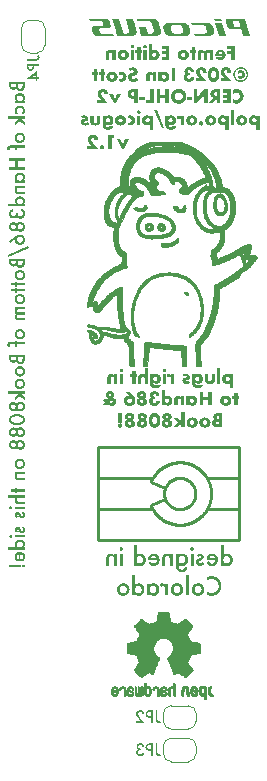
<source format=gbr>
%TF.GenerationSoftware,KiCad,Pcbnew,7.0.7*%
%TF.CreationDate,2023-08-23T23:10:22-06:00*%
%TF.ProjectId,PicoGUS Hand386,5069636f-4755-4532-9048-616e64333836,rev?*%
%TF.SameCoordinates,Original*%
%TF.FileFunction,Legend,Bot*%
%TF.FilePolarity,Positive*%
%FSLAX46Y46*%
G04 Gerber Fmt 4.6, Leading zero omitted, Abs format (unit mm)*
G04 Created by KiCad (PCBNEW 7.0.7) date 2023-08-23 23:10:22*
%MOMM*%
%LPD*%
G01*
G04 APERTURE LIST*
G04 Aperture macros list*
%AMFreePoly0*
4,1,19,0.500000,-0.750000,0.000000,-0.750000,0.000000,-0.744911,-0.071157,-0.744911,-0.207708,-0.704816,-0.327430,-0.627875,-0.420627,-0.520320,-0.479746,-0.390866,-0.500000,-0.250000,-0.500000,0.250000,-0.479746,0.390866,-0.420627,0.520320,-0.327430,0.627875,-0.207708,0.704816,-0.071157,0.744911,0.000000,0.744911,0.000000,0.750000,0.500000,0.750000,0.500000,-0.750000,0.500000,-0.750000,
$1*%
%AMFreePoly1*
4,1,19,0.000000,0.744911,0.071157,0.744911,0.207708,0.704816,0.327430,0.627875,0.420627,0.520320,0.479746,0.390866,0.500000,0.250000,0.500000,-0.250000,0.479746,-0.390866,0.420627,-0.520320,0.327430,-0.627875,0.207708,-0.704816,0.071157,-0.744911,0.000000,-0.744911,0.000000,-0.750000,-0.500000,-0.750000,-0.500000,0.750000,0.000000,0.750000,0.000000,0.744911,0.000000,0.744911,
$1*%
G04 Aperture macros list end*
%ADD10C,0.291041*%
%ADD11C,0.014000*%
%ADD12C,0.000000*%
%ADD13C,0.140000*%
%ADD14C,0.156250*%
%ADD15C,0.300000*%
%ADD16C,0.150000*%
%ADD17C,0.120000*%
%ADD18C,0.010000*%
%ADD19C,1.300000*%
%ADD20R,1.700000X1.700000*%
%ADD21O,1.700000X1.700000*%
%ADD22R,3.350000X1.250000*%
%ADD23C,1.100000*%
%ADD24C,1.200000*%
%ADD25FreePoly0,180.000000*%
%ADD26FreePoly1,180.000000*%
%ADD27FreePoly0,90.000000*%
%ADD28FreePoly1,90.000000*%
G04 APERTURE END LIST*
D10*
X134237051Y-109875867D02*
X134237051Y-109875867D01*
X136550793Y-106657475D02*
X136618833Y-106708594D01*
X133890771Y-109512369D02*
X133890771Y-109512369D01*
X135857474Y-107788245D02*
X135834378Y-107769176D01*
X137636492Y-108531554D02*
X137626063Y-108444089D01*
X134106492Y-109769762D02*
X134108689Y-109771859D01*
X135566946Y-109995783D02*
X135566946Y-109995783D01*
X134181693Y-109834393D02*
X134198422Y-109847219D01*
X133930403Y-108026488D02*
X133886366Y-108091646D01*
X133700471Y-109023784D02*
X133706239Y-109055018D01*
X137626248Y-109151758D02*
X137613051Y-109238042D01*
X136091899Y-108046240D02*
X136064191Y-108007293D01*
X133754769Y-108363835D02*
X133744894Y-108393155D01*
X134547922Y-107556627D02*
X134474034Y-107586394D01*
X133134675Y-106927571D02*
X133074765Y-106989324D01*
X136309074Y-108579586D02*
X136316915Y-108633373D01*
X136621512Y-110886545D02*
X136483644Y-110986992D01*
X135381751Y-110066466D02*
X135381751Y-110066466D01*
X133943912Y-109589145D02*
X133945745Y-109591506D01*
X135511946Y-110020264D02*
X135473026Y-110035616D01*
X132625641Y-107639987D02*
X132645876Y-107599465D01*
X135980426Y-107906153D02*
X135995542Y-107922945D01*
X134526604Y-110032522D02*
X134515327Y-110028088D01*
X135677708Y-107660471D02*
X135704611Y-107676724D01*
X136311263Y-108593156D02*
X136302479Y-108543256D01*
X136320321Y-108933785D02*
X136320321Y-108933785D01*
X134037589Y-107895977D02*
X134105924Y-107827904D01*
X135004237Y-111444436D02*
X135004237Y-111444436D01*
X134359137Y-109953344D02*
X134359137Y-109953344D01*
X134380409Y-109965197D02*
X134359137Y-109953344D01*
X135689997Y-107667324D02*
X135689997Y-107667324D01*
X134625221Y-110066089D02*
X134628079Y-110066943D01*
X132805701Y-107327466D02*
X132906993Y-107186494D01*
X133799615Y-109345066D02*
X133808817Y-109364368D01*
X132713408Y-107475686D02*
X132713408Y-107475686D01*
X137335248Y-110043261D02*
X137374227Y-109968189D01*
X137443507Y-107779453D02*
X137409040Y-107701503D01*
X136218575Y-109323384D02*
X136203567Y-109356563D01*
X133700175Y-108575135D02*
X133705855Y-108544130D01*
X135533741Y-110010805D02*
X135532643Y-110011294D01*
X137410848Y-109891775D02*
X137374227Y-109968189D01*
X136308575Y-109019926D02*
X136306418Y-109032445D01*
X136320321Y-108933785D02*
X136320321Y-108933785D01*
X137506072Y-109654972D02*
X137476819Y-109735118D01*
X137097886Y-107188790D02*
X137148843Y-107256954D01*
X134898443Y-110117286D02*
X134900904Y-110117524D01*
X135281527Y-110092124D02*
X135281527Y-110092124D01*
X134801116Y-110105995D02*
X134822700Y-110108905D01*
X133886366Y-108091646D02*
X133930403Y-108026488D01*
X134975113Y-110120964D02*
X134975113Y-110120964D01*
X133820524Y-109388935D02*
X133830426Y-109407885D01*
X136323807Y-108887999D02*
X136323807Y-108887999D01*
X133817812Y-109383477D02*
X133817812Y-109383477D01*
X134872944Y-110114832D02*
X134872944Y-110114832D01*
X135712546Y-107681783D02*
X135689997Y-107667324D01*
X133853564Y-109450463D02*
X133841558Y-109429191D01*
X136314205Y-108982122D02*
X136312474Y-108994765D01*
X135615014Y-107625414D02*
X135615014Y-107625414D01*
X136105692Y-109531172D02*
X136135674Y-109484088D01*
X137335248Y-110043261D02*
X137293961Y-110116942D01*
X137410848Y-109891775D02*
X137445061Y-109814068D01*
X136935484Y-110599507D02*
X136992605Y-110536353D01*
X133712256Y-108513382D02*
X133705855Y-108544130D01*
X136067588Y-108012269D02*
X136075804Y-108023507D01*
X136004557Y-109663953D02*
X136040078Y-109621161D01*
X132906993Y-107186494D02*
X132855252Y-107256054D01*
D11*
X134228376Y-90084598D02*
X134381248Y-90092101D01*
X134517842Y-90103858D01*
X134577370Y-90111318D01*
X134629629Y-90119825D01*
X134691973Y-90132031D01*
X134754554Y-90145681D01*
X134817173Y-90160699D01*
X134879632Y-90177007D01*
X134941732Y-90194532D01*
X135003277Y-90213196D01*
X135064066Y-90232923D01*
X135123904Y-90253637D01*
X135182592Y-90275263D01*
X135239931Y-90297726D01*
X135295723Y-90320947D01*
X135349771Y-90344853D01*
X135401878Y-90369366D01*
X135451843Y-90394411D01*
X135499469Y-90419911D01*
X135544558Y-90445791D01*
X135605475Y-90481357D01*
X135656841Y-90510845D01*
X135677261Y-90522280D01*
X135693275Y-90530958D01*
X135704210Y-90536467D01*
X135707563Y-90537904D01*
X135709394Y-90538395D01*
X135714469Y-90541054D01*
X135725071Y-90548647D01*
X135760153Y-90576305D01*
X135809211Y-90616725D01*
X135866821Y-90665263D01*
X135985991Y-90768111D01*
X136036699Y-90813132D01*
X136074255Y-90847692D01*
X136087024Y-90860187D01*
X136101399Y-90875069D01*
X136116903Y-90891774D01*
X136133058Y-90909738D01*
X136149387Y-90928396D01*
X136165411Y-90947185D01*
X136180655Y-90965539D01*
X136194640Y-90982896D01*
X136224157Y-91019561D01*
X136257147Y-91059526D01*
X136289443Y-91097754D01*
X136304028Y-91114643D01*
X136316877Y-91129210D01*
X136327697Y-91142976D01*
X136341103Y-91161553D01*
X136373857Y-91210151D01*
X136411518Y-91269038D01*
X136450459Y-91332244D01*
X136487056Y-91393801D01*
X136517684Y-91447739D01*
X136538719Y-91488091D01*
X136544506Y-91501306D01*
X136546536Y-91508887D01*
X136546813Y-91510312D01*
X136547629Y-91512479D01*
X136550761Y-91518871D01*
X136555717Y-91527736D01*
X136562278Y-91538751D01*
X136570229Y-91551589D01*
X136579352Y-91565925D01*
X136600246Y-91597786D01*
X136617793Y-91626471D01*
X136636274Y-91660750D01*
X136655493Y-91700053D01*
X136675255Y-91743811D01*
X136715625Y-91842413D01*
X136755820Y-91951997D01*
X136794280Y-92068006D01*
X136829441Y-92185881D01*
X136859740Y-92301064D01*
X136883614Y-92408999D01*
X136906552Y-92533765D01*
X136924390Y-92637934D01*
X136937755Y-92728864D01*
X136947280Y-92813911D01*
X136953592Y-92900434D01*
X136957321Y-92995792D01*
X136959097Y-93107340D01*
X136959550Y-93242437D01*
X136959778Y-93357577D01*
X136958942Y-93454095D01*
X136956848Y-93535768D01*
X136953299Y-93606371D01*
X136948102Y-93669682D01*
X136941058Y-93729477D01*
X136931975Y-93789532D01*
X136920657Y-93853625D01*
X136890560Y-94014756D01*
X136874354Y-94103655D01*
X136871473Y-94117969D01*
X136867105Y-94135603D01*
X136854560Y-94179012D01*
X136838022Y-94230233D01*
X136818792Y-94285622D01*
X136798173Y-94341532D01*
X136777467Y-94394317D01*
X136757977Y-94440329D01*
X136741004Y-94475923D01*
X136732619Y-94492502D01*
X136724278Y-94509928D01*
X136716196Y-94527656D01*
X136708593Y-94545146D01*
X136701684Y-94561855D01*
X136695687Y-94577239D01*
X136690818Y-94590758D01*
X136687295Y-94601866D01*
X136682553Y-94615308D01*
X136673581Y-94634213D01*
X136660969Y-94657708D01*
X136645304Y-94684921D01*
X136607173Y-94747002D01*
X136563899Y-94813467D01*
X136520191Y-94877327D01*
X136480758Y-94931595D01*
X136464116Y-94952947D01*
X136450310Y-94969280D01*
X136439929Y-94979721D01*
X136436205Y-94982458D01*
X136433559Y-94983395D01*
X136432663Y-94983460D01*
X136431717Y-94983652D01*
X136429677Y-94984408D01*
X136427458Y-94985642D01*
X136425079Y-94987331D01*
X136422559Y-94989454D01*
X136419917Y-94991990D01*
X136417172Y-94994917D01*
X136414343Y-94998212D01*
X136411449Y-95001855D01*
X136408508Y-95005823D01*
X136405540Y-95010095D01*
X136402565Y-95014649D01*
X136399600Y-95019463D01*
X136396665Y-95024517D01*
X136393779Y-95029787D01*
X136390961Y-95035253D01*
X136383473Y-95047404D01*
X136372993Y-95062138D01*
X136359784Y-95079172D01*
X136344109Y-95098224D01*
X136306412Y-95141257D01*
X136262009Y-95188976D01*
X136213005Y-95239127D01*
X136161505Y-95289452D01*
X136109614Y-95337693D01*
X136059438Y-95381593D01*
X135983271Y-95446185D01*
X135922384Y-95498275D01*
X135912152Y-95506669D01*
X135901653Y-95514476D01*
X135890962Y-95521669D01*
X135880162Y-95528226D01*
X135869328Y-95534119D01*
X135858541Y-95539327D01*
X135847878Y-95543824D01*
X135837419Y-95547586D01*
X135827242Y-95550587D01*
X135817426Y-95552806D01*
X135808049Y-95554215D01*
X135803551Y-95554609D01*
X135799191Y-95554791D01*
X135794981Y-95554759D01*
X135790930Y-95554510D01*
X135787047Y-95554041D01*
X135783343Y-95553348D01*
X135779829Y-95552428D01*
X135776512Y-95551279D01*
X135773404Y-95549897D01*
X135770513Y-95548280D01*
X135767680Y-95546298D01*
X135765084Y-95543839D01*
X135762721Y-95540924D01*
X135760591Y-95537577D01*
X135758689Y-95533818D01*
X135757014Y-95529670D01*
X135754336Y-95520297D01*
X135752537Y-95509632D01*
X135751597Y-95497852D01*
X135751499Y-95485132D01*
X135752224Y-95471651D01*
X135753751Y-95457583D01*
X135756061Y-95443106D01*
X135759137Y-95428396D01*
X135762960Y-95413628D01*
X135767509Y-95398981D01*
X135772766Y-95384628D01*
X135778713Y-95370748D01*
X135785329Y-95357515D01*
X135789838Y-95349600D01*
X135797006Y-95339164D01*
X135818667Y-95311416D01*
X135849010Y-95275636D01*
X135886731Y-95233195D01*
X135930530Y-95185456D01*
X135979104Y-95133790D01*
X136031150Y-95079563D01*
X136085367Y-95024142D01*
X136165705Y-94942031D01*
X136230784Y-94873920D01*
X136258477Y-94844008D01*
X136283406Y-94816270D01*
X136305920Y-94790263D01*
X136326369Y-94765544D01*
X136345104Y-94741672D01*
X136362474Y-94718203D01*
X136378829Y-94694698D01*
X136394520Y-94670711D01*
X136409896Y-94645803D01*
X136425307Y-94619530D01*
X136441104Y-94591450D01*
X136457635Y-94561120D01*
X136479582Y-94520624D01*
X136501941Y-94477806D01*
X136524083Y-94433989D01*
X136545378Y-94390498D01*
X136565197Y-94348656D01*
X136582912Y-94309787D01*
X136597891Y-94275216D01*
X136609506Y-94246266D01*
X136626682Y-94197952D01*
X136645507Y-94137919D01*
X136664852Y-94070593D01*
X136683590Y-94000402D01*
X136700592Y-93931773D01*
X136714729Y-93869135D01*
X136724872Y-93816915D01*
X136728093Y-93796095D01*
X136729893Y-93779540D01*
X136730308Y-93771825D01*
X136731484Y-93760181D01*
X136735680Y-93727451D01*
X136741612Y-93686040D01*
X136748413Y-93640635D01*
X136755256Y-93565549D01*
X136760451Y-93458407D01*
X136763909Y-93331774D01*
X136765544Y-93198218D01*
X136765270Y-93070305D01*
X136762998Y-92960602D01*
X136758643Y-92881675D01*
X136755657Y-92857679D01*
X136752117Y-92846090D01*
X136750666Y-92843390D01*
X136749104Y-92839507D01*
X136745722Y-92828497D01*
X136742122Y-92813665D01*
X136738458Y-92795622D01*
X136734880Y-92774974D01*
X136731541Y-92752330D01*
X136728593Y-92728296D01*
X136726187Y-92703481D01*
X136717744Y-92630200D01*
X136705525Y-92546806D01*
X136690441Y-92457942D01*
X136673403Y-92368253D01*
X136655324Y-92282384D01*
X136637114Y-92204980D01*
X136619686Y-92140686D01*
X136611550Y-92114905D01*
X136603951Y-92094145D01*
X136587687Y-92052820D01*
X136568298Y-92002467D01*
X136548214Y-91949335D01*
X136529867Y-91899676D01*
X136511752Y-91854271D01*
X136502976Y-91832773D01*
X136494677Y-91812859D01*
X136487074Y-91795117D01*
X136480381Y-91780130D01*
X136474818Y-91768486D01*
X136472527Y-91764100D01*
X136470600Y-91760770D01*
X136466806Y-91754396D01*
X136462468Y-91746590D01*
X136457740Y-91737655D01*
X136452774Y-91727896D01*
X136447720Y-91717615D01*
X136442732Y-91707118D01*
X136437961Y-91696707D01*
X136433559Y-91686687D01*
X136413965Y-91643039D01*
X136393319Y-91600214D01*
X136371523Y-91558078D01*
X136348479Y-91516498D01*
X136324089Y-91475341D01*
X136298255Y-91434474D01*
X136270881Y-91393765D01*
X136241868Y-91353080D01*
X136211119Y-91312287D01*
X136178536Y-91271252D01*
X136144021Y-91229843D01*
X136107477Y-91187926D01*
X136068805Y-91145370D01*
X136027909Y-91102040D01*
X135984691Y-91057804D01*
X135939053Y-91012528D01*
X135910964Y-90985554D01*
X135882766Y-90959251D01*
X135855220Y-90934296D01*
X135829085Y-90911358D01*
X135805120Y-90891112D01*
X135784085Y-90874230D01*
X135774904Y-90867261D01*
X135766740Y-90861385D01*
X135759688Y-90856687D01*
X135753844Y-90853249D01*
X135741281Y-90846040D01*
X135724876Y-90835857D01*
X135683233Y-90808567D01*
X135634298Y-90775375D01*
X135583452Y-90740273D01*
X135556868Y-90722309D01*
X135527745Y-90703521D01*
X135497016Y-90684472D01*
X135465613Y-90665726D01*
X135434472Y-90647849D01*
X135404524Y-90631404D01*
X135376703Y-90616957D01*
X135351942Y-90605070D01*
X135302630Y-90581572D01*
X135250540Y-90557380D01*
X135201924Y-90535270D01*
X135163030Y-90518023D01*
X135146784Y-90510415D01*
X135130300Y-90503003D01*
X135114032Y-90495982D01*
X135098438Y-90489547D01*
X135083972Y-90483892D01*
X135071091Y-90479215D01*
X135060250Y-90475710D01*
X135055737Y-90474458D01*
X135051905Y-90473573D01*
X135043303Y-90471598D01*
X135031705Y-90468537D01*
X135017590Y-90464522D01*
X135001435Y-90459682D01*
X134964914Y-90448049D01*
X134945504Y-90441516D01*
X134925963Y-90434679D01*
X134886888Y-90421729D01*
X134848117Y-90410255D01*
X134806482Y-90399649D01*
X134758812Y-90389303D01*
X134701940Y-90378610D01*
X134632697Y-90366961D01*
X134444421Y-90338369D01*
X134379884Y-90329062D01*
X134320535Y-90321904D01*
X134263573Y-90316785D01*
X134206198Y-90313598D01*
X134145610Y-90312235D01*
X134079011Y-90312586D01*
X134003600Y-90314542D01*
X133916578Y-90317997D01*
X133790897Y-90324103D01*
X133675113Y-90330730D01*
X133581901Y-90337010D01*
X133547721Y-90339749D01*
X133523937Y-90342075D01*
X133468367Y-90350529D01*
X133400947Y-90364213D01*
X133324759Y-90382281D01*
X133242883Y-90403888D01*
X133158403Y-90428185D01*
X133074401Y-90454328D01*
X132993959Y-90481469D01*
X132920158Y-90508762D01*
X132853570Y-90534691D01*
X132821610Y-90546787D01*
X132791669Y-90557842D01*
X132764593Y-90567507D01*
X132741229Y-90575437D01*
X132722422Y-90581282D01*
X132714993Y-90583315D01*
X132709020Y-90584697D01*
X132703555Y-90586128D01*
X132698284Y-90587635D01*
X132693230Y-90589207D01*
X132688416Y-90590833D01*
X132683861Y-90592502D01*
X132679589Y-90594204D01*
X132675621Y-90595927D01*
X132671978Y-90597662D01*
X132668683Y-90599397D01*
X132667172Y-90600261D01*
X132665756Y-90601120D01*
X132664438Y-90601975D01*
X132663220Y-90602822D01*
X132662106Y-90603661D01*
X132661097Y-90604492D01*
X132660197Y-90605311D01*
X132659408Y-90606118D01*
X132658733Y-90606911D01*
X132658174Y-90607690D01*
X132657736Y-90608452D01*
X132657418Y-90609196D01*
X132657226Y-90609922D01*
X132657161Y-90610627D01*
X132657070Y-90611380D01*
X132656799Y-90612249D01*
X132655736Y-90614313D01*
X132654012Y-90616784D01*
X132651663Y-90619627D01*
X132648729Y-90622806D01*
X132645246Y-90626286D01*
X132641254Y-90630032D01*
X132636789Y-90634009D01*
X132626595Y-90642514D01*
X132614969Y-90651517D01*
X132602215Y-90660737D01*
X132588635Y-90669892D01*
X132502528Y-90727152D01*
X132428661Y-90776880D01*
X132366601Y-90819358D01*
X132315916Y-90854869D01*
X132294701Y-90870101D01*
X132276168Y-90883696D01*
X132260260Y-90895691D01*
X132246925Y-90906120D01*
X132236107Y-90915019D01*
X132227753Y-90922423D01*
X132221809Y-90928368D01*
X132218218Y-90932889D01*
X132216169Y-90935914D01*
X132212846Y-90940080D01*
X132202678Y-90951526D01*
X132188299Y-90966617D01*
X132170295Y-90984747D01*
X132149253Y-91005308D01*
X132125758Y-91027693D01*
X132100397Y-91051292D01*
X132073756Y-91075500D01*
X132047728Y-91100325D01*
X132022852Y-91124434D01*
X131999755Y-91147285D01*
X131979067Y-91168335D01*
X131961418Y-91187040D01*
X131953930Y-91195345D01*
X131947438Y-91202859D01*
X131942019Y-91209516D01*
X131937754Y-91215248D01*
X131934720Y-91219987D01*
X131933690Y-91221964D01*
X131932997Y-91223666D01*
X131928627Y-91231049D01*
X131921305Y-91241753D01*
X131911380Y-91255278D01*
X131899196Y-91271125D01*
X131885104Y-91288796D01*
X131869447Y-91307791D01*
X131852576Y-91327610D01*
X131834836Y-91347755D01*
X131826250Y-91357468D01*
X131817882Y-91367119D01*
X131801991Y-91385983D01*
X131787532Y-91403850D01*
X131780956Y-91412252D01*
X131774875Y-91420218D01*
X131769337Y-91427685D01*
X131764389Y-91434590D01*
X131760075Y-91440871D01*
X131756441Y-91446466D01*
X131753536Y-91451311D01*
X131751403Y-91455346D01*
X131750089Y-91458507D01*
X131749753Y-91459741D01*
X131749641Y-91460732D01*
X131749619Y-91461774D01*
X131749555Y-91462814D01*
X131749450Y-91463852D01*
X131749304Y-91464886D01*
X131749120Y-91465913D01*
X131748896Y-91466935D01*
X131748635Y-91467948D01*
X131748339Y-91468951D01*
X131748007Y-91469944D01*
X131747640Y-91470925D01*
X131747240Y-91471891D01*
X131746808Y-91472844D01*
X131746345Y-91473780D01*
X131745852Y-91474698D01*
X131745330Y-91475597D01*
X131744779Y-91476475D01*
X131744201Y-91477333D01*
X131743597Y-91478167D01*
X131742969Y-91478976D01*
X131742316Y-91479760D01*
X131741640Y-91480516D01*
X131740942Y-91481245D01*
X131740222Y-91481943D01*
X131739484Y-91482610D01*
X131738725Y-91483245D01*
X131737949Y-91483846D01*
X131737156Y-91484411D01*
X131736347Y-91484940D01*
X131735523Y-91485430D01*
X131734685Y-91485882D01*
X131733835Y-91486292D01*
X131732972Y-91486661D01*
X131723380Y-91495358D01*
X131708323Y-91515604D01*
X131664966Y-91584851D01*
X131609194Y-91682617D01*
X131547301Y-91797117D01*
X131485582Y-91916566D01*
X131430330Y-92029177D01*
X131387841Y-92123167D01*
X131373349Y-92159496D01*
X131364407Y-92186750D01*
X131358974Y-92205477D01*
X131352543Y-92226483D01*
X131337553Y-92272639D01*
X131321173Y-92319838D01*
X131313005Y-92342147D01*
X131305141Y-92362697D01*
X131278567Y-92435725D01*
X131256466Y-92498941D01*
X131237749Y-92556081D01*
X131221334Y-92610876D01*
X131206134Y-92667061D01*
X131191064Y-92728368D01*
X131175039Y-92798530D01*
X131156974Y-92881280D01*
X131123405Y-93033846D01*
X131099560Y-93140573D01*
X131095935Y-93163600D01*
X131092093Y-93200823D01*
X131084280Y-93310038D01*
X131077161Y-93452590D01*
X131071779Y-93612853D01*
X131068230Y-93785818D01*
X131068740Y-93945390D01*
X131070537Y-94020364D01*
X131073373Y-94092243D01*
X131077258Y-94161111D01*
X131082196Y-94227051D01*
X131088199Y-94290148D01*
X131095273Y-94350486D01*
X131103427Y-94408148D01*
X131112669Y-94463220D01*
X131123007Y-94515785D01*
X131134449Y-94565928D01*
X131147003Y-94613731D01*
X131160679Y-94659280D01*
X131169447Y-94688566D01*
X131180820Y-94728270D01*
X131193235Y-94772836D01*
X131205128Y-94816707D01*
X131215263Y-94854742D01*
X131226127Y-94892914D01*
X131237583Y-94930886D01*
X131249491Y-94968318D01*
X131261715Y-95004871D01*
X131274115Y-95040206D01*
X131286553Y-95073984D01*
X131298890Y-95105865D01*
X131310989Y-95135510D01*
X131322710Y-95162581D01*
X131333917Y-95186738D01*
X131344469Y-95207642D01*
X131354229Y-95224954D01*
X131363059Y-95238335D01*
X131367081Y-95243446D01*
X131370819Y-95247445D01*
X131374255Y-95250294D01*
X131377372Y-95251947D01*
X131380644Y-95253286D01*
X131384184Y-95255195D01*
X131387957Y-95257636D01*
X131391928Y-95260570D01*
X131396062Y-95263961D01*
X131400324Y-95267770D01*
X131404678Y-95271958D01*
X131409089Y-95276488D01*
X131413522Y-95281321D01*
X131417941Y-95286421D01*
X131422311Y-95291748D01*
X131426597Y-95297266D01*
X131430763Y-95302935D01*
X131434776Y-95308718D01*
X131438598Y-95314578D01*
X131442195Y-95320475D01*
X131450899Y-95334271D01*
X131461468Y-95350282D01*
X131473514Y-95367941D01*
X131486645Y-95386687D01*
X131500471Y-95405953D01*
X131514600Y-95425175D01*
X131528642Y-95443789D01*
X131542207Y-95461232D01*
X131548671Y-95469495D01*
X131554846Y-95477587D01*
X131560708Y-95485466D01*
X131566227Y-95493094D01*
X131571377Y-95500429D01*
X131576131Y-95507430D01*
X131580462Y-95514056D01*
X131584342Y-95520268D01*
X131587745Y-95526023D01*
X131590644Y-95531282D01*
X131593010Y-95536004D01*
X131594818Y-95540148D01*
X131595504Y-95541991D01*
X131596040Y-95543674D01*
X131596423Y-95545192D01*
X131596648Y-95546540D01*
X131596714Y-95547713D01*
X131596617Y-95548706D01*
X131596352Y-95549514D01*
X131595918Y-95550132D01*
X131593980Y-95550768D01*
X131590311Y-95550613D01*
X131585004Y-95549705D01*
X131578150Y-95548078D01*
X131560171Y-95542807D01*
X131537114Y-95535085D01*
X131509717Y-95525191D01*
X131478716Y-95513409D01*
X131444851Y-95500021D01*
X131408857Y-95485309D01*
X131372695Y-95469817D01*
X131338333Y-95455474D01*
X131306533Y-95442563D01*
X131278054Y-95431368D01*
X131253655Y-95422169D01*
X131234096Y-95415249D01*
X131226369Y-95412732D01*
X131220137Y-95410891D01*
X131215495Y-95409760D01*
X131212537Y-95409375D01*
X131206720Y-95408260D01*
X131200405Y-95404973D01*
X131186409Y-95392218D01*
X131170812Y-95371785D01*
X131153878Y-95344349D01*
X131135869Y-95310587D01*
X131117050Y-95271174D01*
X131097682Y-95226785D01*
X131078029Y-95178096D01*
X131038922Y-95070520D01*
X131001833Y-94953849D01*
X130968868Y-94833488D01*
X130954591Y-94773613D01*
X130942133Y-94714843D01*
X130925232Y-94631731D01*
X130911139Y-94561959D01*
X130895831Y-94483333D01*
X130883977Y-94423744D01*
X130874618Y-94367086D01*
X130867474Y-94308994D01*
X130862261Y-94245109D01*
X130858699Y-94171065D01*
X130856503Y-94082501D01*
X130855084Y-93844364D01*
X130855392Y-93713449D01*
X130856503Y-93605127D01*
X130858699Y-93514732D01*
X130862261Y-93437599D01*
X130867474Y-93369061D01*
X130874618Y-93304452D01*
X130883977Y-93239104D01*
X130895831Y-93168353D01*
X130912963Y-93075343D01*
X130927316Y-92993794D01*
X130937503Y-92932386D01*
X130940599Y-92911948D01*
X130942133Y-92899801D01*
X130945229Y-92883162D01*
X130946983Y-92874244D01*
X130948846Y-92865306D01*
X130950796Y-92856628D01*
X130952811Y-92848493D01*
X130954869Y-92841183D01*
X130955908Y-92837925D01*
X130956949Y-92834980D01*
X130959861Y-92825921D01*
X130964271Y-92810438D01*
X130976628Y-92763673D01*
X130992110Y-92701627D01*
X131008807Y-92631249D01*
X131027111Y-92558479D01*
X131049322Y-92477266D01*
X131074310Y-92391147D01*
X131100949Y-92303662D01*
X131128108Y-92218346D01*
X131154659Y-92138740D01*
X131179474Y-92068378D01*
X131201425Y-92010802D01*
X131229723Y-91946109D01*
X131265292Y-91870043D01*
X131304985Y-91788769D01*
X131345655Y-91708449D01*
X131384155Y-91635248D01*
X131417337Y-91575330D01*
X131430950Y-91552279D01*
X131442054Y-91534859D01*
X131450255Y-91523842D01*
X131453144Y-91520976D01*
X131455159Y-91519999D01*
X131456023Y-91519972D01*
X131456873Y-91519893D01*
X131457711Y-91519762D01*
X131458534Y-91519583D01*
X131459344Y-91519357D01*
X131460136Y-91519084D01*
X131460913Y-91518767D01*
X131461671Y-91518408D01*
X131462410Y-91518007D01*
X131463129Y-91517569D01*
X131463827Y-91517092D01*
X131464503Y-91516581D01*
X131465156Y-91516036D01*
X131465785Y-91515457D01*
X131466389Y-91514849D01*
X131466967Y-91514212D01*
X131467517Y-91513547D01*
X131468040Y-91512858D01*
X131468533Y-91512144D01*
X131468996Y-91511408D01*
X131469428Y-91510652D01*
X131469827Y-91509878D01*
X131470194Y-91509086D01*
X131470526Y-91508279D01*
X131470823Y-91507459D01*
X131471083Y-91506627D01*
X131471307Y-91505785D01*
X131471492Y-91504933D01*
X131471638Y-91504075D01*
X131471743Y-91503213D01*
X131471807Y-91502347D01*
X131471828Y-91501479D01*
X131472201Y-91498213D01*
X131473291Y-91494012D01*
X131477457Y-91483070D01*
X131483988Y-91469171D01*
X131492548Y-91452833D01*
X131502802Y-91434574D01*
X131514412Y-91414912D01*
X131540356Y-91373453D01*
X131567688Y-91332602D01*
X131581034Y-91313701D01*
X131593719Y-91296505D01*
X131605405Y-91281534D01*
X131615755Y-91269305D01*
X131624435Y-91260338D01*
X131628043Y-91257240D01*
X131631108Y-91255150D01*
X131633840Y-91253635D01*
X131636476Y-91251880D01*
X131639002Y-91249909D01*
X131641410Y-91247743D01*
X131643687Y-91245402D01*
X131645823Y-91242910D01*
X131647807Y-91240288D01*
X131649628Y-91237556D01*
X131651276Y-91234738D01*
X131652739Y-91231855D01*
X131654007Y-91228929D01*
X131655069Y-91225981D01*
X131655913Y-91223033D01*
X131656531Y-91220107D01*
X131656909Y-91217224D01*
X131657037Y-91214405D01*
X131657357Y-91211332D01*
X131658295Y-91207699D01*
X131659820Y-91203556D01*
X131661898Y-91198951D01*
X131664498Y-91193935D01*
X131667585Y-91188556D01*
X131671128Y-91182861D01*
X131675095Y-91176901D01*
X131679451Y-91170723D01*
X131684167Y-91164377D01*
X131689207Y-91157912D01*
X131694541Y-91151377D01*
X131700136Y-91144819D01*
X131705958Y-91138289D01*
X131711975Y-91131835D01*
X131718156Y-91125505D01*
X131769211Y-91070431D01*
X131811628Y-91024191D01*
X131829773Y-91004159D01*
X131845971Y-90986068D01*
X131860291Y-90969826D01*
X131872804Y-90955345D01*
X131883581Y-90942536D01*
X131892693Y-90931308D01*
X131900209Y-90921572D01*
X131906200Y-90913240D01*
X131910737Y-90906220D01*
X131912482Y-90903174D01*
X131913890Y-90900423D01*
X131914970Y-90897955D01*
X131915731Y-90895761D01*
X131916181Y-90893827D01*
X131916328Y-90892143D01*
X131916430Y-90891205D01*
X131916734Y-90890131D01*
X131917927Y-90887596D01*
X131919869Y-90884578D01*
X131922521Y-90881117D01*
X131925847Y-90877255D01*
X131929807Y-90873032D01*
X131934364Y-90868489D01*
X131939479Y-90863667D01*
X131945116Y-90858606D01*
X131951236Y-90853347D01*
X131957800Y-90847930D01*
X131964772Y-90842397D01*
X131972113Y-90836788D01*
X131979784Y-90831143D01*
X131987749Y-90825504D01*
X131995968Y-90819911D01*
X132013468Y-90806719D01*
X132033530Y-90791118D01*
X132055415Y-90773650D01*
X132078385Y-90754858D01*
X132101703Y-90735284D01*
X132124630Y-90715472D01*
X132146428Y-90695964D01*
X132166360Y-90677302D01*
X132176287Y-90668239D01*
X132186570Y-90659150D01*
X132207887Y-90641128D01*
X132229681Y-90623714D01*
X132251324Y-90607385D01*
X132272185Y-90592619D01*
X132282126Y-90585972D01*
X132291636Y-90579894D01*
X132300635Y-90574445D01*
X132309046Y-90569686D01*
X132316789Y-90565675D01*
X132323787Y-90562473D01*
X132338187Y-90556015D01*
X132354607Y-90547974D01*
X132372458Y-90538674D01*
X132391156Y-90528440D01*
X132410115Y-90517599D01*
X132428748Y-90506476D01*
X132446469Y-90495396D01*
X132462693Y-90484684D01*
X132479419Y-90473637D01*
X132498577Y-90461591D01*
X132519471Y-90448938D01*
X132541407Y-90436067D01*
X132563689Y-90423370D01*
X132585625Y-90411238D01*
X132606519Y-90400060D01*
X132625676Y-90390229D01*
X132712030Y-90345547D01*
X132756161Y-90323293D01*
X132776263Y-90313480D01*
X132794215Y-90305033D01*
X132811977Y-90296478D01*
X132832820Y-90287640D01*
X132856008Y-90278759D01*
X132880801Y-90270074D01*
X132906463Y-90261823D01*
X132932254Y-90254245D01*
X132957438Y-90247579D01*
X132981276Y-90242062D01*
X133004015Y-90237132D01*
X133026016Y-90232136D01*
X133046714Y-90227184D01*
X133065546Y-90222384D01*
X133081947Y-90217844D01*
X133089060Y-90215706D01*
X133095353Y-90213673D01*
X133100756Y-90211759D01*
X133105199Y-90209980D01*
X133108612Y-90208345D01*
X133110922Y-90206872D01*
X133116312Y-90203593D01*
X133124176Y-90200002D01*
X133147501Y-90191853D01*
X133181243Y-90182357D01*
X133225751Y-90171451D01*
X133281371Y-90159069D01*
X133348452Y-90145146D01*
X133518380Y-90112417D01*
X133567710Y-90104646D01*
X133624698Y-90097998D01*
X133757386Y-90088050D01*
X133907914Y-90082530D01*
X134067754Y-90081394D01*
X134228376Y-90084598D01*
G36*
X134228376Y-90084598D02*
G01*
X134381248Y-90092101D01*
X134517842Y-90103858D01*
X134577370Y-90111318D01*
X134629629Y-90119825D01*
X134691973Y-90132031D01*
X134754554Y-90145681D01*
X134817173Y-90160699D01*
X134879632Y-90177007D01*
X134941732Y-90194532D01*
X135003277Y-90213196D01*
X135064066Y-90232923D01*
X135123904Y-90253637D01*
X135182592Y-90275263D01*
X135239931Y-90297726D01*
X135295723Y-90320947D01*
X135349771Y-90344853D01*
X135401878Y-90369366D01*
X135451843Y-90394411D01*
X135499469Y-90419911D01*
X135544558Y-90445791D01*
X135605475Y-90481357D01*
X135656841Y-90510845D01*
X135677261Y-90522280D01*
X135693275Y-90530958D01*
X135704210Y-90536467D01*
X135707563Y-90537904D01*
X135709394Y-90538395D01*
X135714469Y-90541054D01*
X135725071Y-90548647D01*
X135760153Y-90576305D01*
X135809211Y-90616725D01*
X135866821Y-90665263D01*
X135985991Y-90768111D01*
X136036699Y-90813132D01*
X136074255Y-90847692D01*
X136087024Y-90860187D01*
X136101399Y-90875069D01*
X136116903Y-90891774D01*
X136133058Y-90909738D01*
X136149387Y-90928396D01*
X136165411Y-90947185D01*
X136180655Y-90965539D01*
X136194640Y-90982896D01*
X136224157Y-91019561D01*
X136257147Y-91059526D01*
X136289443Y-91097754D01*
X136304028Y-91114643D01*
X136316877Y-91129210D01*
X136327697Y-91142976D01*
X136341103Y-91161553D01*
X136373857Y-91210151D01*
X136411518Y-91269038D01*
X136450459Y-91332244D01*
X136487056Y-91393801D01*
X136517684Y-91447739D01*
X136538719Y-91488091D01*
X136544506Y-91501306D01*
X136546536Y-91508887D01*
X136546813Y-91510312D01*
X136547629Y-91512479D01*
X136550761Y-91518871D01*
X136555717Y-91527736D01*
X136562278Y-91538751D01*
X136570229Y-91551589D01*
X136579352Y-91565925D01*
X136600246Y-91597786D01*
X136617793Y-91626471D01*
X136636274Y-91660750D01*
X136655493Y-91700053D01*
X136675255Y-91743811D01*
X136715625Y-91842413D01*
X136755820Y-91951997D01*
X136794280Y-92068006D01*
X136829441Y-92185881D01*
X136859740Y-92301064D01*
X136883614Y-92408999D01*
X136906552Y-92533765D01*
X136924390Y-92637934D01*
X136937755Y-92728864D01*
X136947280Y-92813911D01*
X136953592Y-92900434D01*
X136957321Y-92995792D01*
X136959097Y-93107340D01*
X136959550Y-93242437D01*
X136959778Y-93357577D01*
X136958942Y-93454095D01*
X136956848Y-93535768D01*
X136953299Y-93606371D01*
X136948102Y-93669682D01*
X136941058Y-93729477D01*
X136931975Y-93789532D01*
X136920657Y-93853625D01*
X136890560Y-94014756D01*
X136874354Y-94103655D01*
X136871473Y-94117969D01*
X136867105Y-94135603D01*
X136854560Y-94179012D01*
X136838022Y-94230233D01*
X136818792Y-94285622D01*
X136798173Y-94341532D01*
X136777467Y-94394317D01*
X136757977Y-94440329D01*
X136741004Y-94475923D01*
X136732619Y-94492502D01*
X136724278Y-94509928D01*
X136716196Y-94527656D01*
X136708593Y-94545146D01*
X136701684Y-94561855D01*
X136695687Y-94577239D01*
X136690818Y-94590758D01*
X136687295Y-94601866D01*
X136682553Y-94615308D01*
X136673581Y-94634213D01*
X136660969Y-94657708D01*
X136645304Y-94684921D01*
X136607173Y-94747002D01*
X136563899Y-94813467D01*
X136520191Y-94877327D01*
X136480758Y-94931595D01*
X136464116Y-94952947D01*
X136450310Y-94969280D01*
X136439929Y-94979721D01*
X136436205Y-94982458D01*
X136433559Y-94983395D01*
X136432663Y-94983460D01*
X136431717Y-94983652D01*
X136429677Y-94984408D01*
X136427458Y-94985642D01*
X136425079Y-94987331D01*
X136422559Y-94989454D01*
X136419917Y-94991990D01*
X136417172Y-94994917D01*
X136414343Y-94998212D01*
X136411449Y-95001855D01*
X136408508Y-95005823D01*
X136405540Y-95010095D01*
X136402565Y-95014649D01*
X136399600Y-95019463D01*
X136396665Y-95024517D01*
X136393779Y-95029787D01*
X136390961Y-95035253D01*
X136383473Y-95047404D01*
X136372993Y-95062138D01*
X136359784Y-95079172D01*
X136344109Y-95098224D01*
X136306412Y-95141257D01*
X136262009Y-95188976D01*
X136213005Y-95239127D01*
X136161505Y-95289452D01*
X136109614Y-95337693D01*
X136059438Y-95381593D01*
X135983271Y-95446185D01*
X135922384Y-95498275D01*
X135912152Y-95506669D01*
X135901653Y-95514476D01*
X135890962Y-95521669D01*
X135880162Y-95528226D01*
X135869328Y-95534119D01*
X135858541Y-95539327D01*
X135847878Y-95543824D01*
X135837419Y-95547586D01*
X135827242Y-95550587D01*
X135817426Y-95552806D01*
X135808049Y-95554215D01*
X135803551Y-95554609D01*
X135799191Y-95554791D01*
X135794981Y-95554759D01*
X135790930Y-95554510D01*
X135787047Y-95554041D01*
X135783343Y-95553348D01*
X135779829Y-95552428D01*
X135776512Y-95551279D01*
X135773404Y-95549897D01*
X135770513Y-95548280D01*
X135767680Y-95546298D01*
X135765084Y-95543839D01*
X135762721Y-95540924D01*
X135760591Y-95537577D01*
X135758689Y-95533818D01*
X135757014Y-95529670D01*
X135754336Y-95520297D01*
X135752537Y-95509632D01*
X135751597Y-95497852D01*
X135751499Y-95485132D01*
X135752224Y-95471651D01*
X135753751Y-95457583D01*
X135756061Y-95443106D01*
X135759137Y-95428396D01*
X135762960Y-95413628D01*
X135767509Y-95398981D01*
X135772766Y-95384628D01*
X135778713Y-95370748D01*
X135785329Y-95357515D01*
X135789838Y-95349600D01*
X135797006Y-95339164D01*
X135818667Y-95311416D01*
X135849010Y-95275636D01*
X135886731Y-95233195D01*
X135930530Y-95185456D01*
X135979104Y-95133790D01*
X136031150Y-95079563D01*
X136085367Y-95024142D01*
X136165705Y-94942031D01*
X136230784Y-94873920D01*
X136258477Y-94844008D01*
X136283406Y-94816270D01*
X136305920Y-94790263D01*
X136326369Y-94765544D01*
X136345104Y-94741672D01*
X136362474Y-94718203D01*
X136378829Y-94694698D01*
X136394520Y-94670711D01*
X136409896Y-94645803D01*
X136425307Y-94619530D01*
X136441104Y-94591450D01*
X136457635Y-94561120D01*
X136479582Y-94520624D01*
X136501941Y-94477806D01*
X136524083Y-94433989D01*
X136545378Y-94390498D01*
X136565197Y-94348656D01*
X136582912Y-94309787D01*
X136597891Y-94275216D01*
X136609506Y-94246266D01*
X136626682Y-94197952D01*
X136645507Y-94137919D01*
X136664852Y-94070593D01*
X136683590Y-94000402D01*
X136700592Y-93931773D01*
X136714729Y-93869135D01*
X136724872Y-93816915D01*
X136728093Y-93796095D01*
X136729893Y-93779540D01*
X136730308Y-93771825D01*
X136731484Y-93760181D01*
X136735680Y-93727451D01*
X136741612Y-93686040D01*
X136748413Y-93640635D01*
X136755256Y-93565549D01*
X136760451Y-93458407D01*
X136763909Y-93331774D01*
X136765544Y-93198218D01*
X136765270Y-93070305D01*
X136762998Y-92960602D01*
X136758643Y-92881675D01*
X136755657Y-92857679D01*
X136752117Y-92846090D01*
X136750666Y-92843390D01*
X136749104Y-92839507D01*
X136745722Y-92828497D01*
X136742122Y-92813665D01*
X136738458Y-92795622D01*
X136734880Y-92774974D01*
X136731541Y-92752330D01*
X136728593Y-92728296D01*
X136726187Y-92703481D01*
X136717744Y-92630200D01*
X136705525Y-92546806D01*
X136690441Y-92457942D01*
X136673403Y-92368253D01*
X136655324Y-92282384D01*
X136637114Y-92204980D01*
X136619686Y-92140686D01*
X136611550Y-92114905D01*
X136603951Y-92094145D01*
X136587687Y-92052820D01*
X136568298Y-92002467D01*
X136548214Y-91949335D01*
X136529867Y-91899676D01*
X136511752Y-91854271D01*
X136502976Y-91832773D01*
X136494677Y-91812859D01*
X136487074Y-91795117D01*
X136480381Y-91780130D01*
X136474818Y-91768486D01*
X136472527Y-91764100D01*
X136470600Y-91760770D01*
X136466806Y-91754396D01*
X136462468Y-91746590D01*
X136457740Y-91737655D01*
X136452774Y-91727896D01*
X136447720Y-91717615D01*
X136442732Y-91707118D01*
X136437961Y-91696707D01*
X136433559Y-91686687D01*
X136413965Y-91643039D01*
X136393319Y-91600214D01*
X136371523Y-91558078D01*
X136348479Y-91516498D01*
X136324089Y-91475341D01*
X136298255Y-91434474D01*
X136270881Y-91393765D01*
X136241868Y-91353080D01*
X136211119Y-91312287D01*
X136178536Y-91271252D01*
X136144021Y-91229843D01*
X136107477Y-91187926D01*
X136068805Y-91145370D01*
X136027909Y-91102040D01*
X135984691Y-91057804D01*
X135939053Y-91012528D01*
X135910964Y-90985554D01*
X135882766Y-90959251D01*
X135855220Y-90934296D01*
X135829085Y-90911358D01*
X135805120Y-90891112D01*
X135784085Y-90874230D01*
X135774904Y-90867261D01*
X135766740Y-90861385D01*
X135759688Y-90856687D01*
X135753844Y-90853249D01*
X135741281Y-90846040D01*
X135724876Y-90835857D01*
X135683233Y-90808567D01*
X135634298Y-90775375D01*
X135583452Y-90740273D01*
X135556868Y-90722309D01*
X135527745Y-90703521D01*
X135497016Y-90684472D01*
X135465613Y-90665726D01*
X135434472Y-90647849D01*
X135404524Y-90631404D01*
X135376703Y-90616957D01*
X135351942Y-90605070D01*
X135302630Y-90581572D01*
X135250540Y-90557380D01*
X135201924Y-90535270D01*
X135163030Y-90518023D01*
X135146784Y-90510415D01*
X135130300Y-90503003D01*
X135114032Y-90495982D01*
X135098438Y-90489547D01*
X135083972Y-90483892D01*
X135071091Y-90479215D01*
X135060250Y-90475710D01*
X135055737Y-90474458D01*
X135051905Y-90473573D01*
X135043303Y-90471598D01*
X135031705Y-90468537D01*
X135017590Y-90464522D01*
X135001435Y-90459682D01*
X134964914Y-90448049D01*
X134945504Y-90441516D01*
X134925963Y-90434679D01*
X134886888Y-90421729D01*
X134848117Y-90410255D01*
X134806482Y-90399649D01*
X134758812Y-90389303D01*
X134701940Y-90378610D01*
X134632697Y-90366961D01*
X134444421Y-90338369D01*
X134379884Y-90329062D01*
X134320535Y-90321904D01*
X134263573Y-90316785D01*
X134206198Y-90313598D01*
X134145610Y-90312235D01*
X134079011Y-90312586D01*
X134003600Y-90314542D01*
X133916578Y-90317997D01*
X133790897Y-90324103D01*
X133675113Y-90330730D01*
X133581901Y-90337010D01*
X133547721Y-90339749D01*
X133523937Y-90342075D01*
X133468367Y-90350529D01*
X133400947Y-90364213D01*
X133324759Y-90382281D01*
X133242883Y-90403888D01*
X133158403Y-90428185D01*
X133074401Y-90454328D01*
X132993959Y-90481469D01*
X132920158Y-90508762D01*
X132853570Y-90534691D01*
X132821610Y-90546787D01*
X132791669Y-90557842D01*
X132764593Y-90567507D01*
X132741229Y-90575437D01*
X132722422Y-90581282D01*
X132714993Y-90583315D01*
X132709020Y-90584697D01*
X132703555Y-90586128D01*
X132698284Y-90587635D01*
X132693230Y-90589207D01*
X132688416Y-90590833D01*
X132683861Y-90592502D01*
X132679589Y-90594204D01*
X132675621Y-90595927D01*
X132671978Y-90597662D01*
X132668683Y-90599397D01*
X132667172Y-90600261D01*
X132665756Y-90601120D01*
X132664438Y-90601975D01*
X132663220Y-90602822D01*
X132662106Y-90603661D01*
X132661097Y-90604492D01*
X132660197Y-90605311D01*
X132659408Y-90606118D01*
X132658733Y-90606911D01*
X132658174Y-90607690D01*
X132657736Y-90608452D01*
X132657418Y-90609196D01*
X132657226Y-90609922D01*
X132657161Y-90610627D01*
X132657070Y-90611380D01*
X132656799Y-90612249D01*
X132655736Y-90614313D01*
X132654012Y-90616784D01*
X132651663Y-90619627D01*
X132648729Y-90622806D01*
X132645246Y-90626286D01*
X132641254Y-90630032D01*
X132636789Y-90634009D01*
X132626595Y-90642514D01*
X132614969Y-90651517D01*
X132602215Y-90660737D01*
X132588635Y-90669892D01*
X132502528Y-90727152D01*
X132428661Y-90776880D01*
X132366601Y-90819358D01*
X132315916Y-90854869D01*
X132294701Y-90870101D01*
X132276168Y-90883696D01*
X132260260Y-90895691D01*
X132246925Y-90906120D01*
X132236107Y-90915019D01*
X132227753Y-90922423D01*
X132221809Y-90928368D01*
X132218218Y-90932889D01*
X132216169Y-90935914D01*
X132212846Y-90940080D01*
X132202678Y-90951526D01*
X132188299Y-90966617D01*
X132170295Y-90984747D01*
X132149253Y-91005308D01*
X132125758Y-91027693D01*
X132100397Y-91051292D01*
X132073756Y-91075500D01*
X132047728Y-91100325D01*
X132022852Y-91124434D01*
X131999755Y-91147285D01*
X131979067Y-91168335D01*
X131961418Y-91187040D01*
X131953930Y-91195345D01*
X131947438Y-91202859D01*
X131942019Y-91209516D01*
X131937754Y-91215248D01*
X131934720Y-91219987D01*
X131933690Y-91221964D01*
X131932997Y-91223666D01*
X131928627Y-91231049D01*
X131921305Y-91241753D01*
X131911380Y-91255278D01*
X131899196Y-91271125D01*
X131885104Y-91288796D01*
X131869447Y-91307791D01*
X131852576Y-91327610D01*
X131834836Y-91347755D01*
X131826250Y-91357468D01*
X131817882Y-91367119D01*
X131801991Y-91385983D01*
X131787532Y-91403850D01*
X131780956Y-91412252D01*
X131774875Y-91420218D01*
X131769337Y-91427685D01*
X131764389Y-91434590D01*
X131760075Y-91440871D01*
X131756441Y-91446466D01*
X131753536Y-91451311D01*
X131751403Y-91455346D01*
X131750089Y-91458507D01*
X131749753Y-91459741D01*
X131749641Y-91460732D01*
X131749619Y-91461774D01*
X131749555Y-91462814D01*
X131749450Y-91463852D01*
X131749304Y-91464886D01*
X131749120Y-91465913D01*
X131748896Y-91466935D01*
X131748635Y-91467948D01*
X131748339Y-91468951D01*
X131748007Y-91469944D01*
X131747640Y-91470925D01*
X131747240Y-91471891D01*
X131746808Y-91472844D01*
X131746345Y-91473780D01*
X131745852Y-91474698D01*
X131745330Y-91475597D01*
X131744779Y-91476475D01*
X131744201Y-91477333D01*
X131743597Y-91478167D01*
X131742969Y-91478976D01*
X131742316Y-91479760D01*
X131741640Y-91480516D01*
X131740942Y-91481245D01*
X131740222Y-91481943D01*
X131739484Y-91482610D01*
X131738725Y-91483245D01*
X131737949Y-91483846D01*
X131737156Y-91484411D01*
X131736347Y-91484940D01*
X131735523Y-91485430D01*
X131734685Y-91485882D01*
X131733835Y-91486292D01*
X131732972Y-91486661D01*
X131723380Y-91495358D01*
X131708323Y-91515604D01*
X131664966Y-91584851D01*
X131609194Y-91682617D01*
X131547301Y-91797117D01*
X131485582Y-91916566D01*
X131430330Y-92029177D01*
X131387841Y-92123167D01*
X131373349Y-92159496D01*
X131364407Y-92186750D01*
X131358974Y-92205477D01*
X131352543Y-92226483D01*
X131337553Y-92272639D01*
X131321173Y-92319838D01*
X131313005Y-92342147D01*
X131305141Y-92362697D01*
X131278567Y-92435725D01*
X131256466Y-92498941D01*
X131237749Y-92556081D01*
X131221334Y-92610876D01*
X131206134Y-92667061D01*
X131191064Y-92728368D01*
X131175039Y-92798530D01*
X131156974Y-92881280D01*
X131123405Y-93033846D01*
X131099560Y-93140573D01*
X131095935Y-93163600D01*
X131092093Y-93200823D01*
X131084280Y-93310038D01*
X131077161Y-93452590D01*
X131071779Y-93612853D01*
X131068230Y-93785818D01*
X131068740Y-93945390D01*
X131070537Y-94020364D01*
X131073373Y-94092243D01*
X131077258Y-94161111D01*
X131082196Y-94227051D01*
X131088199Y-94290148D01*
X131095273Y-94350486D01*
X131103427Y-94408148D01*
X131112669Y-94463220D01*
X131123007Y-94515785D01*
X131134449Y-94565928D01*
X131147003Y-94613731D01*
X131160679Y-94659280D01*
X131169447Y-94688566D01*
X131180820Y-94728270D01*
X131193235Y-94772836D01*
X131205128Y-94816707D01*
X131215263Y-94854742D01*
X131226127Y-94892914D01*
X131237583Y-94930886D01*
X131249491Y-94968318D01*
X131261715Y-95004871D01*
X131274115Y-95040206D01*
X131286553Y-95073984D01*
X131298890Y-95105865D01*
X131310989Y-95135510D01*
X131322710Y-95162581D01*
X131333917Y-95186738D01*
X131344469Y-95207642D01*
X131354229Y-95224954D01*
X131363059Y-95238335D01*
X131367081Y-95243446D01*
X131370819Y-95247445D01*
X131374255Y-95250294D01*
X131377372Y-95251947D01*
X131380644Y-95253286D01*
X131384184Y-95255195D01*
X131387957Y-95257636D01*
X131391928Y-95260570D01*
X131396062Y-95263961D01*
X131400324Y-95267770D01*
X131404678Y-95271958D01*
X131409089Y-95276488D01*
X131413522Y-95281321D01*
X131417941Y-95286421D01*
X131422311Y-95291748D01*
X131426597Y-95297266D01*
X131430763Y-95302935D01*
X131434776Y-95308718D01*
X131438598Y-95314578D01*
X131442195Y-95320475D01*
X131450899Y-95334271D01*
X131461468Y-95350282D01*
X131473514Y-95367941D01*
X131486645Y-95386687D01*
X131500471Y-95405953D01*
X131514600Y-95425175D01*
X131528642Y-95443789D01*
X131542207Y-95461232D01*
X131548671Y-95469495D01*
X131554846Y-95477587D01*
X131560708Y-95485466D01*
X131566227Y-95493094D01*
X131571377Y-95500429D01*
X131576131Y-95507430D01*
X131580462Y-95514056D01*
X131584342Y-95520268D01*
X131587745Y-95526023D01*
X131590644Y-95531282D01*
X131593010Y-95536004D01*
X131594818Y-95540148D01*
X131595504Y-95541991D01*
X131596040Y-95543674D01*
X131596423Y-95545192D01*
X131596648Y-95546540D01*
X131596714Y-95547713D01*
X131596617Y-95548706D01*
X131596352Y-95549514D01*
X131595918Y-95550132D01*
X131593980Y-95550768D01*
X131590311Y-95550613D01*
X131585004Y-95549705D01*
X131578150Y-95548078D01*
X131560171Y-95542807D01*
X131537114Y-95535085D01*
X131509717Y-95525191D01*
X131478716Y-95513409D01*
X131444851Y-95500021D01*
X131408857Y-95485309D01*
X131372695Y-95469817D01*
X131338333Y-95455474D01*
X131306533Y-95442563D01*
X131278054Y-95431368D01*
X131253655Y-95422169D01*
X131234096Y-95415249D01*
X131226369Y-95412732D01*
X131220137Y-95410891D01*
X131215495Y-95409760D01*
X131212537Y-95409375D01*
X131206720Y-95408260D01*
X131200405Y-95404973D01*
X131186409Y-95392218D01*
X131170812Y-95371785D01*
X131153878Y-95344349D01*
X131135869Y-95310587D01*
X131117050Y-95271174D01*
X131097682Y-95226785D01*
X131078029Y-95178096D01*
X131038922Y-95070520D01*
X131001833Y-94953849D01*
X130968868Y-94833488D01*
X130954591Y-94773613D01*
X130942133Y-94714843D01*
X130925232Y-94631731D01*
X130911139Y-94561959D01*
X130895831Y-94483333D01*
X130883977Y-94423744D01*
X130874618Y-94367086D01*
X130867474Y-94308994D01*
X130862261Y-94245109D01*
X130858699Y-94171065D01*
X130856503Y-94082501D01*
X130855084Y-93844364D01*
X130855392Y-93713449D01*
X130856503Y-93605127D01*
X130858699Y-93514732D01*
X130862261Y-93437599D01*
X130867474Y-93369061D01*
X130874618Y-93304452D01*
X130883977Y-93239104D01*
X130895831Y-93168353D01*
X130912963Y-93075343D01*
X130927316Y-92993794D01*
X130937503Y-92932386D01*
X130940599Y-92911948D01*
X130942133Y-92899801D01*
X130945229Y-92883162D01*
X130946983Y-92874244D01*
X130948846Y-92865306D01*
X130950796Y-92856628D01*
X130952811Y-92848493D01*
X130954869Y-92841183D01*
X130955908Y-92837925D01*
X130956949Y-92834980D01*
X130959861Y-92825921D01*
X130964271Y-92810438D01*
X130976628Y-92763673D01*
X130992110Y-92701627D01*
X131008807Y-92631249D01*
X131027111Y-92558479D01*
X131049322Y-92477266D01*
X131074310Y-92391147D01*
X131100949Y-92303662D01*
X131128108Y-92218346D01*
X131154659Y-92138740D01*
X131179474Y-92068378D01*
X131201425Y-92010802D01*
X131229723Y-91946109D01*
X131265292Y-91870043D01*
X131304985Y-91788769D01*
X131345655Y-91708449D01*
X131384155Y-91635248D01*
X131417337Y-91575330D01*
X131430950Y-91552279D01*
X131442054Y-91534859D01*
X131450255Y-91523842D01*
X131453144Y-91520976D01*
X131455159Y-91519999D01*
X131456023Y-91519972D01*
X131456873Y-91519893D01*
X131457711Y-91519762D01*
X131458534Y-91519583D01*
X131459344Y-91519357D01*
X131460136Y-91519084D01*
X131460913Y-91518767D01*
X131461671Y-91518408D01*
X131462410Y-91518007D01*
X131463129Y-91517569D01*
X131463827Y-91517092D01*
X131464503Y-91516581D01*
X131465156Y-91516036D01*
X131465785Y-91515457D01*
X131466389Y-91514849D01*
X131466967Y-91514212D01*
X131467517Y-91513547D01*
X131468040Y-91512858D01*
X131468533Y-91512144D01*
X131468996Y-91511408D01*
X131469428Y-91510652D01*
X131469827Y-91509878D01*
X131470194Y-91509086D01*
X131470526Y-91508279D01*
X131470823Y-91507459D01*
X131471083Y-91506627D01*
X131471307Y-91505785D01*
X131471492Y-91504933D01*
X131471638Y-91504075D01*
X131471743Y-91503213D01*
X131471807Y-91502347D01*
X131471828Y-91501479D01*
X131472201Y-91498213D01*
X131473291Y-91494012D01*
X131477457Y-91483070D01*
X131483988Y-91469171D01*
X131492548Y-91452833D01*
X131502802Y-91434574D01*
X131514412Y-91414912D01*
X131540356Y-91373453D01*
X131567688Y-91332602D01*
X131581034Y-91313701D01*
X131593719Y-91296505D01*
X131605405Y-91281534D01*
X131615755Y-91269305D01*
X131624435Y-91260338D01*
X131628043Y-91257240D01*
X131631108Y-91255150D01*
X131633840Y-91253635D01*
X131636476Y-91251880D01*
X131639002Y-91249909D01*
X131641410Y-91247743D01*
X131643687Y-91245402D01*
X131645823Y-91242910D01*
X131647807Y-91240288D01*
X131649628Y-91237556D01*
X131651276Y-91234738D01*
X131652739Y-91231855D01*
X131654007Y-91228929D01*
X131655069Y-91225981D01*
X131655913Y-91223033D01*
X131656531Y-91220107D01*
X131656909Y-91217224D01*
X131657037Y-91214405D01*
X131657357Y-91211332D01*
X131658295Y-91207699D01*
X131659820Y-91203556D01*
X131661898Y-91198951D01*
X131664498Y-91193935D01*
X131667585Y-91188556D01*
X131671128Y-91182861D01*
X131675095Y-91176901D01*
X131679451Y-91170723D01*
X131684167Y-91164377D01*
X131689207Y-91157912D01*
X131694541Y-91151377D01*
X131700136Y-91144819D01*
X131705958Y-91138289D01*
X131711975Y-91131835D01*
X131718156Y-91125505D01*
X131769211Y-91070431D01*
X131811628Y-91024191D01*
X131829773Y-91004159D01*
X131845971Y-90986068D01*
X131860291Y-90969826D01*
X131872804Y-90955345D01*
X131883581Y-90942536D01*
X131892693Y-90931308D01*
X131900209Y-90921572D01*
X131906200Y-90913240D01*
X131910737Y-90906220D01*
X131912482Y-90903174D01*
X131913890Y-90900423D01*
X131914970Y-90897955D01*
X131915731Y-90895761D01*
X131916181Y-90893827D01*
X131916328Y-90892143D01*
X131916430Y-90891205D01*
X131916734Y-90890131D01*
X131917927Y-90887596D01*
X131919869Y-90884578D01*
X131922521Y-90881117D01*
X131925847Y-90877255D01*
X131929807Y-90873032D01*
X131934364Y-90868489D01*
X131939479Y-90863667D01*
X131945116Y-90858606D01*
X131951236Y-90853347D01*
X131957800Y-90847930D01*
X131964772Y-90842397D01*
X131972113Y-90836788D01*
X131979784Y-90831143D01*
X131987749Y-90825504D01*
X131995968Y-90819911D01*
X132013468Y-90806719D01*
X132033530Y-90791118D01*
X132055415Y-90773650D01*
X132078385Y-90754858D01*
X132101703Y-90735284D01*
X132124630Y-90715472D01*
X132146428Y-90695964D01*
X132166360Y-90677302D01*
X132176287Y-90668239D01*
X132186570Y-90659150D01*
X132207887Y-90641128D01*
X132229681Y-90623714D01*
X132251324Y-90607385D01*
X132272185Y-90592619D01*
X132282126Y-90585972D01*
X132291636Y-90579894D01*
X132300635Y-90574445D01*
X132309046Y-90569686D01*
X132316789Y-90565675D01*
X132323787Y-90562473D01*
X132338187Y-90556015D01*
X132354607Y-90547974D01*
X132372458Y-90538674D01*
X132391156Y-90528440D01*
X132410115Y-90517599D01*
X132428748Y-90506476D01*
X132446469Y-90495396D01*
X132462693Y-90484684D01*
X132479419Y-90473637D01*
X132498577Y-90461591D01*
X132519471Y-90448938D01*
X132541407Y-90436067D01*
X132563689Y-90423370D01*
X132585625Y-90411238D01*
X132606519Y-90400060D01*
X132625676Y-90390229D01*
X132712030Y-90345547D01*
X132756161Y-90323293D01*
X132776263Y-90313480D01*
X132794215Y-90305033D01*
X132811977Y-90296478D01*
X132832820Y-90287640D01*
X132856008Y-90278759D01*
X132880801Y-90270074D01*
X132906463Y-90261823D01*
X132932254Y-90254245D01*
X132957438Y-90247579D01*
X132981276Y-90242062D01*
X133004015Y-90237132D01*
X133026016Y-90232136D01*
X133046714Y-90227184D01*
X133065546Y-90222384D01*
X133081947Y-90217844D01*
X133089060Y-90215706D01*
X133095353Y-90213673D01*
X133100756Y-90211759D01*
X133105199Y-90209980D01*
X133108612Y-90208345D01*
X133110922Y-90206872D01*
X133116312Y-90203593D01*
X133124176Y-90200002D01*
X133147501Y-90191853D01*
X133181243Y-90182357D01*
X133225751Y-90171451D01*
X133281371Y-90159069D01*
X133348452Y-90145146D01*
X133518380Y-90112417D01*
X133567710Y-90104646D01*
X133624698Y-90097998D01*
X133757386Y-90088050D01*
X133907914Y-90082530D01*
X134067754Y-90081394D01*
X134228376Y-90084598D01*
G37*
D10*
X135172624Y-107486326D02*
X135156046Y-107484324D01*
X133819208Y-109386176D02*
X133808817Y-109364368D01*
X137409040Y-107701503D02*
X137372149Y-107624859D01*
X134036305Y-109699853D02*
X134036305Y-109699853D01*
X134338479Y-107655432D02*
X134424205Y-107609498D01*
X133919254Y-109554993D02*
X133919254Y-109554993D01*
X135273540Y-106166578D02*
X135361726Y-106177182D01*
X132551483Y-107806415D02*
X132568994Y-107764172D01*
X137644049Y-108976687D02*
X137636597Y-109064624D01*
X133777979Y-108302555D02*
X133777979Y-108302555D01*
X137291295Y-110121519D02*
X137291295Y-110121519D01*
X134089248Y-109753292D02*
X134089248Y-109753292D01*
X137613051Y-109238042D02*
X137597056Y-109323425D01*
X134895242Y-110117088D02*
X134898443Y-110117286D01*
X134198422Y-109847219D02*
X134179365Y-109832469D01*
X133892378Y-109514969D02*
X133892378Y-109514969D01*
X133990876Y-109648133D02*
X133990876Y-109648133D01*
X132805701Y-110269740D02*
X132906993Y-110410712D01*
X133776518Y-108306147D02*
X133776518Y-108306147D01*
X134217485Y-109861831D02*
X134217485Y-109861831D01*
X133788768Y-109319957D02*
X133788768Y-109319957D01*
X134872944Y-110114832D02*
X134895242Y-110117088D01*
X134084040Y-107848643D02*
X134141904Y-107795761D01*
X134915246Y-106154268D02*
X134826784Y-106158736D01*
X136024907Y-107957307D02*
X136059263Y-108001116D01*
X133719369Y-108482901D02*
X133727185Y-108452697D01*
X134006189Y-109666310D02*
X133977178Y-109631868D01*
X135004237Y-106152770D02*
X134915246Y-106154268D01*
X140031320Y-107475686D02*
X140031320Y-110121519D01*
X135646625Y-109954832D02*
X135646625Y-109954832D01*
X132713408Y-107475686D02*
X132713408Y-107475686D01*
X135756963Y-109886357D02*
X135802052Y-109853658D01*
X133687546Y-108669604D02*
X133691012Y-108637881D01*
X134748722Y-110096761D02*
X134748722Y-110096761D01*
X134420791Y-109986033D02*
X134420791Y-109986033D01*
X134317438Y-109928962D02*
X134296933Y-109916408D01*
X137374227Y-109968189D02*
X137335248Y-110043261D01*
X134296933Y-109916408D02*
X134276732Y-109903125D01*
X135965022Y-107889630D02*
X135980426Y-107906153D01*
X133681714Y-108766055D02*
X133681320Y-108798603D01*
X133864239Y-108127850D02*
X133916454Y-108046242D01*
X134895242Y-110117088D02*
X134895242Y-110117088D01*
X134480441Y-111391906D02*
X134395675Y-111373261D01*
X134394497Y-106224224D02*
X134310459Y-106245672D01*
X135887811Y-109782851D02*
X135928367Y-109744854D01*
X134424205Y-107609498D02*
X134513547Y-107569829D01*
X134383048Y-109966672D02*
X134401781Y-109976223D01*
X134952471Y-107476685D02*
X134952471Y-107476685D01*
X136135674Y-109484088D02*
X136163697Y-109435684D01*
X136189123Y-111160994D02*
X136033292Y-111233725D01*
X133943912Y-109589145D02*
X133943912Y-109589145D01*
X134038375Y-109702003D02*
X134022408Y-109684375D01*
X137556152Y-108103313D02*
X137531874Y-108020638D01*
X133808817Y-109364368D02*
X133808817Y-109364368D01*
X133878190Y-109492076D02*
X133878190Y-109492076D01*
X135004237Y-110121519D02*
X135004237Y-110121519D01*
X132713408Y-107475686D02*
X132805701Y-107327466D01*
X136235460Y-109283118D02*
X136255092Y-109229997D01*
X136241574Y-109266578D02*
X136241574Y-109266578D01*
X133973387Y-109627179D02*
X133973387Y-109627179D01*
X137475501Y-107858658D02*
X137443507Y-107779453D01*
X133866939Y-109473918D02*
X133878190Y-109492076D01*
X134851076Y-110112729D02*
X134851076Y-110112729D01*
X133682888Y-108733700D02*
X133684835Y-108701546D01*
X134038375Y-109702003D02*
X134040420Y-109704251D01*
X133930403Y-108026488D02*
X133886366Y-108091646D01*
X133682913Y-108864013D02*
X133684891Y-108896415D01*
X133691012Y-108637881D02*
X133695225Y-108606389D01*
X136749780Y-106817077D02*
X136812585Y-106874337D01*
X135072268Y-107477406D02*
X135072268Y-107477406D01*
X133262927Y-110789395D02*
X133199334Y-110731989D01*
X134073942Y-109738667D02*
X134073942Y-109738667D01*
X134140048Y-109799846D02*
X134142350Y-109801764D01*
X133841558Y-109429191D02*
X133842974Y-109431896D01*
X134555325Y-110043276D02*
X134555325Y-110043276D01*
X135950764Y-109722045D02*
X135950764Y-109722045D01*
X137531874Y-108020638D02*
X137556152Y-108103313D01*
X134145276Y-106296599D02*
X134310459Y-106245672D01*
X133077681Y-110610961D02*
X133019739Y-110547418D01*
X136992605Y-110536353D02*
X136876404Y-110660814D01*
X136212217Y-108259047D02*
X136191260Y-108214562D01*
X134748722Y-110096761D02*
X134751758Y-110097409D01*
X136168713Y-108171001D02*
X136144612Y-108128402D01*
X135905401Y-109766369D02*
X135905401Y-109766369D01*
X134445344Y-109997575D02*
X134423562Y-109987336D01*
X133744894Y-108393155D02*
X133735697Y-108422778D01*
X135180917Y-107487401D02*
X135205591Y-107490939D01*
X133531827Y-110995675D02*
X133677148Y-111086453D01*
X134607679Y-110060950D02*
X134628079Y-110066943D01*
X134479421Y-106205506D02*
X134394497Y-106224224D01*
X134675710Y-110080092D02*
X134696983Y-110085589D01*
X134256690Y-109889824D02*
X134259151Y-109891577D01*
X134701906Y-107510454D02*
X134800336Y-107491333D01*
X134696983Y-110085589D02*
X134696983Y-110085589D01*
X136409838Y-106561734D02*
X136481112Y-106608504D01*
X134084040Y-107848643D02*
X134029398Y-107904830D01*
X134606780Y-110060652D02*
X134606231Y-110060487D01*
X134380409Y-109965197D02*
X134380409Y-109965197D01*
X134333248Y-107658505D02*
X134402423Y-107620405D01*
X135004237Y-107475686D02*
X134952471Y-107476685D01*
X135341905Y-110077790D02*
X135341905Y-110077790D01*
X137372149Y-107624859D02*
X137332884Y-107549570D01*
X135751493Y-109889896D02*
X135749389Y-109891378D01*
X133978133Y-107964164D02*
X133930403Y-108026488D01*
X137293961Y-110116942D02*
X137335248Y-110043261D01*
X134202831Y-107746339D02*
X134141904Y-107795761D01*
X133798398Y-109342255D02*
X133799371Y-109344511D01*
X135807936Y-109848820D02*
X135793965Y-109859522D01*
X133947537Y-109593973D02*
X133960654Y-109610748D01*
X135527338Y-107583386D02*
X135477876Y-107563181D01*
X134420791Y-109986033D02*
X134423562Y-109987336D01*
X136255092Y-109229997D02*
X136272486Y-109175837D01*
X136327154Y-108798603D02*
X136326142Y-108746439D01*
X136327154Y-108798603D02*
X136326960Y-108821118D01*
X134395675Y-111373261D02*
X134311789Y-111351896D01*
X134916344Y-107478579D02*
X134898377Y-107479892D01*
D11*
X133128218Y-82503636D02*
X133128468Y-82503685D01*
X133128718Y-82503760D01*
X133128972Y-82503859D01*
X133129226Y-82503983D01*
X133129738Y-82504308D01*
X133130255Y-82504737D01*
X133130774Y-82505270D01*
X133131295Y-82505911D01*
X133132292Y-82507079D01*
X133133197Y-82508487D01*
X133134005Y-82510111D01*
X133134709Y-82511930D01*
X133135306Y-82513924D01*
X133135788Y-82516069D01*
X133136150Y-82518344D01*
X133136388Y-82520728D01*
X133136496Y-82523199D01*
X133136467Y-82525735D01*
X133136299Y-82528314D01*
X133135983Y-82530915D01*
X133135516Y-82533515D01*
X133134891Y-82536094D01*
X133134103Y-82538630D01*
X133133147Y-82541101D01*
X133132107Y-82543642D01*
X133131074Y-82545713D01*
X133130563Y-82546576D01*
X133130058Y-82547323D01*
X133129559Y-82547958D01*
X133129066Y-82548481D01*
X133128583Y-82548892D01*
X133128107Y-82549192D01*
X133127643Y-82549384D01*
X133127189Y-82549468D01*
X133126748Y-82549444D01*
X133126320Y-82549315D01*
X133125906Y-82549080D01*
X133125507Y-82548741D01*
X133125124Y-82548299D01*
X133124760Y-82547755D01*
X133124413Y-82547110D01*
X133124086Y-82546364D01*
X133123492Y-82544578D01*
X133122989Y-82542403D01*
X133122583Y-82539849D01*
X133122284Y-82536923D01*
X133122098Y-82533633D01*
X133122034Y-82529988D01*
X133121882Y-82528105D01*
X133121772Y-82526279D01*
X133121703Y-82524510D01*
X133121673Y-82522801D01*
X133121680Y-82521152D01*
X133121725Y-82519566D01*
X133121805Y-82518045D01*
X133121919Y-82516590D01*
X133122065Y-82515202D01*
X133122242Y-82513884D01*
X133122450Y-82512637D01*
X133122685Y-82511464D01*
X133122949Y-82510365D01*
X133123237Y-82509342D01*
X133123550Y-82508397D01*
X133123887Y-82507531D01*
X133124245Y-82506748D01*
X133124623Y-82506047D01*
X133125020Y-82505431D01*
X133125435Y-82504902D01*
X133125866Y-82504460D01*
X133126312Y-82504109D01*
X133126771Y-82503849D01*
X133127006Y-82503754D01*
X133127244Y-82503682D01*
X133127484Y-82503635D01*
X133127726Y-82503611D01*
X133127971Y-82503611D01*
X133128218Y-82503636D01*
G36*
X133128218Y-82503636D02*
G01*
X133128468Y-82503685D01*
X133128718Y-82503760D01*
X133128972Y-82503859D01*
X133129226Y-82503983D01*
X133129738Y-82504308D01*
X133130255Y-82504737D01*
X133130774Y-82505270D01*
X133131295Y-82505911D01*
X133132292Y-82507079D01*
X133133197Y-82508487D01*
X133134005Y-82510111D01*
X133134709Y-82511930D01*
X133135306Y-82513924D01*
X133135788Y-82516069D01*
X133136150Y-82518344D01*
X133136388Y-82520728D01*
X133136496Y-82523199D01*
X133136467Y-82525735D01*
X133136299Y-82528314D01*
X133135983Y-82530915D01*
X133135516Y-82533515D01*
X133134891Y-82536094D01*
X133134103Y-82538630D01*
X133133147Y-82541101D01*
X133132107Y-82543642D01*
X133131074Y-82545713D01*
X133130563Y-82546576D01*
X133130058Y-82547323D01*
X133129559Y-82547958D01*
X133129066Y-82548481D01*
X133128583Y-82548892D01*
X133128107Y-82549192D01*
X133127643Y-82549384D01*
X133127189Y-82549468D01*
X133126748Y-82549444D01*
X133126320Y-82549315D01*
X133125906Y-82549080D01*
X133125507Y-82548741D01*
X133125124Y-82548299D01*
X133124760Y-82547755D01*
X133124413Y-82547110D01*
X133124086Y-82546364D01*
X133123492Y-82544578D01*
X133122989Y-82542403D01*
X133122583Y-82539849D01*
X133122284Y-82536923D01*
X133122098Y-82533633D01*
X133122034Y-82529988D01*
X133121882Y-82528105D01*
X133121772Y-82526279D01*
X133121703Y-82524510D01*
X133121673Y-82522801D01*
X133121680Y-82521152D01*
X133121725Y-82519566D01*
X133121805Y-82518045D01*
X133121919Y-82516590D01*
X133122065Y-82515202D01*
X133122242Y-82513884D01*
X133122450Y-82512637D01*
X133122685Y-82511464D01*
X133122949Y-82510365D01*
X133123237Y-82509342D01*
X133123550Y-82508397D01*
X133123887Y-82507531D01*
X133124245Y-82506748D01*
X133124623Y-82506047D01*
X133125020Y-82505431D01*
X133125435Y-82504902D01*
X133125866Y-82504460D01*
X133126312Y-82504109D01*
X133126771Y-82503849D01*
X133127006Y-82503754D01*
X133127244Y-82503682D01*
X133127484Y-82503635D01*
X133127726Y-82503611D01*
X133127971Y-82503611D01*
X133128218Y-82503636D01*
G37*
D10*
X135992496Y-109677311D02*
X135992496Y-109677311D01*
X136325318Y-108865829D02*
X136324623Y-108876931D01*
X136120527Y-108088893D02*
X136147710Y-108133417D01*
X134560736Y-110045207D02*
X134549310Y-110041082D01*
X137443507Y-107779453D02*
X137475501Y-107858658D01*
X133534366Y-110997370D02*
X133464064Y-110948702D01*
X133735697Y-108422778D02*
X133727185Y-108452697D01*
X134144619Y-109803775D02*
X134144619Y-109803775D01*
X135004237Y-106152770D02*
X135004237Y-106152770D01*
X136024907Y-107957307D02*
X135983314Y-107909298D01*
X133841558Y-109429191D02*
X133841558Y-109429191D01*
X136323807Y-108887999D02*
X136324623Y-108876931D01*
X135937872Y-109735175D02*
X135928334Y-109744508D01*
X133681320Y-108798603D02*
X133681320Y-108798603D01*
X135880126Y-107807824D02*
X135857474Y-107788245D01*
X133603748Y-106554976D02*
X133531827Y-106601530D01*
X136264973Y-111120983D02*
X136339377Y-111078612D01*
X136173164Y-108179072D02*
X136196842Y-108225814D01*
X133777979Y-108302555D02*
X132551483Y-107806415D01*
X140031320Y-107475686D02*
X137291295Y-107475686D01*
X135807684Y-107748116D02*
X135832271Y-107767499D01*
X134623931Y-107531261D02*
X134701904Y-107510453D01*
X132587195Y-107722347D02*
X132606079Y-107680950D01*
X133777979Y-109294650D02*
X133780288Y-109300326D01*
X134703042Y-110087018D02*
X134703042Y-110087018D01*
X134066009Y-111271877D02*
X133986237Y-111240028D01*
X134653280Y-110074344D02*
X134665465Y-110077453D01*
X133819208Y-109386176D02*
X133820524Y-109388935D01*
X135511946Y-110020264D02*
X135511946Y-110020264D01*
X134029398Y-107904830D02*
X133978133Y-107964164D01*
X136186982Y-106435135D02*
X136262722Y-106474998D01*
X133841558Y-109429191D02*
X133841558Y-109429191D01*
X134006189Y-109666310D02*
X134006189Y-109666310D01*
X135323800Y-107514610D02*
X135297357Y-107508329D01*
X134798034Y-110105459D02*
X134798034Y-110105459D01*
X136033916Y-109628429D02*
X136033916Y-109628429D01*
X132551483Y-107806415D02*
X132551483Y-107806415D01*
X133705855Y-108544130D02*
X133700175Y-108575135D01*
X136327154Y-108798603D02*
X136327154Y-108798603D01*
X134822700Y-110108905D02*
X134822700Y-110108905D01*
X135650369Y-107644881D02*
X135677708Y-107660471D01*
X134426254Y-109988712D02*
X134445344Y-109997575D01*
X135782258Y-109868015D02*
X135751493Y-109889896D01*
X133975299Y-109629467D02*
X133960654Y-109610748D01*
X135216691Y-110104216D02*
X135194637Y-110107655D01*
X133755902Y-109236583D02*
X133745877Y-109207065D01*
X135376056Y-107528748D02*
X135350035Y-107521418D01*
X134340768Y-109943111D02*
X134340768Y-109943111D01*
X132606079Y-107680950D02*
X132587195Y-107722347D01*
X134294353Y-109914827D02*
X134294353Y-109914827D01*
X135485357Y-107566140D02*
X135499735Y-107571873D01*
X134601799Y-110059091D02*
X134604782Y-110059984D01*
X134055210Y-109719439D02*
X134038375Y-109702003D01*
X134513547Y-107569829D02*
X134606211Y-107536717D01*
X137506072Y-109654972D02*
X137532771Y-109573681D01*
X134073942Y-109738667D02*
X134073942Y-109738667D01*
X135459000Y-110041154D02*
X135511646Y-110020562D01*
X133681720Y-108831405D02*
X133682913Y-108864013D01*
X134008154Y-109668639D02*
X134022408Y-109684375D01*
X134237051Y-109875867D02*
X134254176Y-109888157D01*
X135381751Y-110066466D02*
X135341905Y-110077790D01*
X132551483Y-109790790D02*
X132569276Y-109833702D01*
X132713408Y-107475686D02*
X132713408Y-107475686D01*
X137291295Y-107475686D02*
X137200462Y-107330912D01*
X137636597Y-109064624D02*
X137644049Y-108976687D01*
X134266665Y-107700535D02*
X134333248Y-107658505D01*
X133776518Y-108306147D02*
X133777979Y-108302555D01*
X136300338Y-109064621D02*
X136311900Y-108999957D01*
X136175177Y-109413766D02*
X136175177Y-109413766D01*
X136083909Y-108034830D02*
X136091899Y-108046240D01*
D11*
X137265076Y-82593440D02*
X137265456Y-82593496D01*
X137265816Y-82593587D01*
X137266157Y-82593711D01*
X137266478Y-82593869D01*
X137266780Y-82594061D01*
X137267061Y-82594287D01*
X137267322Y-82594547D01*
X137267563Y-82594842D01*
X137267784Y-82595171D01*
X137267985Y-82595534D01*
X137268165Y-82595932D01*
X137268324Y-82596364D01*
X137268462Y-82596832D01*
X137268676Y-82597870D01*
X137268805Y-82599048D01*
X137268848Y-82600367D01*
X137268805Y-82600746D01*
X137268678Y-82601188D01*
X137268179Y-82602252D01*
X137267371Y-82603537D01*
X137266273Y-82605026D01*
X137264903Y-82606699D01*
X137263281Y-82608538D01*
X137261426Y-82610524D01*
X137259356Y-82612637D01*
X137254650Y-82617169D01*
X137249314Y-82621984D01*
X137243501Y-82626929D01*
X137237362Y-82631853D01*
X137232131Y-82636063D01*
X137227549Y-82639663D01*
X137223612Y-82642649D01*
X137220318Y-82645020D01*
X137217664Y-82646772D01*
X137215648Y-82647903D01*
X137214878Y-82648234D01*
X137214267Y-82648410D01*
X137213813Y-82648428D01*
X137213518Y-82648290D01*
X137213379Y-82647994D01*
X137213398Y-82647541D01*
X137213573Y-82646929D01*
X137213905Y-82646159D01*
X137215036Y-82644143D01*
X137216788Y-82641490D01*
X137219158Y-82638196D01*
X137222145Y-82634259D01*
X137225745Y-82629676D01*
X137229955Y-82624445D01*
X137232184Y-82621726D01*
X137234359Y-82619128D01*
X137236477Y-82616650D01*
X137238538Y-82614295D01*
X137240541Y-82612060D01*
X137242485Y-82609949D01*
X137244367Y-82607961D01*
X137246189Y-82606097D01*
X137247949Y-82604359D01*
X137249644Y-82602745D01*
X137251276Y-82601257D01*
X137252842Y-82599897D01*
X137254341Y-82598664D01*
X137255773Y-82597559D01*
X137257136Y-82596583D01*
X137258430Y-82595737D01*
X137259654Y-82595020D01*
X137260805Y-82594435D01*
X137261884Y-82593982D01*
X137262890Y-82593661D01*
X137263822Y-82593472D01*
X137264259Y-82593428D01*
X137264677Y-82593417D01*
X137265076Y-82593440D01*
G36*
X137265076Y-82593440D02*
G01*
X137265456Y-82593496D01*
X137265816Y-82593587D01*
X137266157Y-82593711D01*
X137266478Y-82593869D01*
X137266780Y-82594061D01*
X137267061Y-82594287D01*
X137267322Y-82594547D01*
X137267563Y-82594842D01*
X137267784Y-82595171D01*
X137267985Y-82595534D01*
X137268165Y-82595932D01*
X137268324Y-82596364D01*
X137268462Y-82596832D01*
X137268676Y-82597870D01*
X137268805Y-82599048D01*
X137268848Y-82600367D01*
X137268805Y-82600746D01*
X137268678Y-82601188D01*
X137268179Y-82602252D01*
X137267371Y-82603537D01*
X137266273Y-82605026D01*
X137264903Y-82606699D01*
X137263281Y-82608538D01*
X137261426Y-82610524D01*
X137259356Y-82612637D01*
X137254650Y-82617169D01*
X137249314Y-82621984D01*
X137243501Y-82626929D01*
X137237362Y-82631853D01*
X137232131Y-82636063D01*
X137227549Y-82639663D01*
X137223612Y-82642649D01*
X137220318Y-82645020D01*
X137217664Y-82646772D01*
X137215648Y-82647903D01*
X137214878Y-82648234D01*
X137214267Y-82648410D01*
X137213813Y-82648428D01*
X137213518Y-82648290D01*
X137213379Y-82647994D01*
X137213398Y-82647541D01*
X137213573Y-82646929D01*
X137213905Y-82646159D01*
X137215036Y-82644143D01*
X137216788Y-82641490D01*
X137219158Y-82638196D01*
X137222145Y-82634259D01*
X137225745Y-82629676D01*
X137229955Y-82624445D01*
X137232184Y-82621726D01*
X137234359Y-82619128D01*
X137236477Y-82616650D01*
X137238538Y-82614295D01*
X137240541Y-82612060D01*
X137242485Y-82609949D01*
X137244367Y-82607961D01*
X137246189Y-82606097D01*
X137247949Y-82604359D01*
X137249644Y-82602745D01*
X137251276Y-82601257D01*
X137252842Y-82599897D01*
X137254341Y-82598664D01*
X137255773Y-82597559D01*
X137257136Y-82596583D01*
X137258430Y-82595737D01*
X137259654Y-82595020D01*
X137260805Y-82594435D01*
X137261884Y-82593982D01*
X137262890Y-82593661D01*
X137263822Y-82593472D01*
X137264259Y-82593428D01*
X137264677Y-82593417D01*
X137265076Y-82593440D01*
G37*
D10*
X135194637Y-110107655D02*
X135156068Y-110112563D01*
X137100762Y-110404709D02*
X136992605Y-110536353D01*
X136189707Y-109386017D02*
X136213646Y-109335143D01*
X137244246Y-107398144D02*
X137288590Y-107471069D01*
X134851076Y-110112729D02*
X134822700Y-110108905D01*
X136283240Y-109136582D02*
X136280613Y-109146153D01*
X136163697Y-109435684D02*
X136189707Y-109386017D01*
X136248242Y-109248527D02*
X136241574Y-109266578D01*
X135975912Y-109695666D02*
X135975912Y-109695666D01*
X134794892Y-110105016D02*
X134794892Y-110105016D01*
X134202831Y-107746339D02*
X134266665Y-107700535D01*
X134794892Y-110105016D02*
X134798034Y-110105459D01*
X136139174Y-109478013D02*
X136127592Y-109496719D01*
X134401781Y-109976223D02*
X134420791Y-109986033D01*
X134445344Y-109997575D02*
X134445344Y-109997575D01*
X134700052Y-110086257D02*
X134700052Y-110086257D01*
X132587195Y-107722347D02*
X132568994Y-107764172D01*
X135194637Y-110107655D02*
X135194637Y-110107655D01*
X136318159Y-108643678D02*
X136311263Y-108593156D01*
X135334688Y-107517365D02*
X135334688Y-107517365D01*
X133842974Y-109431896D02*
X133842974Y-109431896D01*
X137409040Y-107701503D02*
X137443507Y-107779453D01*
X134701904Y-107510453D02*
X134623931Y-107531261D01*
X135470899Y-107560571D02*
X135485357Y-107566140D01*
X134256662Y-107707340D02*
X134338479Y-107655432D01*
X134822700Y-110108905D02*
X134822700Y-110108905D01*
X134089248Y-109753292D02*
X134089248Y-109753292D01*
X134310459Y-106245672D02*
X134227365Y-106269810D01*
X134181693Y-109834393D02*
X134181693Y-109834393D01*
X133890771Y-109512369D02*
X133892378Y-109514969D01*
X134827137Y-111438493D02*
X134739436Y-111431125D01*
X134359137Y-109953344D02*
X134377697Y-109963801D01*
X132713408Y-110121519D02*
X132690753Y-110081803D01*
X135757074Y-107711168D02*
X135782615Y-107729335D01*
X136324623Y-108876931D02*
X136325318Y-108865829D01*
X136030417Y-109632795D02*
X136015818Y-109650383D01*
X136323807Y-108887999D02*
X136320321Y-108933785D01*
X133830426Y-109407885D02*
X133830426Y-109407885D01*
X134949462Y-110120349D02*
X134949462Y-110120349D01*
X135967301Y-109705203D02*
X136004557Y-109663953D01*
X135646625Y-109954832D02*
X135631882Y-109962908D01*
X133960654Y-109610748D02*
X133960654Y-109610748D01*
X137100762Y-107192497D02*
X136992605Y-107060853D01*
X134653280Y-110074344D02*
X134652791Y-110074218D01*
X133464064Y-110948702D02*
X133395351Y-110897791D01*
X133531827Y-106601530D02*
X133677148Y-106510752D01*
X135256835Y-110097105D02*
X135220011Y-110103686D01*
X135563172Y-109997812D02*
X135613523Y-109972961D01*
X136189123Y-106436212D02*
X136033292Y-106363481D01*
D11*
X132631927Y-85041181D02*
X132898077Y-85046709D01*
X132997630Y-85051046D01*
X133055359Y-85056230D01*
X133115921Y-85067415D01*
X133179043Y-85079728D01*
X133241906Y-85092562D01*
X133301686Y-85105310D01*
X133355563Y-85117363D01*
X133400715Y-85128114D01*
X133434320Y-85136955D01*
X133445911Y-85140469D01*
X133453557Y-85143278D01*
X133527641Y-85172911D01*
X133546711Y-85179567D01*
X133578805Y-85190043D01*
X133619579Y-85202602D01*
X133641865Y-85209121D01*
X133664695Y-85215508D01*
X133687752Y-85222324D01*
X133711981Y-85230094D01*
X133736644Y-85238558D01*
X133761003Y-85247457D01*
X133784320Y-85256530D01*
X133805858Y-85265515D01*
X133824878Y-85274153D01*
X133833214Y-85278261D01*
X133840642Y-85282184D01*
X133912411Y-85323049D01*
X133977581Y-85360811D01*
X134035980Y-85395317D01*
X134087433Y-85426415D01*
X134131767Y-85453954D01*
X134168809Y-85477782D01*
X134198384Y-85497746D01*
X134220319Y-85513695D01*
X134238750Y-85530229D01*
X134259072Y-85550997D01*
X134280919Y-85575454D01*
X134303923Y-85603057D01*
X134327721Y-85633266D01*
X134351944Y-85665536D01*
X134376226Y-85699326D01*
X134400202Y-85734092D01*
X134423506Y-85769293D01*
X134445770Y-85804384D01*
X134466629Y-85838825D01*
X134485717Y-85872073D01*
X134502666Y-85903583D01*
X134517112Y-85932815D01*
X134528686Y-85959225D01*
X134537025Y-85982272D01*
X134551508Y-86035438D01*
X134563034Y-86089168D01*
X134571640Y-86143152D01*
X134577366Y-86197084D01*
X134580248Y-86250658D01*
X134580325Y-86303568D01*
X134577634Y-86355506D01*
X134572215Y-86406167D01*
X134564104Y-86455243D01*
X134553340Y-86502428D01*
X134539960Y-86547416D01*
X134524003Y-86589899D01*
X134505506Y-86629572D01*
X134495318Y-86648259D01*
X134484508Y-86666128D01*
X134473084Y-86683141D01*
X134461047Y-86699260D01*
X134448405Y-86714446D01*
X134435161Y-86728661D01*
X134429348Y-86734559D01*
X134423734Y-86740425D01*
X134418341Y-86746225D01*
X134413196Y-86751928D01*
X134408322Y-86757500D01*
X134403744Y-86762910D01*
X134399486Y-86768125D01*
X134395572Y-86773111D01*
X134392027Y-86777837D01*
X134388877Y-86782270D01*
X134386143Y-86786378D01*
X134383852Y-86790127D01*
X134382028Y-86793486D01*
X134380694Y-86796421D01*
X134380219Y-86797720D01*
X134379876Y-86798902D01*
X134379668Y-86799960D01*
X134379598Y-86800893D01*
X134379560Y-86801587D01*
X134379448Y-86802280D01*
X134379265Y-86802970D01*
X134379012Y-86803656D01*
X134378691Y-86804337D01*
X134378304Y-86805010D01*
X134377341Y-86806333D01*
X134376139Y-86807611D01*
X134374714Y-86808836D01*
X134373084Y-86809995D01*
X134371264Y-86811079D01*
X134369269Y-86812075D01*
X134367118Y-86812974D01*
X134364826Y-86813764D01*
X134362408Y-86814436D01*
X134359884Y-86814976D01*
X134357266Y-86815376D01*
X134354572Y-86815624D01*
X134351818Y-86815709D01*
X134350435Y-86815730D01*
X134349064Y-86815794D01*
X134347708Y-86815898D01*
X134346370Y-86816041D01*
X134345050Y-86816223D01*
X134343752Y-86816441D01*
X134342476Y-86816695D01*
X134341226Y-86816982D01*
X134340003Y-86817302D01*
X134338809Y-86817653D01*
X134337646Y-86818034D01*
X134336516Y-86818444D01*
X134335422Y-86818880D01*
X134334364Y-86819342D01*
X134333347Y-86819829D01*
X134332371Y-86820339D01*
X134331438Y-86820871D01*
X134330550Y-86821422D01*
X134329710Y-86821993D01*
X134328919Y-86822581D01*
X134328181Y-86823187D01*
X134327495Y-86823806D01*
X134326865Y-86824439D01*
X134326294Y-86825085D01*
X134325781Y-86825741D01*
X134325330Y-86826407D01*
X134324943Y-86827081D01*
X134324622Y-86827762D01*
X134324369Y-86828448D01*
X134324185Y-86829139D01*
X134324074Y-86829832D01*
X134324036Y-86830525D01*
X134323588Y-86832254D01*
X134322271Y-86834632D01*
X134320129Y-86837611D01*
X134317207Y-86841146D01*
X134313546Y-86845192D01*
X134309191Y-86849701D01*
X134298570Y-86859928D01*
X134285692Y-86871456D01*
X134270905Y-86883918D01*
X134254554Y-86896944D01*
X134236988Y-86910165D01*
X134222179Y-86920555D01*
X134206281Y-86930871D01*
X134189380Y-86941077D01*
X134171558Y-86951142D01*
X134152901Y-86961034D01*
X134133493Y-86970719D01*
X134113417Y-86980166D01*
X134092758Y-86989342D01*
X134050026Y-87006748D01*
X134005970Y-87022679D01*
X133961263Y-87036874D01*
X133938876Y-87043238D01*
X133916578Y-87049071D01*
X133899475Y-87053759D01*
X133872823Y-87061573D01*
X133840267Y-87071470D01*
X133805453Y-87082408D01*
X133747699Y-87098793D01*
X133675149Y-87114516D01*
X133589891Y-87129436D01*
X133494014Y-87143412D01*
X133278760Y-87167966D01*
X133046099Y-87187051D01*
X132812744Y-87199539D01*
X132595406Y-87204299D01*
X132497967Y-87203429D01*
X132410798Y-87200204D01*
X132335991Y-87194483D01*
X132275632Y-87186126D01*
X132219484Y-87175009D01*
X132160514Y-87161440D01*
X132100415Y-87145918D01*
X132040881Y-87128942D01*
X131983604Y-87111011D01*
X131930277Y-87092625D01*
X131882593Y-87074281D01*
X131861396Y-87065281D01*
X131842245Y-87056480D01*
X131720008Y-86999065D01*
X131707625Y-86992090D01*
X131692921Y-86981810D01*
X131676220Y-86968567D01*
X131657847Y-86952705D01*
X131638129Y-86934562D01*
X131617390Y-86914484D01*
X131595958Y-86892810D01*
X131574156Y-86869882D01*
X131552311Y-86846043D01*
X131530748Y-86821634D01*
X131509792Y-86796997D01*
X131489770Y-86772474D01*
X131471008Y-86748407D01*
X131453829Y-86725138D01*
X131438560Y-86703007D01*
X131425526Y-86682358D01*
X131421518Y-86675260D01*
X131417163Y-86666543D01*
X131407585Y-86644738D01*
X131397137Y-86617897D01*
X131386170Y-86586976D01*
X131375028Y-86552930D01*
X131364061Y-86516713D01*
X131353613Y-86479281D01*
X131344035Y-86441588D01*
X131331150Y-86385620D01*
X131321520Y-86339029D01*
X131317858Y-86318164D01*
X131314930Y-86298340D01*
X131312706Y-86279125D01*
X131311160Y-86260084D01*
X131310266Y-86240781D01*
X131309995Y-86220784D01*
X131310322Y-86199659D01*
X131311218Y-86176971D01*
X131311548Y-86171935D01*
X131551846Y-86171935D01*
X131553142Y-86204449D01*
X131556040Y-86238765D01*
X131560525Y-86275479D01*
X131566585Y-86315188D01*
X131574203Y-86358490D01*
X131594065Y-86458257D01*
X131597407Y-86473121D01*
X131601785Y-86489051D01*
X131607064Y-86505769D01*
X131613108Y-86522992D01*
X131619781Y-86540445D01*
X131626948Y-86557846D01*
X131634472Y-86574916D01*
X131642220Y-86591375D01*
X131650054Y-86606944D01*
X131657840Y-86621345D01*
X131665441Y-86634296D01*
X131672722Y-86645520D01*
X131679547Y-86654735D01*
X131682746Y-86658503D01*
X131685781Y-86661664D01*
X131688633Y-86664184D01*
X131691287Y-86666026D01*
X131693725Y-86667157D01*
X131695930Y-86667542D01*
X131697015Y-86667601D01*
X131698183Y-86667778D01*
X131700753Y-86668468D01*
X131703610Y-86669593D01*
X131706724Y-86671131D01*
X131710068Y-86673058D01*
X131713609Y-86675356D01*
X131717317Y-86678000D01*
X131721165Y-86680969D01*
X131725121Y-86684243D01*
X131729156Y-86687799D01*
X131733239Y-86691616D01*
X131737342Y-86695670D01*
X131741434Y-86699943D01*
X131745484Y-86704410D01*
X131749465Y-86709051D01*
X131753345Y-86713844D01*
X131764359Y-86726082D01*
X131779122Y-86739079D01*
X131797304Y-86752684D01*
X131818573Y-86766744D01*
X131842599Y-86781109D01*
X131869050Y-86795625D01*
X131897595Y-86810141D01*
X131927904Y-86824506D01*
X131959645Y-86838566D01*
X131992488Y-86852171D01*
X132026101Y-86865168D01*
X132060154Y-86877406D01*
X132094315Y-86888731D01*
X132128254Y-86898994D01*
X132161640Y-86908041D01*
X132194140Y-86915720D01*
X132251230Y-86926576D01*
X132312616Y-86934155D01*
X132382250Y-86938478D01*
X132464082Y-86939567D01*
X132562061Y-86937444D01*
X132680139Y-86932130D01*
X132822265Y-86923648D01*
X132992389Y-86912018D01*
X133190113Y-86895931D01*
X133278508Y-86887678D01*
X133360490Y-86879171D01*
X133436482Y-86870329D01*
X133506906Y-86861066D01*
X133572187Y-86851299D01*
X133632746Y-86840943D01*
X133689009Y-86829914D01*
X133741397Y-86818129D01*
X133790335Y-86805502D01*
X133836244Y-86791950D01*
X133879549Y-86777389D01*
X133920673Y-86761734D01*
X133960039Y-86744902D01*
X133998070Y-86726809D01*
X134024304Y-86713752D01*
X134048893Y-86700923D01*
X134071932Y-86688246D01*
X134093510Y-86675644D01*
X134113721Y-86663044D01*
X134132657Y-86650366D01*
X134150410Y-86637538D01*
X134167072Y-86624481D01*
X134182737Y-86611120D01*
X134197495Y-86597380D01*
X134211439Y-86583184D01*
X134224661Y-86568455D01*
X134237254Y-86553120D01*
X134249310Y-86537101D01*
X134260921Y-86520322D01*
X134272179Y-86502706D01*
X134278130Y-86492779D01*
X134283501Y-86483017D01*
X134288318Y-86473240D01*
X134292609Y-86463263D01*
X134296401Y-86452907D01*
X134299720Y-86441989D01*
X134302595Y-86430328D01*
X134305052Y-86417743D01*
X134307119Y-86404049D01*
X134308822Y-86389067D01*
X134310188Y-86372615D01*
X134311245Y-86354511D01*
X134312540Y-86312618D01*
X134312923Y-86261935D01*
X134312756Y-86221219D01*
X134311495Y-86182936D01*
X134309046Y-86146829D01*
X134305313Y-86112640D01*
X134300202Y-86080112D01*
X134293618Y-86048986D01*
X134285466Y-86019005D01*
X134275651Y-85989911D01*
X134264078Y-85961446D01*
X134250652Y-85933354D01*
X134235277Y-85905375D01*
X134217860Y-85877252D01*
X134198305Y-85848728D01*
X134176518Y-85819545D01*
X134152402Y-85789444D01*
X134125864Y-85758169D01*
X134093047Y-85721797D01*
X134077681Y-85705734D01*
X134062661Y-85690828D01*
X134047729Y-85676890D01*
X134032623Y-85663724D01*
X134017083Y-85651139D01*
X134000848Y-85638942D01*
X133983658Y-85626940D01*
X133965253Y-85614940D01*
X133945372Y-85602751D01*
X133923755Y-85590180D01*
X133874269Y-85563118D01*
X133814713Y-85532215D01*
X133778827Y-85514326D01*
X133741538Y-85496845D01*
X133703180Y-85479873D01*
X133664087Y-85463515D01*
X133624592Y-85447873D01*
X133585030Y-85433050D01*
X133545733Y-85419149D01*
X133507036Y-85406274D01*
X133469272Y-85394527D01*
X133432776Y-85384012D01*
X133397880Y-85374832D01*
X133364918Y-85367091D01*
X133334224Y-85360890D01*
X133306132Y-85356333D01*
X133280976Y-85353523D01*
X133259089Y-85352563D01*
X133254883Y-85352457D01*
X133250620Y-85352147D01*
X133246331Y-85351648D01*
X133242044Y-85350972D01*
X133237789Y-85350133D01*
X133233597Y-85349145D01*
X133229497Y-85348021D01*
X133225519Y-85346776D01*
X133221694Y-85345421D01*
X133218049Y-85343972D01*
X133214617Y-85342441D01*
X133211426Y-85340843D01*
X133208506Y-85339190D01*
X133205888Y-85337497D01*
X133203601Y-85335777D01*
X133201674Y-85334043D01*
X133198204Y-85331897D01*
X133192055Y-85329640D01*
X133172301Y-85324869D01*
X133143562Y-85319880D01*
X133106986Y-85314827D01*
X133063726Y-85309861D01*
X133014932Y-85305133D01*
X132961753Y-85300795D01*
X132905341Y-85297000D01*
X132791647Y-85289798D01*
X132698660Y-85284875D01*
X132621386Y-85282252D01*
X132587082Y-85281811D01*
X132554834Y-85281952D01*
X132524019Y-85282680D01*
X132494012Y-85283996D01*
X132464190Y-85285903D01*
X132433927Y-85288405D01*
X132369589Y-85295202D01*
X132296005Y-85304408D01*
X132250012Y-85311025D01*
X132207695Y-85317757D01*
X132168780Y-85324716D01*
X132132993Y-85332016D01*
X132100060Y-85339773D01*
X132069707Y-85348099D01*
X132041661Y-85357109D01*
X132015646Y-85366917D01*
X132003316Y-85372156D01*
X131991390Y-85377636D01*
X131979835Y-85383373D01*
X131968617Y-85389381D01*
X131957701Y-85395673D01*
X131947054Y-85402264D01*
X131926428Y-85416402D01*
X131906464Y-85431907D01*
X131886887Y-85448893D01*
X131867424Y-85467475D01*
X131847802Y-85487765D01*
X131798881Y-85540987D01*
X131777594Y-85565196D01*
X131758207Y-85588154D01*
X131740556Y-85610125D01*
X131724478Y-85631371D01*
X131709812Y-85652155D01*
X131696393Y-85672742D01*
X131684060Y-85693394D01*
X131672649Y-85714374D01*
X131661998Y-85735946D01*
X131651944Y-85758372D01*
X131642323Y-85781916D01*
X131632974Y-85806841D01*
X131623733Y-85833410D01*
X131614438Y-85861886D01*
X131588723Y-85944637D01*
X131578435Y-85981253D01*
X131569844Y-86015494D01*
X131562934Y-86047954D01*
X131557693Y-86079231D01*
X131554107Y-86109922D01*
X131552162Y-86140624D01*
X131551846Y-86171935D01*
X131311548Y-86171935D01*
X131314611Y-86125171D01*
X131319958Y-86061910D01*
X131326954Y-85990729D01*
X131332864Y-85934175D01*
X131335507Y-85910746D01*
X131337994Y-85890209D01*
X131340361Y-85872310D01*
X131342646Y-85856792D01*
X131344888Y-85843402D01*
X131347124Y-85831883D01*
X131349393Y-85821982D01*
X131351732Y-85813442D01*
X131354180Y-85806010D01*
X131356775Y-85799429D01*
X131359554Y-85793445D01*
X131362555Y-85787803D01*
X131363965Y-85785486D01*
X131365413Y-85782727D01*
X131366893Y-85779562D01*
X131368401Y-85776025D01*
X131371476Y-85767976D01*
X131374594Y-85758864D01*
X131377712Y-85748971D01*
X131380787Y-85738578D01*
X131386633Y-85717423D01*
X131390677Y-85704004D01*
X131397112Y-85687591D01*
X131405722Y-85668537D01*
X131416295Y-85647189D01*
X131442466Y-85599017D01*
X131473912Y-85545874D01*
X131508917Y-85490562D01*
X131545767Y-85435878D01*
X131582747Y-85384624D01*
X131600750Y-85361158D01*
X131618143Y-85339598D01*
X131633359Y-85322647D01*
X131651752Y-85305220D01*
X131673070Y-85287444D01*
X131697059Y-85269451D01*
X131723469Y-85251371D01*
X131752046Y-85233335D01*
X131782540Y-85215473D01*
X131814695Y-85197914D01*
X131848262Y-85180789D01*
X131882987Y-85164229D01*
X131918619Y-85148364D01*
X131954904Y-85133323D01*
X131991590Y-85119237D01*
X132028426Y-85106236D01*
X132065159Y-85094451D01*
X132101536Y-85084011D01*
X132150067Y-85070671D01*
X132192520Y-85059239D01*
X132224208Y-85050934D01*
X132234550Y-85048333D01*
X132240442Y-85046970D01*
X132255679Y-85044775D01*
X132284194Y-85043038D01*
X132373764Y-85040863D01*
X132631927Y-85041181D01*
G36*
X132631927Y-85041181D02*
G01*
X132898077Y-85046709D01*
X132997630Y-85051046D01*
X133055359Y-85056230D01*
X133115921Y-85067415D01*
X133179043Y-85079728D01*
X133241906Y-85092562D01*
X133301686Y-85105310D01*
X133355563Y-85117363D01*
X133400715Y-85128114D01*
X133434320Y-85136955D01*
X133445911Y-85140469D01*
X133453557Y-85143278D01*
X133527641Y-85172911D01*
X133546711Y-85179567D01*
X133578805Y-85190043D01*
X133619579Y-85202602D01*
X133641865Y-85209121D01*
X133664695Y-85215508D01*
X133687752Y-85222324D01*
X133711981Y-85230094D01*
X133736644Y-85238558D01*
X133761003Y-85247457D01*
X133784320Y-85256530D01*
X133805858Y-85265515D01*
X133824878Y-85274153D01*
X133833214Y-85278261D01*
X133840642Y-85282184D01*
X133912411Y-85323049D01*
X133977581Y-85360811D01*
X134035980Y-85395317D01*
X134087433Y-85426415D01*
X134131767Y-85453954D01*
X134168809Y-85477782D01*
X134198384Y-85497746D01*
X134220319Y-85513695D01*
X134238750Y-85530229D01*
X134259072Y-85550997D01*
X134280919Y-85575454D01*
X134303923Y-85603057D01*
X134327721Y-85633266D01*
X134351944Y-85665536D01*
X134376226Y-85699326D01*
X134400202Y-85734092D01*
X134423506Y-85769293D01*
X134445770Y-85804384D01*
X134466629Y-85838825D01*
X134485717Y-85872073D01*
X134502666Y-85903583D01*
X134517112Y-85932815D01*
X134528686Y-85959225D01*
X134537025Y-85982272D01*
X134551508Y-86035438D01*
X134563034Y-86089168D01*
X134571640Y-86143152D01*
X134577366Y-86197084D01*
X134580248Y-86250658D01*
X134580325Y-86303568D01*
X134577634Y-86355506D01*
X134572215Y-86406167D01*
X134564104Y-86455243D01*
X134553340Y-86502428D01*
X134539960Y-86547416D01*
X134524003Y-86589899D01*
X134505506Y-86629572D01*
X134495318Y-86648259D01*
X134484508Y-86666128D01*
X134473084Y-86683141D01*
X134461047Y-86699260D01*
X134448405Y-86714446D01*
X134435161Y-86728661D01*
X134429348Y-86734559D01*
X134423734Y-86740425D01*
X134418341Y-86746225D01*
X134413196Y-86751928D01*
X134408322Y-86757500D01*
X134403744Y-86762910D01*
X134399486Y-86768125D01*
X134395572Y-86773111D01*
X134392027Y-86777837D01*
X134388877Y-86782270D01*
X134386143Y-86786378D01*
X134383852Y-86790127D01*
X134382028Y-86793486D01*
X134380694Y-86796421D01*
X134380219Y-86797720D01*
X134379876Y-86798902D01*
X134379668Y-86799960D01*
X134379598Y-86800893D01*
X134379560Y-86801587D01*
X134379448Y-86802280D01*
X134379265Y-86802970D01*
X134379012Y-86803656D01*
X134378691Y-86804337D01*
X134378304Y-86805010D01*
X134377341Y-86806333D01*
X134376139Y-86807611D01*
X134374714Y-86808836D01*
X134373084Y-86809995D01*
X134371264Y-86811079D01*
X134369269Y-86812075D01*
X134367118Y-86812974D01*
X134364826Y-86813764D01*
X134362408Y-86814436D01*
X134359884Y-86814976D01*
X134357266Y-86815376D01*
X134354572Y-86815624D01*
X134351818Y-86815709D01*
X134350435Y-86815730D01*
X134349064Y-86815794D01*
X134347708Y-86815898D01*
X134346370Y-86816041D01*
X134345050Y-86816223D01*
X134343752Y-86816441D01*
X134342476Y-86816695D01*
X134341226Y-86816982D01*
X134340003Y-86817302D01*
X134338809Y-86817653D01*
X134337646Y-86818034D01*
X134336516Y-86818444D01*
X134335422Y-86818880D01*
X134334364Y-86819342D01*
X134333347Y-86819829D01*
X134332371Y-86820339D01*
X134331438Y-86820871D01*
X134330550Y-86821422D01*
X134329710Y-86821993D01*
X134328919Y-86822581D01*
X134328181Y-86823187D01*
X134327495Y-86823806D01*
X134326865Y-86824439D01*
X134326294Y-86825085D01*
X134325781Y-86825741D01*
X134325330Y-86826407D01*
X134324943Y-86827081D01*
X134324622Y-86827762D01*
X134324369Y-86828448D01*
X134324185Y-86829139D01*
X134324074Y-86829832D01*
X134324036Y-86830525D01*
X134323588Y-86832254D01*
X134322271Y-86834632D01*
X134320129Y-86837611D01*
X134317207Y-86841146D01*
X134313546Y-86845192D01*
X134309191Y-86849701D01*
X134298570Y-86859928D01*
X134285692Y-86871456D01*
X134270905Y-86883918D01*
X134254554Y-86896944D01*
X134236988Y-86910165D01*
X134222179Y-86920555D01*
X134206281Y-86930871D01*
X134189380Y-86941077D01*
X134171558Y-86951142D01*
X134152901Y-86961034D01*
X134133493Y-86970719D01*
X134113417Y-86980166D01*
X134092758Y-86989342D01*
X134050026Y-87006748D01*
X134005970Y-87022679D01*
X133961263Y-87036874D01*
X133938876Y-87043238D01*
X133916578Y-87049071D01*
X133899475Y-87053759D01*
X133872823Y-87061573D01*
X133840267Y-87071470D01*
X133805453Y-87082408D01*
X133747699Y-87098793D01*
X133675149Y-87114516D01*
X133589891Y-87129436D01*
X133494014Y-87143412D01*
X133278760Y-87167966D01*
X133046099Y-87187051D01*
X132812744Y-87199539D01*
X132595406Y-87204299D01*
X132497967Y-87203429D01*
X132410798Y-87200204D01*
X132335991Y-87194483D01*
X132275632Y-87186126D01*
X132219484Y-87175009D01*
X132160514Y-87161440D01*
X132100415Y-87145918D01*
X132040881Y-87128942D01*
X131983604Y-87111011D01*
X131930277Y-87092625D01*
X131882593Y-87074281D01*
X131861396Y-87065281D01*
X131842245Y-87056480D01*
X131720008Y-86999065D01*
X131707625Y-86992090D01*
X131692921Y-86981810D01*
X131676220Y-86968567D01*
X131657847Y-86952705D01*
X131638129Y-86934562D01*
X131617390Y-86914484D01*
X131595958Y-86892810D01*
X131574156Y-86869882D01*
X131552311Y-86846043D01*
X131530748Y-86821634D01*
X131509792Y-86796997D01*
X131489770Y-86772474D01*
X131471008Y-86748407D01*
X131453829Y-86725138D01*
X131438560Y-86703007D01*
X131425526Y-86682358D01*
X131421518Y-86675260D01*
X131417163Y-86666543D01*
X131407585Y-86644738D01*
X131397137Y-86617897D01*
X131386170Y-86586976D01*
X131375028Y-86552930D01*
X131364061Y-86516713D01*
X131353613Y-86479281D01*
X131344035Y-86441588D01*
X131331150Y-86385620D01*
X131321520Y-86339029D01*
X131317858Y-86318164D01*
X131314930Y-86298340D01*
X131312706Y-86279125D01*
X131311160Y-86260084D01*
X131310266Y-86240781D01*
X131309995Y-86220784D01*
X131310322Y-86199659D01*
X131311218Y-86176971D01*
X131311548Y-86171935D01*
X131551846Y-86171935D01*
X131553142Y-86204449D01*
X131556040Y-86238765D01*
X131560525Y-86275479D01*
X131566585Y-86315188D01*
X131574203Y-86358490D01*
X131594065Y-86458257D01*
X131597407Y-86473121D01*
X131601785Y-86489051D01*
X131607064Y-86505769D01*
X131613108Y-86522992D01*
X131619781Y-86540445D01*
X131626948Y-86557846D01*
X131634472Y-86574916D01*
X131642220Y-86591375D01*
X131650054Y-86606944D01*
X131657840Y-86621345D01*
X131665441Y-86634296D01*
X131672722Y-86645520D01*
X131679547Y-86654735D01*
X131682746Y-86658503D01*
X131685781Y-86661664D01*
X131688633Y-86664184D01*
X131691287Y-86666026D01*
X131693725Y-86667157D01*
X131695930Y-86667542D01*
X131697015Y-86667601D01*
X131698183Y-86667778D01*
X131700753Y-86668468D01*
X131703610Y-86669593D01*
X131706724Y-86671131D01*
X131710068Y-86673058D01*
X131713609Y-86675356D01*
X131717317Y-86678000D01*
X131721165Y-86680969D01*
X131725121Y-86684243D01*
X131729156Y-86687799D01*
X131733239Y-86691616D01*
X131737342Y-86695670D01*
X131741434Y-86699943D01*
X131745484Y-86704410D01*
X131749465Y-86709051D01*
X131753345Y-86713844D01*
X131764359Y-86726082D01*
X131779122Y-86739079D01*
X131797304Y-86752684D01*
X131818573Y-86766744D01*
X131842599Y-86781109D01*
X131869050Y-86795625D01*
X131897595Y-86810141D01*
X131927904Y-86824506D01*
X131959645Y-86838566D01*
X131992488Y-86852171D01*
X132026101Y-86865168D01*
X132060154Y-86877406D01*
X132094315Y-86888731D01*
X132128254Y-86898994D01*
X132161640Y-86908041D01*
X132194140Y-86915720D01*
X132251230Y-86926576D01*
X132312616Y-86934155D01*
X132382250Y-86938478D01*
X132464082Y-86939567D01*
X132562061Y-86937444D01*
X132680139Y-86932130D01*
X132822265Y-86923648D01*
X132992389Y-86912018D01*
X133190113Y-86895931D01*
X133278508Y-86887678D01*
X133360490Y-86879171D01*
X133436482Y-86870329D01*
X133506906Y-86861066D01*
X133572187Y-86851299D01*
X133632746Y-86840943D01*
X133689009Y-86829914D01*
X133741397Y-86818129D01*
X133790335Y-86805502D01*
X133836244Y-86791950D01*
X133879549Y-86777389D01*
X133920673Y-86761734D01*
X133960039Y-86744902D01*
X133998070Y-86726809D01*
X134024304Y-86713752D01*
X134048893Y-86700923D01*
X134071932Y-86688246D01*
X134093510Y-86675644D01*
X134113721Y-86663044D01*
X134132657Y-86650366D01*
X134150410Y-86637538D01*
X134167072Y-86624481D01*
X134182737Y-86611120D01*
X134197495Y-86597380D01*
X134211439Y-86583184D01*
X134224661Y-86568455D01*
X134237254Y-86553120D01*
X134249310Y-86537101D01*
X134260921Y-86520322D01*
X134272179Y-86502706D01*
X134278130Y-86492779D01*
X134283501Y-86483017D01*
X134288318Y-86473240D01*
X134292609Y-86463263D01*
X134296401Y-86452907D01*
X134299720Y-86441989D01*
X134302595Y-86430328D01*
X134305052Y-86417743D01*
X134307119Y-86404049D01*
X134308822Y-86389067D01*
X134310188Y-86372615D01*
X134311245Y-86354511D01*
X134312540Y-86312618D01*
X134312923Y-86261935D01*
X134312756Y-86221219D01*
X134311495Y-86182936D01*
X134309046Y-86146829D01*
X134305313Y-86112640D01*
X134300202Y-86080112D01*
X134293618Y-86048986D01*
X134285466Y-86019005D01*
X134275651Y-85989911D01*
X134264078Y-85961446D01*
X134250652Y-85933354D01*
X134235277Y-85905375D01*
X134217860Y-85877252D01*
X134198305Y-85848728D01*
X134176518Y-85819545D01*
X134152402Y-85789444D01*
X134125864Y-85758169D01*
X134093047Y-85721797D01*
X134077681Y-85705734D01*
X134062661Y-85690828D01*
X134047729Y-85676890D01*
X134032623Y-85663724D01*
X134017083Y-85651139D01*
X134000848Y-85638942D01*
X133983658Y-85626940D01*
X133965253Y-85614940D01*
X133945372Y-85602751D01*
X133923755Y-85590180D01*
X133874269Y-85563118D01*
X133814713Y-85532215D01*
X133778827Y-85514326D01*
X133741538Y-85496845D01*
X133703180Y-85479873D01*
X133664087Y-85463515D01*
X133624592Y-85447873D01*
X133585030Y-85433050D01*
X133545733Y-85419149D01*
X133507036Y-85406274D01*
X133469272Y-85394527D01*
X133432776Y-85384012D01*
X133397880Y-85374832D01*
X133364918Y-85367091D01*
X133334224Y-85360890D01*
X133306132Y-85356333D01*
X133280976Y-85353523D01*
X133259089Y-85352563D01*
X133254883Y-85352457D01*
X133250620Y-85352147D01*
X133246331Y-85351648D01*
X133242044Y-85350972D01*
X133237789Y-85350133D01*
X133233597Y-85349145D01*
X133229497Y-85348021D01*
X133225519Y-85346776D01*
X133221694Y-85345421D01*
X133218049Y-85343972D01*
X133214617Y-85342441D01*
X133211426Y-85340843D01*
X133208506Y-85339190D01*
X133205888Y-85337497D01*
X133203601Y-85335777D01*
X133201674Y-85334043D01*
X133198204Y-85331897D01*
X133192055Y-85329640D01*
X133172301Y-85324869D01*
X133143562Y-85319880D01*
X133106986Y-85314827D01*
X133063726Y-85309861D01*
X133014932Y-85305133D01*
X132961753Y-85300795D01*
X132905341Y-85297000D01*
X132791647Y-85289798D01*
X132698660Y-85284875D01*
X132621386Y-85282252D01*
X132587082Y-85281811D01*
X132554834Y-85281952D01*
X132524019Y-85282680D01*
X132494012Y-85283996D01*
X132464190Y-85285903D01*
X132433927Y-85288405D01*
X132369589Y-85295202D01*
X132296005Y-85304408D01*
X132250012Y-85311025D01*
X132207695Y-85317757D01*
X132168780Y-85324716D01*
X132132993Y-85332016D01*
X132100060Y-85339773D01*
X132069707Y-85348099D01*
X132041661Y-85357109D01*
X132015646Y-85366917D01*
X132003316Y-85372156D01*
X131991390Y-85377636D01*
X131979835Y-85383373D01*
X131968617Y-85389381D01*
X131957701Y-85395673D01*
X131947054Y-85402264D01*
X131926428Y-85416402D01*
X131906464Y-85431907D01*
X131886887Y-85448893D01*
X131867424Y-85467475D01*
X131847802Y-85487765D01*
X131798881Y-85540987D01*
X131777594Y-85565196D01*
X131758207Y-85588154D01*
X131740556Y-85610125D01*
X131724478Y-85631371D01*
X131709812Y-85652155D01*
X131696393Y-85672742D01*
X131684060Y-85693394D01*
X131672649Y-85714374D01*
X131661998Y-85735946D01*
X131651944Y-85758372D01*
X131642323Y-85781916D01*
X131632974Y-85806841D01*
X131623733Y-85833410D01*
X131614438Y-85861886D01*
X131588723Y-85944637D01*
X131578435Y-85981253D01*
X131569844Y-86015494D01*
X131562934Y-86047954D01*
X131557693Y-86079231D01*
X131554107Y-86109922D01*
X131552162Y-86140624D01*
X131551846Y-86171935D01*
X131311548Y-86171935D01*
X131314611Y-86125171D01*
X131319958Y-86061910D01*
X131326954Y-85990729D01*
X131332864Y-85934175D01*
X131335507Y-85910746D01*
X131337994Y-85890209D01*
X131340361Y-85872310D01*
X131342646Y-85856792D01*
X131344888Y-85843402D01*
X131347124Y-85831883D01*
X131349393Y-85821982D01*
X131351732Y-85813442D01*
X131354180Y-85806010D01*
X131356775Y-85799429D01*
X131359554Y-85793445D01*
X131362555Y-85787803D01*
X131363965Y-85785486D01*
X131365413Y-85782727D01*
X131366893Y-85779562D01*
X131368401Y-85776025D01*
X131371476Y-85767976D01*
X131374594Y-85758864D01*
X131377712Y-85748971D01*
X131380787Y-85738578D01*
X131386633Y-85717423D01*
X131390677Y-85704004D01*
X131397112Y-85687591D01*
X131405722Y-85668537D01*
X131416295Y-85647189D01*
X131442466Y-85599017D01*
X131473912Y-85545874D01*
X131508917Y-85490562D01*
X131545767Y-85435878D01*
X131582747Y-85384624D01*
X131600750Y-85361158D01*
X131618143Y-85339598D01*
X131633359Y-85322647D01*
X131651752Y-85305220D01*
X131673070Y-85287444D01*
X131697059Y-85269451D01*
X131723469Y-85251371D01*
X131752046Y-85233335D01*
X131782540Y-85215473D01*
X131814695Y-85197914D01*
X131848262Y-85180789D01*
X131882987Y-85164229D01*
X131918619Y-85148364D01*
X131954904Y-85133323D01*
X131991590Y-85119237D01*
X132028426Y-85106236D01*
X132065159Y-85094451D01*
X132101536Y-85084011D01*
X132150067Y-85070671D01*
X132192520Y-85059239D01*
X132224208Y-85050934D01*
X132234550Y-85048333D01*
X132240442Y-85046970D01*
X132255679Y-85044775D01*
X132284194Y-85043038D01*
X132373764Y-85040863D01*
X132631927Y-85041181D01*
G37*
D10*
X134333248Y-107658505D02*
X134266665Y-107700535D01*
X135631882Y-109962908D02*
X135621285Y-109968577D01*
X137291295Y-107475686D02*
X137291295Y-107475686D01*
X136300338Y-109064621D02*
X136300338Y-109064621D01*
X132690753Y-110081803D02*
X132713408Y-110121519D01*
X134606211Y-107536717D02*
X134701906Y-107510454D01*
X134800336Y-107491333D02*
X134901211Y-107479647D01*
X134202831Y-107746339D02*
X134141904Y-107795761D01*
X136118995Y-108086802D02*
X136091899Y-108046240D01*
X135131116Y-107481701D02*
X135156090Y-107484320D01*
X132666779Y-107559393D02*
X132645876Y-107599465D01*
X136815415Y-110720223D02*
X136876404Y-110660814D01*
X132587778Y-109876180D02*
X132606984Y-109918217D01*
X136812585Y-106874337D02*
X136873543Y-106933542D01*
X134606231Y-110060487D02*
X134606231Y-110060487D01*
X133736539Y-109177237D02*
X133727898Y-109147109D01*
X134004198Y-109664094D02*
X134004198Y-109664094D01*
X132625641Y-107639987D02*
X132606079Y-107680950D01*
X137291295Y-110121519D02*
X137293961Y-110116942D01*
X134745613Y-110096205D02*
X134745613Y-110096205D01*
X135807936Y-109848820D02*
X135807936Y-109848820D01*
X136033292Y-111233725D02*
X135872295Y-111296395D01*
X128125071Y-107475686D02*
X128125071Y-107475686D01*
X136326960Y-108821118D02*
X136326358Y-108843531D01*
X134198422Y-109847219D02*
X134215038Y-109860078D01*
X136323131Y-108694785D02*
X136318159Y-108643678D01*
X133695225Y-108606389D02*
X133691012Y-108637881D01*
X137650070Y-108798603D02*
X137650070Y-108798603D01*
X134106492Y-109769762D02*
X134106492Y-109769762D01*
X135189139Y-107488532D02*
X135172624Y-107486326D01*
X134071825Y-109736498D02*
X134055210Y-109719439D01*
X132960865Y-107118825D02*
X132906993Y-107186494D01*
X135536453Y-111389907D02*
X135622016Y-111370636D01*
X134579739Y-110051590D02*
X134579739Y-110051590D01*
X132626889Y-109959806D02*
X132606984Y-109918217D01*
X136031391Y-106362674D02*
X136109854Y-106397677D01*
X133853564Y-109450463D02*
X133853564Y-109450463D01*
X136272897Y-108422731D02*
X136287019Y-108474219D01*
X137644002Y-108619827D02*
X137648545Y-108708860D01*
X136326358Y-108843531D02*
X136325318Y-108865829D01*
D11*
X138410223Y-83392171D02*
X138421933Y-83392893D01*
X138433280Y-83394073D01*
X138444303Y-83395722D01*
X138455038Y-83397850D01*
X138465525Y-83400467D01*
X138475800Y-83403583D01*
X138485902Y-83407209D01*
X138495866Y-83411354D01*
X138505732Y-83416029D01*
X138515537Y-83421244D01*
X138525319Y-83427008D01*
X138535114Y-83433334D01*
X138544962Y-83440229D01*
X138554899Y-83447705D01*
X138564964Y-83455771D01*
X138585625Y-83473718D01*
X138607246Y-83494150D01*
X138630129Y-83517148D01*
X138651131Y-83539431D01*
X138672090Y-83562756D01*
X138692441Y-83586428D01*
X138711621Y-83609752D01*
X138729064Y-83632036D01*
X138744205Y-83652582D01*
X138750737Y-83661987D01*
X138756483Y-83670698D01*
X138761371Y-83678627D01*
X138765331Y-83685688D01*
X138838720Y-83826446D01*
X138871855Y-83890401D01*
X138902385Y-83950536D01*
X138912276Y-83972051D01*
X138921781Y-83996165D01*
X138930864Y-84022656D01*
X138939485Y-84051301D01*
X138947607Y-84081877D01*
X138955192Y-84114163D01*
X138968598Y-84182972D01*
X138979399Y-84255949D01*
X138987292Y-84331312D01*
X138991973Y-84407284D01*
X138993014Y-84444942D01*
X138993138Y-84482084D01*
X138992323Y-84515502D01*
X138990616Y-84549573D01*
X138988079Y-84583997D01*
X138984774Y-84618472D01*
X138980764Y-84652699D01*
X138976111Y-84686374D01*
X138970876Y-84719197D01*
X138965125Y-84750868D01*
X138958917Y-84781084D01*
X138952315Y-84809545D01*
X138945383Y-84835949D01*
X138938182Y-84859996D01*
X138930775Y-84881384D01*
X138923225Y-84899812D01*
X138915592Y-84914979D01*
X138907942Y-84926584D01*
X138905386Y-84929637D01*
X138902599Y-84933208D01*
X138896453Y-84941719D01*
X138889743Y-84951750D01*
X138882707Y-84962931D01*
X138875584Y-84974893D01*
X138868614Y-84987268D01*
X138862034Y-84999687D01*
X138856083Y-85011780D01*
X138841558Y-85037957D01*
X138825737Y-85062328D01*
X138808588Y-85084909D01*
X138790074Y-85105715D01*
X138770160Y-85124763D01*
X138748811Y-85142069D01*
X138725992Y-85157650D01*
X138701666Y-85171522D01*
X138675799Y-85183701D01*
X138648357Y-85194202D01*
X138619303Y-85203044D01*
X138588602Y-85210242D01*
X138556219Y-85215812D01*
X138522118Y-85219771D01*
X138486266Y-85222133D01*
X138448625Y-85222918D01*
X138420478Y-85222397D01*
X138392998Y-85220841D01*
X138366201Y-85218253D01*
X138340105Y-85214641D01*
X138314725Y-85210008D01*
X138290077Y-85204360D01*
X138266178Y-85197703D01*
X138243043Y-85190043D01*
X138220691Y-85181383D01*
X138199136Y-85171732D01*
X138178396Y-85161092D01*
X138158485Y-85149470D01*
X138139420Y-85136872D01*
X138121219Y-85123303D01*
X138103896Y-85108768D01*
X138087469Y-85093272D01*
X138061060Y-85065714D01*
X138036641Y-85038458D01*
X138014116Y-85011283D01*
X137993389Y-84983970D01*
X137974366Y-84956299D01*
X137956951Y-84928049D01*
X137941051Y-84899002D01*
X137926569Y-84868938D01*
X137913412Y-84837637D01*
X137901483Y-84804878D01*
X137890688Y-84770443D01*
X137880933Y-84734112D01*
X137872121Y-84695665D01*
X137864159Y-84654881D01*
X137856951Y-84611542D01*
X137850403Y-84565428D01*
X137846915Y-84526147D01*
X137844730Y-84470306D01*
X137843761Y-84403396D01*
X137843872Y-84352438D01*
X138055983Y-84352438D01*
X138056272Y-84427288D01*
X138056667Y-84459694D01*
X138057256Y-84489029D01*
X138058063Y-84515499D01*
X138059108Y-84539310D01*
X138060415Y-84560669D01*
X138062002Y-84579781D01*
X138063894Y-84596853D01*
X138066112Y-84612091D01*
X138068677Y-84625702D01*
X138071610Y-84637891D01*
X138074935Y-84648864D01*
X138078671Y-84658828D01*
X138082842Y-84667989D01*
X138087469Y-84676553D01*
X138094363Y-84689213D01*
X138102343Y-84704566D01*
X138111105Y-84722001D01*
X138120343Y-84740912D01*
X138129756Y-84760692D01*
X138139038Y-84780733D01*
X138147886Y-84800425D01*
X138155996Y-84819163D01*
X138161769Y-84833053D01*
X138167365Y-84845635D01*
X138172913Y-84857034D01*
X138178540Y-84867375D01*
X138184372Y-84876783D01*
X138190538Y-84885382D01*
X138197166Y-84893298D01*
X138204382Y-84900655D01*
X138212314Y-84907577D01*
X138221091Y-84914191D01*
X138230838Y-84920620D01*
X138241684Y-84926989D01*
X138253757Y-84933424D01*
X138267183Y-84940048D01*
X138282091Y-84946987D01*
X138298607Y-84954365D01*
X138341338Y-84973208D01*
X138359320Y-84980617D01*
X138375497Y-84986689D01*
X138390209Y-84991427D01*
X138397122Y-84993296D01*
X138403795Y-84994832D01*
X138410272Y-84996036D01*
X138416595Y-84996908D01*
X138422806Y-84997448D01*
X138428947Y-84997657D01*
X138435061Y-84997535D01*
X138441190Y-84997083D01*
X138447377Y-84996300D01*
X138453664Y-84995187D01*
X138460093Y-84993744D01*
X138466708Y-84991972D01*
X138480661Y-84987442D01*
X138495861Y-84981598D01*
X138512649Y-84974445D01*
X138552342Y-84956217D01*
X138574897Y-84945616D01*
X138595443Y-84935222D01*
X138614137Y-84924849D01*
X138631142Y-84914314D01*
X138646617Y-84903431D01*
X138660721Y-84892016D01*
X138673616Y-84879886D01*
X138685460Y-84866854D01*
X138696415Y-84852737D01*
X138706640Y-84837351D01*
X138716296Y-84820510D01*
X138725541Y-84802031D01*
X138734537Y-84781729D01*
X138743443Y-84759419D01*
X138752420Y-84734917D01*
X138761628Y-84708038D01*
X138772864Y-84672205D01*
X138777572Y-84655273D01*
X138781711Y-84638758D01*
X138785308Y-84622483D01*
X138788389Y-84606268D01*
X138790981Y-84589933D01*
X138793113Y-84573299D01*
X138794810Y-84556188D01*
X138796101Y-84538420D01*
X138797569Y-84500200D01*
X138797735Y-84457204D01*
X138796816Y-84408001D01*
X138795880Y-84372034D01*
X138794530Y-84336956D01*
X138792877Y-84303658D01*
X138791029Y-84273030D01*
X138789094Y-84245962D01*
X138787180Y-84223342D01*
X138785396Y-84206062D01*
X138783852Y-84195011D01*
X138774606Y-84156935D01*
X138766141Y-84124111D01*
X138758198Y-84095715D01*
X138754340Y-84082919D01*
X138750515Y-84070921D01*
X138746689Y-84059618D01*
X138742831Y-84048907D01*
X138738909Y-84038683D01*
X138734888Y-84028845D01*
X138730737Y-84019288D01*
X138726424Y-84009911D01*
X138721914Y-84000610D01*
X138717178Y-83991282D01*
X138707781Y-83973640D01*
X138697051Y-83955546D01*
X138685126Y-83937154D01*
X138672148Y-83918617D01*
X138658260Y-83900091D01*
X138643600Y-83881730D01*
X138628312Y-83863690D01*
X138612534Y-83846125D01*
X138596410Y-83829189D01*
X138580079Y-83813037D01*
X138563683Y-83797824D01*
X138547364Y-83783704D01*
X138531261Y-83770832D01*
X138515517Y-83759362D01*
X138500272Y-83749451D01*
X138485666Y-83741251D01*
X138469250Y-83733679D01*
X138450792Y-83726944D01*
X138430634Y-83721062D01*
X138409123Y-83716045D01*
X138386603Y-83711908D01*
X138363418Y-83708662D01*
X138339913Y-83706323D01*
X138316432Y-83704903D01*
X138293321Y-83704417D01*
X138270922Y-83704878D01*
X138249583Y-83706299D01*
X138229645Y-83708695D01*
X138211455Y-83712077D01*
X138195356Y-83716461D01*
X138188199Y-83719033D01*
X138181694Y-83721859D01*
X138175884Y-83724943D01*
X138170812Y-83728286D01*
X138165355Y-83732632D01*
X138160054Y-83738140D01*
X138154852Y-83744971D01*
X138149687Y-83753289D01*
X138144501Y-83763256D01*
X138139234Y-83775037D01*
X138128215Y-83804684D01*
X138116155Y-83843535D01*
X138102575Y-83892890D01*
X138086998Y-83954052D01*
X138068947Y-84028324D01*
X138066264Y-84044681D01*
X138063796Y-84070632D01*
X138061590Y-84104830D01*
X138059687Y-84145931D01*
X138056967Y-84243454D01*
X138055983Y-84352438D01*
X137843872Y-84352438D01*
X137843920Y-84330907D01*
X137845120Y-84258333D01*
X137847277Y-84191162D01*
X137850301Y-84134887D01*
X137854107Y-84094998D01*
X137865034Y-84020814D01*
X137870446Y-83987644D01*
X137875897Y-83956786D01*
X137881447Y-83928013D01*
X137887151Y-83901094D01*
X137893066Y-83875803D01*
X137899251Y-83851912D01*
X137905761Y-83829193D01*
X137912653Y-83807419D01*
X137919985Y-83786361D01*
X137927814Y-83765791D01*
X137936195Y-83745481D01*
X137945188Y-83725204D01*
X137954848Y-83704732D01*
X137965232Y-83683836D01*
X137980582Y-83653879D01*
X137996092Y-83625799D01*
X138011791Y-83599564D01*
X138027710Y-83575142D01*
X138043879Y-83552500D01*
X138060328Y-83531604D01*
X138077086Y-83512423D01*
X138094183Y-83494924D01*
X138111649Y-83479075D01*
X138129513Y-83464842D01*
X138147806Y-83452194D01*
X138166558Y-83441098D01*
X138185798Y-83431521D01*
X138205557Y-83423431D01*
X138225863Y-83416795D01*
X138246748Y-83411580D01*
X138282327Y-83404627D01*
X138314953Y-83399100D01*
X138344925Y-83395082D01*
X138372544Y-83392654D01*
X138385567Y-83392061D01*
X138398113Y-83391897D01*
X138410223Y-83392171D01*
G36*
X138410223Y-83392171D02*
G01*
X138421933Y-83392893D01*
X138433280Y-83394073D01*
X138444303Y-83395722D01*
X138455038Y-83397850D01*
X138465525Y-83400467D01*
X138475800Y-83403583D01*
X138485902Y-83407209D01*
X138495866Y-83411354D01*
X138505732Y-83416029D01*
X138515537Y-83421244D01*
X138525319Y-83427008D01*
X138535114Y-83433334D01*
X138544962Y-83440229D01*
X138554899Y-83447705D01*
X138564964Y-83455771D01*
X138585625Y-83473718D01*
X138607246Y-83494150D01*
X138630129Y-83517148D01*
X138651131Y-83539431D01*
X138672090Y-83562756D01*
X138692441Y-83586428D01*
X138711621Y-83609752D01*
X138729064Y-83632036D01*
X138744205Y-83652582D01*
X138750737Y-83661987D01*
X138756483Y-83670698D01*
X138761371Y-83678627D01*
X138765331Y-83685688D01*
X138838720Y-83826446D01*
X138871855Y-83890401D01*
X138902385Y-83950536D01*
X138912276Y-83972051D01*
X138921781Y-83996165D01*
X138930864Y-84022656D01*
X138939485Y-84051301D01*
X138947607Y-84081877D01*
X138955192Y-84114163D01*
X138968598Y-84182972D01*
X138979399Y-84255949D01*
X138987292Y-84331312D01*
X138991973Y-84407284D01*
X138993014Y-84444942D01*
X138993138Y-84482084D01*
X138992323Y-84515502D01*
X138990616Y-84549573D01*
X138988079Y-84583997D01*
X138984774Y-84618472D01*
X138980764Y-84652699D01*
X138976111Y-84686374D01*
X138970876Y-84719197D01*
X138965125Y-84750868D01*
X138958917Y-84781084D01*
X138952315Y-84809545D01*
X138945383Y-84835949D01*
X138938182Y-84859996D01*
X138930775Y-84881384D01*
X138923225Y-84899812D01*
X138915592Y-84914979D01*
X138907942Y-84926584D01*
X138905386Y-84929637D01*
X138902599Y-84933208D01*
X138896453Y-84941719D01*
X138889743Y-84951750D01*
X138882707Y-84962931D01*
X138875584Y-84974893D01*
X138868614Y-84987268D01*
X138862034Y-84999687D01*
X138856083Y-85011780D01*
X138841558Y-85037957D01*
X138825737Y-85062328D01*
X138808588Y-85084909D01*
X138790074Y-85105715D01*
X138770160Y-85124763D01*
X138748811Y-85142069D01*
X138725992Y-85157650D01*
X138701666Y-85171522D01*
X138675799Y-85183701D01*
X138648357Y-85194202D01*
X138619303Y-85203044D01*
X138588602Y-85210242D01*
X138556219Y-85215812D01*
X138522118Y-85219771D01*
X138486266Y-85222133D01*
X138448625Y-85222918D01*
X138420478Y-85222397D01*
X138392998Y-85220841D01*
X138366201Y-85218253D01*
X138340105Y-85214641D01*
X138314725Y-85210008D01*
X138290077Y-85204360D01*
X138266178Y-85197703D01*
X138243043Y-85190043D01*
X138220691Y-85181383D01*
X138199136Y-85171732D01*
X138178396Y-85161092D01*
X138158485Y-85149470D01*
X138139420Y-85136872D01*
X138121219Y-85123303D01*
X138103896Y-85108768D01*
X138087469Y-85093272D01*
X138061060Y-85065714D01*
X138036641Y-85038458D01*
X138014116Y-85011283D01*
X137993389Y-84983970D01*
X137974366Y-84956299D01*
X137956951Y-84928049D01*
X137941051Y-84899002D01*
X137926569Y-84868938D01*
X137913412Y-84837637D01*
X137901483Y-84804878D01*
X137890688Y-84770443D01*
X137880933Y-84734112D01*
X137872121Y-84695665D01*
X137864159Y-84654881D01*
X137856951Y-84611542D01*
X137850403Y-84565428D01*
X137846915Y-84526147D01*
X137844730Y-84470306D01*
X137843761Y-84403396D01*
X137843872Y-84352438D01*
X138055983Y-84352438D01*
X138056272Y-84427288D01*
X138056667Y-84459694D01*
X138057256Y-84489029D01*
X138058063Y-84515499D01*
X138059108Y-84539310D01*
X138060415Y-84560669D01*
X138062002Y-84579781D01*
X138063894Y-84596853D01*
X138066112Y-84612091D01*
X138068677Y-84625702D01*
X138071610Y-84637891D01*
X138074935Y-84648864D01*
X138078671Y-84658828D01*
X138082842Y-84667989D01*
X138087469Y-84676553D01*
X138094363Y-84689213D01*
X138102343Y-84704566D01*
X138111105Y-84722001D01*
X138120343Y-84740912D01*
X138129756Y-84760692D01*
X138139038Y-84780733D01*
X138147886Y-84800425D01*
X138155996Y-84819163D01*
X138161769Y-84833053D01*
X138167365Y-84845635D01*
X138172913Y-84857034D01*
X138178540Y-84867375D01*
X138184372Y-84876783D01*
X138190538Y-84885382D01*
X138197166Y-84893298D01*
X138204382Y-84900655D01*
X138212314Y-84907577D01*
X138221091Y-84914191D01*
X138230838Y-84920620D01*
X138241684Y-84926989D01*
X138253757Y-84933424D01*
X138267183Y-84940048D01*
X138282091Y-84946987D01*
X138298607Y-84954365D01*
X138341338Y-84973208D01*
X138359320Y-84980617D01*
X138375497Y-84986689D01*
X138390209Y-84991427D01*
X138397122Y-84993296D01*
X138403795Y-84994832D01*
X138410272Y-84996036D01*
X138416595Y-84996908D01*
X138422806Y-84997448D01*
X138428947Y-84997657D01*
X138435061Y-84997535D01*
X138441190Y-84997083D01*
X138447377Y-84996300D01*
X138453664Y-84995187D01*
X138460093Y-84993744D01*
X138466708Y-84991972D01*
X138480661Y-84987442D01*
X138495861Y-84981598D01*
X138512649Y-84974445D01*
X138552342Y-84956217D01*
X138574897Y-84945616D01*
X138595443Y-84935222D01*
X138614137Y-84924849D01*
X138631142Y-84914314D01*
X138646617Y-84903431D01*
X138660721Y-84892016D01*
X138673616Y-84879886D01*
X138685460Y-84866854D01*
X138696415Y-84852737D01*
X138706640Y-84837351D01*
X138716296Y-84820510D01*
X138725541Y-84802031D01*
X138734537Y-84781729D01*
X138743443Y-84759419D01*
X138752420Y-84734917D01*
X138761628Y-84708038D01*
X138772864Y-84672205D01*
X138777572Y-84655273D01*
X138781711Y-84638758D01*
X138785308Y-84622483D01*
X138788389Y-84606268D01*
X138790981Y-84589933D01*
X138793113Y-84573299D01*
X138794810Y-84556188D01*
X138796101Y-84538420D01*
X138797569Y-84500200D01*
X138797735Y-84457204D01*
X138796816Y-84408001D01*
X138795880Y-84372034D01*
X138794530Y-84336956D01*
X138792877Y-84303658D01*
X138791029Y-84273030D01*
X138789094Y-84245962D01*
X138787180Y-84223342D01*
X138785396Y-84206062D01*
X138783852Y-84195011D01*
X138774606Y-84156935D01*
X138766141Y-84124111D01*
X138758198Y-84095715D01*
X138754340Y-84082919D01*
X138750515Y-84070921D01*
X138746689Y-84059618D01*
X138742831Y-84048907D01*
X138738909Y-84038683D01*
X138734888Y-84028845D01*
X138730737Y-84019288D01*
X138726424Y-84009911D01*
X138721914Y-84000610D01*
X138717178Y-83991282D01*
X138707781Y-83973640D01*
X138697051Y-83955546D01*
X138685126Y-83937154D01*
X138672148Y-83918617D01*
X138658260Y-83900091D01*
X138643600Y-83881730D01*
X138628312Y-83863690D01*
X138612534Y-83846125D01*
X138596410Y-83829189D01*
X138580079Y-83813037D01*
X138563683Y-83797824D01*
X138547364Y-83783704D01*
X138531261Y-83770832D01*
X138515517Y-83759362D01*
X138500272Y-83749451D01*
X138485666Y-83741251D01*
X138469250Y-83733679D01*
X138450792Y-83726944D01*
X138430634Y-83721062D01*
X138409123Y-83716045D01*
X138386603Y-83711908D01*
X138363418Y-83708662D01*
X138339913Y-83706323D01*
X138316432Y-83704903D01*
X138293321Y-83704417D01*
X138270922Y-83704878D01*
X138249583Y-83706299D01*
X138229645Y-83708695D01*
X138211455Y-83712077D01*
X138195356Y-83716461D01*
X138188199Y-83719033D01*
X138181694Y-83721859D01*
X138175884Y-83724943D01*
X138170812Y-83728286D01*
X138165355Y-83732632D01*
X138160054Y-83738140D01*
X138154852Y-83744971D01*
X138149687Y-83753289D01*
X138144501Y-83763256D01*
X138139234Y-83775037D01*
X138128215Y-83804684D01*
X138116155Y-83843535D01*
X138102575Y-83892890D01*
X138086998Y-83954052D01*
X138068947Y-84028324D01*
X138066264Y-84044681D01*
X138063796Y-84070632D01*
X138061590Y-84104830D01*
X138059687Y-84145931D01*
X138056967Y-84243454D01*
X138055983Y-84352438D01*
X137843872Y-84352438D01*
X137843920Y-84330907D01*
X137845120Y-84258333D01*
X137847277Y-84191162D01*
X137850301Y-84134887D01*
X137854107Y-84094998D01*
X137865034Y-84020814D01*
X137870446Y-83987644D01*
X137875897Y-83956786D01*
X137881447Y-83928013D01*
X137887151Y-83901094D01*
X137893066Y-83875803D01*
X137899251Y-83851912D01*
X137905761Y-83829193D01*
X137912653Y-83807419D01*
X137919985Y-83786361D01*
X137927814Y-83765791D01*
X137936195Y-83745481D01*
X137945188Y-83725204D01*
X137954848Y-83704732D01*
X137965232Y-83683836D01*
X137980582Y-83653879D01*
X137996092Y-83625799D01*
X138011791Y-83599564D01*
X138027710Y-83575142D01*
X138043879Y-83552500D01*
X138060328Y-83531604D01*
X138077086Y-83512423D01*
X138094183Y-83494924D01*
X138111649Y-83479075D01*
X138129513Y-83464842D01*
X138147806Y-83452194D01*
X138166558Y-83441098D01*
X138185798Y-83431521D01*
X138205557Y-83423431D01*
X138225863Y-83416795D01*
X138246748Y-83411580D01*
X138282327Y-83404627D01*
X138314953Y-83399100D01*
X138344925Y-83395082D01*
X138372544Y-83392654D01*
X138385567Y-83392061D01*
X138398113Y-83391897D01*
X138410223Y-83392171D01*
G37*
D10*
X134773051Y-110101113D02*
X134773051Y-110101113D01*
X134655007Y-110074853D02*
X134655007Y-110074853D01*
X136064191Y-108007293D02*
X136064191Y-108007293D01*
X135270712Y-107502581D02*
X135334688Y-107517365D01*
X132688343Y-107519778D02*
X132666779Y-107559393D01*
X133960654Y-109610748D02*
X133960654Y-109610748D01*
X133904278Y-109532683D02*
X133890771Y-109512369D01*
X133777979Y-108302555D02*
X133777979Y-108302555D01*
X134276732Y-109903125D02*
X134294353Y-109914827D01*
X134549310Y-110041082D02*
X134537932Y-110036854D01*
X136685179Y-106761812D02*
X136749780Y-106817077D01*
X134724043Y-110091496D02*
X134724043Y-110091496D01*
X133777979Y-108302555D02*
X133777979Y-108302555D01*
X137200462Y-110266294D02*
X137247013Y-110194676D01*
X134701904Y-107510453D02*
X134701904Y-107510453D01*
X134296933Y-109916408D02*
X134296933Y-109916408D01*
X133904278Y-109532683D02*
X133904278Y-109532683D01*
X135992496Y-109677311D02*
X135975912Y-109695666D01*
X134565171Y-106189559D02*
X134479421Y-106205506D01*
X136015818Y-109650383D02*
X136015818Y-109650383D01*
X137288590Y-107471069D02*
X137291295Y-107475686D01*
X135705201Y-106248240D02*
X135788497Y-106272909D01*
X135156046Y-107484324D02*
X135139408Y-107482526D01*
X134535084Y-110035536D02*
X134535084Y-110035536D01*
X135055368Y-107476658D02*
X135080750Y-107477865D01*
X135856367Y-107787471D02*
X135900553Y-107826338D01*
X134179365Y-109832469D02*
X134181693Y-109834393D01*
X135256835Y-110097105D02*
X135256835Y-110097105D01*
X135004237Y-111444436D02*
X135004237Y-111444436D01*
X133830426Y-109407885D02*
X133830426Y-109407885D01*
X135535420Y-106207085D02*
X135620825Y-106226281D01*
X133808817Y-109364368D02*
X133798398Y-109342255D01*
X133846178Y-108159481D02*
X133886366Y-108091646D01*
X136249211Y-108350640D02*
X136231546Y-108304419D01*
X133706239Y-109055018D02*
X133712739Y-109085990D01*
X133846178Y-108159481D02*
X133809997Y-108229836D01*
X134561106Y-110045352D02*
X134560736Y-110045207D01*
X134299460Y-109918068D02*
X134299460Y-109918068D01*
X135514030Y-107577769D02*
X135558499Y-107597600D01*
X134073942Y-109738667D02*
X134089248Y-109753292D01*
X134104270Y-109767765D02*
X134104270Y-109767765D01*
X135870661Y-106300239D02*
X135951643Y-106330178D01*
X135362430Y-111419927D02*
X135449907Y-111406355D01*
X134377697Y-109963801D02*
X134380409Y-109965197D01*
X135995542Y-107922945D02*
X136010370Y-107939998D01*
X134665465Y-110077453D02*
X134675710Y-110080092D01*
X132551483Y-107806415D02*
X133777979Y-108302555D01*
X133777979Y-109294650D02*
X133777979Y-109294650D01*
X133863856Y-109468706D02*
X133863856Y-109468706D01*
X136061155Y-108003424D02*
X136091660Y-108045547D01*
X135950764Y-109722045D02*
X135937872Y-109735175D01*
X133978133Y-107964164D02*
X133930403Y-108026488D01*
X134773051Y-110101113D02*
X134794892Y-110105016D01*
X136339377Y-106518593D02*
X136189123Y-106436212D01*
X134946240Y-110120269D02*
X134946240Y-110120269D01*
X134108689Y-109771859D02*
X134108689Y-109771859D01*
X134898443Y-110117286D02*
X134898443Y-110117286D01*
X134652791Y-110074218D02*
X134625221Y-110066089D01*
X134310459Y-106245672D02*
X134479421Y-106205506D01*
X134423562Y-109987336D02*
X134423562Y-109987336D01*
X132963799Y-110481909D02*
X132909919Y-110414473D01*
X137293961Y-110116942D02*
X137293961Y-110116942D01*
X134338188Y-109941543D02*
X134338188Y-109941543D01*
X133681320Y-108798603D02*
X133681714Y-108766055D01*
X133016809Y-107053089D02*
X132960865Y-107118825D01*
X133684891Y-108896415D02*
X133687644Y-108928603D01*
X134310459Y-111351533D02*
X134479421Y-111391699D01*
X133917554Y-109552460D02*
X133904278Y-109532683D01*
X137532771Y-109573681D02*
X137506072Y-109654972D01*
X135731069Y-107693627D02*
X135757074Y-107711168D01*
X133945745Y-109591506D02*
X133945745Y-109591506D01*
X128125071Y-104829853D02*
X128125071Y-104829853D01*
X134124491Y-109785895D02*
X134140048Y-109799846D01*
X134294353Y-109914827D02*
X134296933Y-109916408D01*
X135620825Y-106226281D02*
X135705201Y-106248240D01*
X133700471Y-109023784D02*
X133695443Y-108992297D01*
X133684835Y-108701546D02*
X133687546Y-108669604D01*
X135341905Y-110077790D02*
X135318760Y-110083519D01*
X134140048Y-109799846D02*
X134140048Y-109799846D01*
X133865424Y-109471266D02*
X133866939Y-109473918D01*
X136193202Y-109378589D02*
X136193202Y-109378589D01*
X137626063Y-108444089D02*
X137612765Y-108357483D01*
X135730168Y-109904124D02*
X135699099Y-109924047D01*
X135449907Y-111406355D02*
X135536453Y-111389907D01*
X136325318Y-108865829D02*
X136326358Y-108843531D01*
X136339377Y-111078612D02*
X136189123Y-111160994D01*
X136064191Y-108007293D02*
X136024907Y-107957307D01*
X136992605Y-110536353D02*
X137047715Y-110471403D01*
X134751758Y-110097409D02*
X134751758Y-110097409D01*
X133712739Y-109085990D02*
X133719961Y-109116690D01*
X136279397Y-108445477D02*
X136265173Y-108397671D01*
X133797102Y-109339497D02*
X133798398Y-109342255D01*
X135872295Y-111296395D02*
X135953413Y-111266343D01*
X134219887Y-109863670D02*
X134237051Y-109875867D01*
X137197647Y-107326755D02*
X137244246Y-107398144D01*
X134144619Y-109803775D02*
X134160891Y-109817215D01*
X134317438Y-109928962D02*
X134317438Y-109928962D01*
X134038375Y-109702003D02*
X134038375Y-109702003D01*
X135180934Y-110109799D02*
X135238339Y-110100832D01*
X133817983Y-108213385D02*
X133864239Y-108127850D01*
X136322573Y-108687836D02*
X136326001Y-108742927D01*
X134847954Y-110112312D02*
X134851076Y-110112729D01*
X135898469Y-109772871D02*
X135883434Y-109786438D01*
X133889111Y-109509875D02*
X133889111Y-109509875D01*
X133695443Y-108992297D02*
X133691165Y-108960567D01*
X128125071Y-110121519D02*
X128125071Y-110121519D01*
X135318760Y-110083519D02*
X135318760Y-110083519D01*
X136075804Y-108023507D02*
X136083909Y-108034830D01*
X135975912Y-109695666D02*
X135950764Y-109722045D01*
X135699099Y-109924047D02*
X135679652Y-109935789D01*
X134228844Y-111327850D02*
X134146898Y-111301164D01*
X134750799Y-107499982D02*
X134701904Y-107510453D01*
X133808817Y-109364368D02*
X133808817Y-109364368D01*
X134651687Y-111420784D02*
X134826784Y-111438470D01*
X134141904Y-107795761D02*
X134084040Y-107848643D01*
X136250980Y-109241006D02*
X136250980Y-109241006D01*
X133684835Y-108701546D02*
X133682888Y-108733700D01*
X134479421Y-106205506D02*
X134651687Y-106176421D01*
X135004237Y-106152770D02*
X135094744Y-106154321D01*
X136339377Y-111078612D02*
X136412285Y-111033931D01*
X133842974Y-109431896D02*
X133853564Y-109450463D01*
X134649034Y-110073206D02*
X134652063Y-110073987D01*
X133777979Y-109294650D02*
X133777979Y-109294650D01*
X133681320Y-108798603D02*
X133681320Y-108798603D01*
X140031320Y-107475686D02*
X140031320Y-107475686D01*
X128125071Y-110121519D02*
X128125071Y-110121519D01*
X133777979Y-109294650D02*
X133766606Y-109265781D01*
X134901211Y-107479647D02*
X135004237Y-107475686D01*
X137291295Y-110121519D02*
X137200462Y-110266294D01*
X132569276Y-109833702D02*
X132551483Y-109790790D01*
X135676351Y-109937733D02*
X135646625Y-109954832D01*
X134558262Y-110044274D02*
X134561106Y-110045352D01*
X136876404Y-110660814D02*
X136935484Y-110599507D01*
X137044826Y-107122317D02*
X137097886Y-107188790D01*
X136311900Y-108999957D02*
X136320321Y-108933785D01*
X134006189Y-109666310D02*
X134006189Y-109666310D01*
X134022408Y-109684375D02*
X134022408Y-109684375D01*
X136553404Y-110937847D02*
X136621512Y-110886545D01*
X134515327Y-110028088D02*
X134515327Y-110028088D01*
X137648557Y-108887997D02*
X137644049Y-108976687D01*
X135872295Y-106300810D02*
X135706545Y-106248612D01*
X135856367Y-107787471D02*
X135856367Y-107787471D01*
X132713408Y-110121519D02*
X132713408Y-110121519D01*
X135499735Y-107571873D02*
X135514030Y-107577769D01*
X136024907Y-107957307D02*
X136024907Y-107957307D01*
X132645876Y-107599465D02*
X132625641Y-107639987D01*
X133809997Y-108229836D02*
X133777979Y-108302555D01*
X135274073Y-111430572D02*
X135362430Y-111419927D01*
X134055210Y-109719439D02*
X134069676Y-109734421D01*
D11*
X133387111Y-85874263D02*
X133388966Y-85874387D01*
X133390675Y-85874610D01*
X133392249Y-85874930D01*
X133393702Y-85875348D01*
X133395046Y-85875863D01*
X133396294Y-85876477D01*
X133397459Y-85877187D01*
X133398552Y-85877995D01*
X133399586Y-85878902D01*
X133400575Y-85879906D01*
X133401529Y-85881007D01*
X133402463Y-85882207D01*
X133403388Y-85883503D01*
X133405264Y-85886390D01*
X133407255Y-85889668D01*
X133408552Y-85891402D01*
X133410337Y-85893122D01*
X133412578Y-85894816D01*
X133415242Y-85896468D01*
X133418297Y-85898066D01*
X133421710Y-85899597D01*
X133425449Y-85901047D01*
X133429480Y-85902400D01*
X133433773Y-85903646D01*
X133438292Y-85904770D01*
X133443007Y-85905758D01*
X133447885Y-85906597D01*
X133452894Y-85907272D01*
X133458000Y-85907773D01*
X133463171Y-85908082D01*
X133468375Y-85908188D01*
X133473551Y-85908445D01*
X133479317Y-85909194D01*
X133485609Y-85910410D01*
X133492364Y-85912066D01*
X133499522Y-85914134D01*
X133507018Y-85916588D01*
X133514791Y-85919400D01*
X133522779Y-85922542D01*
X133530919Y-85925989D01*
X133539148Y-85929712D01*
X133547404Y-85933684D01*
X133555624Y-85937879D01*
X133563748Y-85942270D01*
X133571711Y-85946828D01*
X133579452Y-85951528D01*
X133586908Y-85956342D01*
X133600199Y-85966192D01*
X133612978Y-85976950D01*
X133625233Y-85988560D01*
X133636950Y-86000965D01*
X133648116Y-86014109D01*
X133658718Y-86027933D01*
X133668744Y-86042381D01*
X133678180Y-86057396D01*
X133695234Y-86088900D01*
X133709774Y-86121988D01*
X133721700Y-86156204D01*
X133730907Y-86191093D01*
X133737292Y-86226200D01*
X133740754Y-86261068D01*
X133741355Y-86278270D01*
X133741186Y-86295241D01*
X133740235Y-86311924D01*
X133738489Y-86328264D01*
X133735933Y-86344201D01*
X133732557Y-86359681D01*
X133728346Y-86374644D01*
X133723288Y-86389036D01*
X133717371Y-86402797D01*
X133710580Y-86415873D01*
X133702903Y-86428204D01*
X133694328Y-86439736D01*
X133681812Y-86454186D01*
X133668603Y-86467671D01*
X133654744Y-86480192D01*
X133640281Y-86491750D01*
X133625258Y-86502346D01*
X133609719Y-86511982D01*
X133593708Y-86520658D01*
X133577271Y-86528376D01*
X133560451Y-86535135D01*
X133543292Y-86540938D01*
X133525840Y-86545786D01*
X133508140Y-86549678D01*
X133490233Y-86552617D01*
X133472167Y-86554603D01*
X133453985Y-86555638D01*
X133435731Y-86555722D01*
X133417450Y-86554857D01*
X133399186Y-86553043D01*
X133380985Y-86550282D01*
X133362889Y-86546574D01*
X133344943Y-86541921D01*
X133327193Y-86536323D01*
X133309682Y-86529781D01*
X133292455Y-86522298D01*
X133275556Y-86513873D01*
X133259031Y-86504507D01*
X133242922Y-86494203D01*
X133227274Y-86482960D01*
X133212133Y-86470779D01*
X133197542Y-86457662D01*
X133183546Y-86443609D01*
X133170189Y-86428623D01*
X133160051Y-86415445D01*
X133150814Y-86401314D01*
X133142467Y-86386306D01*
X133134999Y-86370499D01*
X133128400Y-86353971D01*
X133122657Y-86336799D01*
X133117761Y-86319059D01*
X133113700Y-86300830D01*
X133110464Y-86282188D01*
X133108042Y-86263211D01*
X133106424Y-86243977D01*
X133105597Y-86224561D01*
X133105552Y-86205043D01*
X133106278Y-86185499D01*
X133106938Y-86176831D01*
X133286612Y-86176831D01*
X133287163Y-86184398D01*
X133288464Y-86192199D01*
X133290520Y-86200222D01*
X133293334Y-86208452D01*
X133296912Y-86216878D01*
X133301257Y-86225485D01*
X133306375Y-86234262D01*
X133312270Y-86243193D01*
X133318945Y-86252266D01*
X133326406Y-86261469D01*
X133334656Y-86270787D01*
X133343701Y-86280208D01*
X133353545Y-86289717D01*
X133367154Y-86302766D01*
X133379593Y-86314152D01*
X133390997Y-86323905D01*
X133396351Y-86328178D01*
X133401496Y-86332054D01*
X133406449Y-86335537D01*
X133411226Y-86338630D01*
X133415843Y-86341337D01*
X133420318Y-86343662D01*
X133424666Y-86345609D01*
X133428905Y-86347181D01*
X133433050Y-86348382D01*
X133437121Y-86349215D01*
X133441130Y-86349685D01*
X133445097Y-86349796D01*
X133449037Y-86349550D01*
X133452968Y-86348951D01*
X133456905Y-86348005D01*
X133460866Y-86346712D01*
X133464867Y-86345080D01*
X133468924Y-86343109D01*
X133473055Y-86340805D01*
X133477275Y-86338171D01*
X133481602Y-86335211D01*
X133486052Y-86331928D01*
X133495388Y-86324410D01*
X133505416Y-86315647D01*
X133510288Y-86310900D01*
X133514836Y-86306041D01*
X133519057Y-86301074D01*
X133522953Y-86296008D01*
X133526523Y-86290848D01*
X133529768Y-86285602D01*
X133532687Y-86280274D01*
X133535281Y-86274872D01*
X133537549Y-86269402D01*
X133539491Y-86263871D01*
X133541108Y-86258285D01*
X133542400Y-86252650D01*
X133543366Y-86246974D01*
X133544006Y-86241262D01*
X133544320Y-86235520D01*
X133544310Y-86229756D01*
X133543973Y-86223976D01*
X133543311Y-86218186D01*
X133542324Y-86212392D01*
X133541011Y-86206601D01*
X133539372Y-86200820D01*
X133537408Y-86195055D01*
X133535118Y-86189313D01*
X133532503Y-86183599D01*
X133529562Y-86177920D01*
X133526295Y-86172283D01*
X133522703Y-86166694D01*
X133518786Y-86161160D01*
X133514542Y-86155687D01*
X133509973Y-86150281D01*
X133505080Y-86144950D01*
X133499860Y-86139698D01*
X133495179Y-86134906D01*
X133490194Y-86130268D01*
X133484949Y-86125809D01*
X133479487Y-86121553D01*
X133473851Y-86117526D01*
X133468084Y-86113751D01*
X133462232Y-86110252D01*
X133456336Y-86107055D01*
X133450439Y-86104183D01*
X133444586Y-86101662D01*
X133438820Y-86099515D01*
X133433185Y-86097766D01*
X133427722Y-86096441D01*
X133422478Y-86095563D01*
X133417492Y-86095158D01*
X133415112Y-86095139D01*
X133412812Y-86095249D01*
X133399948Y-86095843D01*
X133387750Y-86096924D01*
X133376222Y-86098477D01*
X133365370Y-86100490D01*
X133355198Y-86102949D01*
X133345710Y-86105842D01*
X133336909Y-86109154D01*
X133328803Y-86112872D01*
X133321393Y-86116984D01*
X133314685Y-86121477D01*
X133308682Y-86126335D01*
X133303390Y-86131549D01*
X133298814Y-86137102D01*
X133294956Y-86142982D01*
X133291822Y-86149177D01*
X133289416Y-86155672D01*
X133287743Y-86162455D01*
X133286807Y-86169513D01*
X133286612Y-86176831D01*
X133106938Y-86176831D01*
X133107762Y-86166007D01*
X133109996Y-86146644D01*
X133112968Y-86127487D01*
X133116667Y-86108613D01*
X133121081Y-86090100D01*
X133126201Y-86072025D01*
X133132016Y-86054466D01*
X133138515Y-86037499D01*
X133145686Y-86021203D01*
X133153519Y-86005654D01*
X133162004Y-85990930D01*
X133171129Y-85977108D01*
X133180883Y-85964265D01*
X133191256Y-85952479D01*
X133202236Y-85941827D01*
X133213813Y-85932387D01*
X133225977Y-85924235D01*
X133238716Y-85917449D01*
X133263892Y-85907291D01*
X133277067Y-85902179D01*
X133290111Y-85897306D01*
X133302634Y-85892868D01*
X133314246Y-85889059D01*
X133324555Y-85886075D01*
X133329100Y-85884953D01*
X133333172Y-85884111D01*
X133343954Y-85881528D01*
X133353448Y-85879336D01*
X133361752Y-85877535D01*
X133365490Y-85876780D01*
X133368970Y-85876123D01*
X133372201Y-85875565D01*
X133375199Y-85875103D01*
X133377975Y-85874740D01*
X133380541Y-85874474D01*
X133382911Y-85874306D01*
X133385097Y-85874236D01*
X133387111Y-85874263D01*
G36*
X133387111Y-85874263D02*
G01*
X133388966Y-85874387D01*
X133390675Y-85874610D01*
X133392249Y-85874930D01*
X133393702Y-85875348D01*
X133395046Y-85875863D01*
X133396294Y-85876477D01*
X133397459Y-85877187D01*
X133398552Y-85877995D01*
X133399586Y-85878902D01*
X133400575Y-85879906D01*
X133401529Y-85881007D01*
X133402463Y-85882207D01*
X133403388Y-85883503D01*
X133405264Y-85886390D01*
X133407255Y-85889668D01*
X133408552Y-85891402D01*
X133410337Y-85893122D01*
X133412578Y-85894816D01*
X133415242Y-85896468D01*
X133418297Y-85898066D01*
X133421710Y-85899597D01*
X133425449Y-85901047D01*
X133429480Y-85902400D01*
X133433773Y-85903646D01*
X133438292Y-85904770D01*
X133443007Y-85905758D01*
X133447885Y-85906597D01*
X133452894Y-85907272D01*
X133458000Y-85907773D01*
X133463171Y-85908082D01*
X133468375Y-85908188D01*
X133473551Y-85908445D01*
X133479317Y-85909194D01*
X133485609Y-85910410D01*
X133492364Y-85912066D01*
X133499522Y-85914134D01*
X133507018Y-85916588D01*
X133514791Y-85919400D01*
X133522779Y-85922542D01*
X133530919Y-85925989D01*
X133539148Y-85929712D01*
X133547404Y-85933684D01*
X133555624Y-85937879D01*
X133563748Y-85942270D01*
X133571711Y-85946828D01*
X133579452Y-85951528D01*
X133586908Y-85956342D01*
X133600199Y-85966192D01*
X133612978Y-85976950D01*
X133625233Y-85988560D01*
X133636950Y-86000965D01*
X133648116Y-86014109D01*
X133658718Y-86027933D01*
X133668744Y-86042381D01*
X133678180Y-86057396D01*
X133695234Y-86088900D01*
X133709774Y-86121988D01*
X133721700Y-86156204D01*
X133730907Y-86191093D01*
X133737292Y-86226200D01*
X133740754Y-86261068D01*
X133741355Y-86278270D01*
X133741186Y-86295241D01*
X133740235Y-86311924D01*
X133738489Y-86328264D01*
X133735933Y-86344201D01*
X133732557Y-86359681D01*
X133728346Y-86374644D01*
X133723288Y-86389036D01*
X133717371Y-86402797D01*
X133710580Y-86415873D01*
X133702903Y-86428204D01*
X133694328Y-86439736D01*
X133681812Y-86454186D01*
X133668603Y-86467671D01*
X133654744Y-86480192D01*
X133640281Y-86491750D01*
X133625258Y-86502346D01*
X133609719Y-86511982D01*
X133593708Y-86520658D01*
X133577271Y-86528376D01*
X133560451Y-86535135D01*
X133543292Y-86540938D01*
X133525840Y-86545786D01*
X133508140Y-86549678D01*
X133490233Y-86552617D01*
X133472167Y-86554603D01*
X133453985Y-86555638D01*
X133435731Y-86555722D01*
X133417450Y-86554857D01*
X133399186Y-86553043D01*
X133380985Y-86550282D01*
X133362889Y-86546574D01*
X133344943Y-86541921D01*
X133327193Y-86536323D01*
X133309682Y-86529781D01*
X133292455Y-86522298D01*
X133275556Y-86513873D01*
X133259031Y-86504507D01*
X133242922Y-86494203D01*
X133227274Y-86482960D01*
X133212133Y-86470779D01*
X133197542Y-86457662D01*
X133183546Y-86443609D01*
X133170189Y-86428623D01*
X133160051Y-86415445D01*
X133150814Y-86401314D01*
X133142467Y-86386306D01*
X133134999Y-86370499D01*
X133128400Y-86353971D01*
X133122657Y-86336799D01*
X133117761Y-86319059D01*
X133113700Y-86300830D01*
X133110464Y-86282188D01*
X133108042Y-86263211D01*
X133106424Y-86243977D01*
X133105597Y-86224561D01*
X133105552Y-86205043D01*
X133106278Y-86185499D01*
X133106938Y-86176831D01*
X133286612Y-86176831D01*
X133287163Y-86184398D01*
X133288464Y-86192199D01*
X133290520Y-86200222D01*
X133293334Y-86208452D01*
X133296912Y-86216878D01*
X133301257Y-86225485D01*
X133306375Y-86234262D01*
X133312270Y-86243193D01*
X133318945Y-86252266D01*
X133326406Y-86261469D01*
X133334656Y-86270787D01*
X133343701Y-86280208D01*
X133353545Y-86289717D01*
X133367154Y-86302766D01*
X133379593Y-86314152D01*
X133390997Y-86323905D01*
X133396351Y-86328178D01*
X133401496Y-86332054D01*
X133406449Y-86335537D01*
X133411226Y-86338630D01*
X133415843Y-86341337D01*
X133420318Y-86343662D01*
X133424666Y-86345609D01*
X133428905Y-86347181D01*
X133433050Y-86348382D01*
X133437121Y-86349215D01*
X133441130Y-86349685D01*
X133445097Y-86349796D01*
X133449037Y-86349550D01*
X133452968Y-86348951D01*
X133456905Y-86348005D01*
X133460866Y-86346712D01*
X133464867Y-86345080D01*
X133468924Y-86343109D01*
X133473055Y-86340805D01*
X133477275Y-86338171D01*
X133481602Y-86335211D01*
X133486052Y-86331928D01*
X133495388Y-86324410D01*
X133505416Y-86315647D01*
X133510288Y-86310900D01*
X133514836Y-86306041D01*
X133519057Y-86301074D01*
X133522953Y-86296008D01*
X133526523Y-86290848D01*
X133529768Y-86285602D01*
X133532687Y-86280274D01*
X133535281Y-86274872D01*
X133537549Y-86269402D01*
X133539491Y-86263871D01*
X133541108Y-86258285D01*
X133542400Y-86252650D01*
X133543366Y-86246974D01*
X133544006Y-86241262D01*
X133544320Y-86235520D01*
X133544310Y-86229756D01*
X133543973Y-86223976D01*
X133543311Y-86218186D01*
X133542324Y-86212392D01*
X133541011Y-86206601D01*
X133539372Y-86200820D01*
X133537408Y-86195055D01*
X133535118Y-86189313D01*
X133532503Y-86183599D01*
X133529562Y-86177920D01*
X133526295Y-86172283D01*
X133522703Y-86166694D01*
X133518786Y-86161160D01*
X133514542Y-86155687D01*
X133509973Y-86150281D01*
X133505080Y-86144950D01*
X133499860Y-86139698D01*
X133495179Y-86134906D01*
X133490194Y-86130268D01*
X133484949Y-86125809D01*
X133479487Y-86121553D01*
X133473851Y-86117526D01*
X133468084Y-86113751D01*
X133462232Y-86110252D01*
X133456336Y-86107055D01*
X133450439Y-86104183D01*
X133444586Y-86101662D01*
X133438820Y-86099515D01*
X133433185Y-86097766D01*
X133427722Y-86096441D01*
X133422478Y-86095563D01*
X133417492Y-86095158D01*
X133415112Y-86095139D01*
X133412812Y-86095249D01*
X133399948Y-86095843D01*
X133387750Y-86096924D01*
X133376222Y-86098477D01*
X133365370Y-86100490D01*
X133355198Y-86102949D01*
X133345710Y-86105842D01*
X133336909Y-86109154D01*
X133328803Y-86112872D01*
X133321393Y-86116984D01*
X133314685Y-86121477D01*
X133308682Y-86126335D01*
X133303390Y-86131549D01*
X133298814Y-86137102D01*
X133294956Y-86142982D01*
X133291822Y-86149177D01*
X133289416Y-86155672D01*
X133287743Y-86162455D01*
X133286807Y-86169513D01*
X133286612Y-86176831D01*
X133106938Y-86176831D01*
X133107762Y-86166007D01*
X133109996Y-86146644D01*
X133112968Y-86127487D01*
X133116667Y-86108613D01*
X133121081Y-86090100D01*
X133126201Y-86072025D01*
X133132016Y-86054466D01*
X133138515Y-86037499D01*
X133145686Y-86021203D01*
X133153519Y-86005654D01*
X133162004Y-85990930D01*
X133171129Y-85977108D01*
X133180883Y-85964265D01*
X133191256Y-85952479D01*
X133202236Y-85941827D01*
X133213813Y-85932387D01*
X133225977Y-85924235D01*
X133238716Y-85917449D01*
X133263892Y-85907291D01*
X133277067Y-85902179D01*
X133290111Y-85897306D01*
X133302634Y-85892868D01*
X133314246Y-85889059D01*
X133324555Y-85886075D01*
X133329100Y-85884953D01*
X133333172Y-85884111D01*
X133343954Y-85881528D01*
X133353448Y-85879336D01*
X133361752Y-85877535D01*
X133365490Y-85876780D01*
X133368970Y-85876123D01*
X133372201Y-85875565D01*
X133375199Y-85875103D01*
X133377975Y-85874740D01*
X133380541Y-85874474D01*
X133382911Y-85874306D01*
X133385097Y-85874236D01*
X133387111Y-85874263D01*
G37*
D10*
X135184888Y-111438240D02*
X135274073Y-111430572D01*
X134467616Y-110007920D02*
X134470361Y-110009197D01*
X133977178Y-109631868D02*
X133977178Y-109631868D01*
X134004198Y-109664094D02*
X134006189Y-109666310D01*
X133681320Y-108798603D02*
X133681720Y-108831405D01*
X134317438Y-109928962D02*
X134317438Y-109928962D01*
X137200462Y-107330912D02*
X137100762Y-107192497D01*
X133984347Y-106357968D02*
X133905626Y-106392468D01*
X134124491Y-109785895D02*
X134124491Y-109785895D01*
X137612765Y-108357483D02*
X137596647Y-108271786D01*
X132606079Y-107680950D02*
X132625641Y-107639987D01*
X134724043Y-110091496D02*
X134745613Y-110096205D01*
X128125071Y-110121519D02*
X128125071Y-107475686D01*
X134649034Y-110073206D02*
X134649034Y-110073206D01*
X135473026Y-110035616D02*
X135473026Y-110035616D01*
X133727185Y-108452697D02*
X133735697Y-108422778D01*
X134142350Y-109801764D02*
X134142350Y-109801764D01*
X135205591Y-107490939D02*
X135270712Y-107502581D01*
X134108689Y-109771859D02*
X134073942Y-109738667D01*
X136483644Y-110986992D02*
X136339377Y-111078612D01*
X134844779Y-110111988D02*
X134844779Y-110111988D01*
X134489794Y-110017359D02*
X134489794Y-110017359D01*
X134561106Y-110045352D02*
X134581195Y-110052080D01*
X133830281Y-111168806D02*
X133754214Y-111129511D01*
X132713408Y-110121519D02*
X128125071Y-110121519D01*
X133777979Y-108302555D02*
X133776518Y-108306147D01*
X135793965Y-109859522D02*
X135793965Y-109859522D01*
X133765313Y-108334830D02*
X133776518Y-108306147D01*
X137636597Y-109064624D02*
X137626248Y-109151758D01*
X133766606Y-109265781D02*
X133777979Y-109294650D01*
X136687917Y-110833140D02*
X136752569Y-110777682D01*
X140031320Y-112767352D02*
X128125071Y-112767352D01*
X134898443Y-110117286D02*
X134901612Y-110117590D01*
X137648545Y-108708860D02*
X137650070Y-108798603D01*
X134665465Y-110077453D02*
X134652063Y-110073987D01*
X135872295Y-111296395D02*
X135706545Y-111348593D01*
X135089161Y-110118510D02*
X135089161Y-110118510D01*
X136291844Y-108494017D02*
X136279397Y-108445477D01*
X136040078Y-109621161D02*
X136073808Y-109576882D01*
X136304128Y-109044922D02*
X136299174Y-109069754D01*
X136091899Y-108046240D02*
X136091899Y-108046240D01*
X134798034Y-110105459D02*
X134798034Y-110105459D01*
X137626063Y-108444089D02*
X137636492Y-108531554D01*
X133531827Y-106601530D02*
X133461444Y-106650375D01*
X135533741Y-110010805D02*
X135533741Y-110010805D01*
X134338188Y-109941543D02*
X134317438Y-109928962D01*
X137644049Y-108976687D02*
X137648557Y-108887997D01*
X134470361Y-110009197D02*
X134470361Y-110009197D01*
X135631882Y-109962908D02*
X135631882Y-109962908D01*
X135334688Y-107517365D02*
X135397447Y-107535204D01*
X135689997Y-107667324D02*
X135669333Y-107655431D01*
X134798034Y-110105459D02*
X134801116Y-110105995D01*
X135928334Y-109744508D02*
X135928334Y-109744508D01*
X136166776Y-109429813D02*
X136166776Y-109429813D01*
D12*
G36*
X139384241Y-68584060D02*
G01*
X140549897Y-68584060D01*
X140950448Y-70060354D01*
X140339535Y-70060354D01*
X139992704Y-68777833D01*
X139702421Y-68777268D01*
X139667927Y-68777079D01*
X139637202Y-68777833D01*
X139623254Y-68778586D01*
X139610247Y-68779530D01*
X139597995Y-68780848D01*
X139586685Y-68782357D01*
X139576130Y-68784241D01*
X139566516Y-68786316D01*
X139557657Y-68788765D01*
X139549364Y-68791405D01*
X139542012Y-68794420D01*
X139535414Y-68797624D01*
X139529571Y-68801206D01*
X139524293Y-68805165D01*
X139519770Y-68809311D01*
X139515812Y-68813835D01*
X139512606Y-68818737D01*
X139509968Y-68824014D01*
X139508082Y-68829480D01*
X139506575Y-68835324D01*
X139505820Y-68841544D01*
X139505444Y-68848330D01*
X139505633Y-68855116D01*
X139506386Y-68862468D01*
X139507517Y-68870196D01*
X139509213Y-68878300D01*
X139511475Y-68886783D01*
X139514115Y-68895642D01*
X139520523Y-68914680D01*
X139601576Y-69194031D01*
X139606478Y-69205528D01*
X139611567Y-69216273D01*
X139616657Y-69226452D01*
X139622123Y-69236065D01*
X139627589Y-69244924D01*
X139633244Y-69253218D01*
X139638899Y-69260757D01*
X139644930Y-69267921D01*
X139650962Y-69274329D01*
X139656995Y-69280362D01*
X139663403Y-69286017D01*
X139669812Y-69290917D01*
X139676220Y-69295441D01*
X139683006Y-69299587D01*
X139689792Y-69303357D01*
X139696578Y-69306750D01*
X139703552Y-69309766D01*
X139710527Y-69312405D01*
X139725041Y-69316741D01*
X139739744Y-69319945D01*
X139754823Y-69322207D01*
X139770279Y-69323903D01*
X139785924Y-69324845D01*
X139817969Y-69326165D01*
X140118053Y-69325600D01*
X140069987Y-69457546D01*
X139517508Y-69457546D01*
X139518072Y-69456227D01*
X139442486Y-69454531D01*
X139402526Y-69452456D01*
X139361810Y-69449252D01*
X139320906Y-69444352D01*
X139280192Y-69437755D01*
X139240230Y-69429083D01*
X139220627Y-69423994D01*
X139201401Y-69418150D01*
X139182551Y-69411742D01*
X139164267Y-69404390D01*
X139146360Y-69396473D01*
X139129208Y-69387803D01*
X139112619Y-69378379D01*
X139096598Y-69368011D01*
X139081518Y-69356701D01*
X139067381Y-69344638D01*
X139053998Y-69331442D01*
X139041557Y-69317307D01*
X139030247Y-69302226D01*
X139019880Y-69286017D01*
X139010643Y-69268674D01*
X139002728Y-69250390D01*
X138995942Y-69230787D01*
X138990663Y-69209863D01*
X138897359Y-68869065D01*
X138889818Y-68827219D01*
X138886991Y-68789331D01*
X138887180Y-68771613D01*
X138888687Y-68754837D01*
X138891327Y-68739003D01*
X138895097Y-68724111D01*
X138900186Y-68709975D01*
X138906594Y-68696592D01*
X138914135Y-68684151D01*
X138922805Y-68672464D01*
X138932984Y-68661531D01*
X138944294Y-68651541D01*
X138956922Y-68642116D01*
X138970871Y-68633634D01*
X138986139Y-68625717D01*
X139002915Y-68618554D01*
X139040238Y-68606302D01*
X139083026Y-68596689D01*
X139131659Y-68589715D01*
X139185756Y-68585002D01*
X139245885Y-68582551D01*
X139312047Y-68582364D01*
X139384241Y-68584060D01*
G37*
D10*
X136030417Y-109632795D02*
X136030417Y-109632795D01*
X137291295Y-107475686D02*
X140031320Y-107475686D01*
X136109854Y-106397677D02*
X136186982Y-106435135D01*
X133819208Y-109386176D02*
X133819208Y-109386176D01*
X133797102Y-109339497D02*
X133797102Y-109339497D01*
X136160473Y-109440978D02*
X136160473Y-109440978D01*
X137293961Y-110116942D02*
X137293961Y-110116942D01*
X134179365Y-109832469D02*
X134180338Y-109833269D01*
X135933355Y-107857412D02*
X135949331Y-107873381D01*
X134029398Y-107904830D02*
X134084040Y-107848643D01*
X134296933Y-109916408D02*
X134299460Y-109918068D01*
X133798398Y-109342255D02*
X133799615Y-109345066D01*
X134862642Y-107483247D02*
X134844877Y-107485286D01*
X134464785Y-110006716D02*
X134467616Y-110007920D01*
X137291295Y-110121519D02*
X140031320Y-110121519D01*
X133866939Y-109473918D02*
X133866939Y-109473918D01*
X140031320Y-110121519D02*
X137291295Y-110121519D01*
X132551483Y-109790790D02*
X133777979Y-109294650D01*
X137291295Y-110121519D02*
X137291295Y-110121519D01*
X133392659Y-106701472D02*
X133325529Y-106754780D01*
X136213646Y-109335143D02*
X136235460Y-109283118D01*
X136262722Y-106474998D02*
X136337025Y-106517215D01*
X133682888Y-108733700D02*
X133681714Y-108766055D01*
X140031320Y-112767352D02*
X140031320Y-112767352D01*
X137476819Y-109735118D02*
X137445061Y-109814068D01*
X135900553Y-107826338D02*
X135900553Y-107826338D01*
X134898443Y-110117286D02*
X134898443Y-110117286D01*
X137374227Y-109968189D02*
X137410848Y-109891775D01*
X135622016Y-111370636D02*
X135706545Y-111348593D01*
X136320321Y-108933785D02*
X136323807Y-108887999D01*
X134581195Y-110052080D02*
X134581195Y-110052080D01*
X134383048Y-109966672D02*
X134383048Y-109966672D01*
X134604782Y-110059984D02*
X134604782Y-110059984D01*
X135072268Y-107477406D02*
X135004237Y-107475686D01*
X133917554Y-109552460D02*
X133917554Y-109552460D01*
X134217485Y-109861831D02*
X134217485Y-109861831D01*
X133977178Y-109631868D02*
X133990876Y-109648133D01*
X133677148Y-106510752D02*
X133828146Y-106429459D01*
X133917554Y-109552460D02*
X133919254Y-109554993D01*
X132587778Y-109876180D02*
X132569276Y-109833702D01*
X134036305Y-109699853D02*
X134038375Y-109702003D01*
X135139408Y-107482526D02*
X135122710Y-107480933D01*
X134359137Y-109953344D02*
X134338188Y-109941543D01*
X133947537Y-109593973D02*
X133947537Y-109593973D01*
X134700052Y-110086257D02*
X134665465Y-110077453D01*
X133727185Y-108452697D02*
X133719369Y-108482901D01*
X136139174Y-109478013D02*
X136139174Y-109478013D01*
X137532771Y-109573681D02*
X137556867Y-109491294D01*
X128125071Y-107475686D02*
X128125071Y-104829853D01*
X140031320Y-104829853D02*
X140031320Y-107475686D01*
X132906993Y-107186494D02*
X133016809Y-107053089D01*
X134217485Y-109861831D02*
X134198422Y-109847219D01*
X134105924Y-107827904D02*
X134179046Y-107764928D01*
X136752569Y-110777682D02*
X136621512Y-110886545D01*
X134923764Y-110118867D02*
X134923764Y-110118867D01*
X134751758Y-110097409D02*
X134773051Y-110101113D01*
X137578312Y-109407858D02*
X137556867Y-109491294D01*
X133840077Y-109426558D02*
X133840077Y-109426558D01*
X133886366Y-108091646D02*
X133846178Y-108159481D01*
X135397447Y-107535204D02*
X135397447Y-107535204D01*
X134489794Y-110017359D02*
X134509638Y-110025807D01*
X134949462Y-110120349D02*
X134952676Y-110120534D01*
X134579739Y-110051590D02*
X134561106Y-110045352D01*
X137504973Y-107939070D02*
X137531874Y-108020638D01*
X133886366Y-108091646D02*
X133846178Y-108159481D01*
X134299460Y-109918068D02*
X134317438Y-109928962D01*
X135536453Y-111389907D02*
X135362430Y-111419927D01*
X133679500Y-111087814D02*
X133606197Y-111043754D01*
X135983314Y-107909298D02*
X135939499Y-107863340D01*
X134069676Y-109734421D02*
X134069676Y-109734421D01*
X134822700Y-110108905D02*
X134798034Y-110105459D01*
X134215038Y-109860078D02*
X134215038Y-109860078D01*
X136337025Y-106517215D02*
X136409838Y-106561734D01*
X135361726Y-106177182D02*
X135449036Y-106190701D01*
X134652063Y-110073987D02*
X134652063Y-110073987D01*
X136010370Y-107939998D02*
X136024907Y-107957307D01*
X135004237Y-111444436D02*
X134915423Y-111442944D01*
X135131845Y-110115262D02*
X135131845Y-110115262D01*
X134022408Y-109684375D02*
X134036305Y-109699853D01*
X128125071Y-107475686D02*
X128125071Y-107475686D01*
X134108689Y-109771859D02*
X134108689Y-109771859D01*
X133904278Y-109532683D02*
X133904278Y-109532683D01*
X133719961Y-109116690D02*
X133712739Y-109085990D01*
X133681714Y-108766055D02*
X133682888Y-108733700D01*
X134748722Y-110096761D02*
X134724043Y-110091496D01*
X135905401Y-109766369D02*
X135898469Y-109772871D01*
X133712256Y-108513382D02*
X133719369Y-108482901D01*
X136326960Y-108821118D02*
X136327154Y-108798603D01*
X135855812Y-109810363D02*
X135855812Y-109810363D01*
X133977178Y-109631868D02*
X133977178Y-109631868D01*
X135004237Y-111444436D02*
X135094925Y-111442878D01*
X134975113Y-110120964D02*
X134997742Y-110121506D01*
X134259151Y-109891577D02*
X134276732Y-109903125D01*
X134380409Y-109965197D02*
X134383048Y-109966672D01*
X133706239Y-109055018D02*
X133700471Y-109023784D01*
X135953413Y-111266343D02*
X136033292Y-111233725D01*
X137475501Y-107858658D02*
X137504973Y-107939070D01*
X135855812Y-109810363D02*
X135837853Y-109825305D01*
X134623931Y-107531261D02*
X134547922Y-107556627D01*
X132569276Y-109833702D02*
X132587778Y-109876180D01*
X135514030Y-107577769D02*
X135514030Y-107577769D01*
X134359137Y-109953344D02*
X134359137Y-109953344D01*
X133606197Y-111043754D02*
X133534366Y-110997370D01*
X134256690Y-109889824D02*
X134256690Y-109889824D01*
X133687644Y-108928603D02*
X133691165Y-108960567D01*
X135706545Y-106248612D02*
X135536453Y-106207298D01*
X134827181Y-107487566D02*
X134809556Y-107490086D01*
X137613051Y-109238042D02*
X137626248Y-109151758D01*
X134401781Y-109976223D02*
X134401781Y-109976223D01*
X134089248Y-109753292D02*
X134104270Y-109767765D01*
X133917554Y-109552460D02*
X133917554Y-109552460D01*
X136287019Y-108474219D02*
X136299093Y-108526519D01*
X134423562Y-109987336D02*
X134423562Y-109987336D01*
X133853564Y-109450463D02*
X133863856Y-109468706D01*
X134479421Y-111391699D02*
X134651687Y-111420784D01*
X134402423Y-107620405D02*
X134474034Y-107586394D01*
X137504973Y-107939070D02*
X137475501Y-107858658D01*
X136015818Y-109650383D02*
X135992496Y-109677311D01*
X134179046Y-107764928D02*
X134256662Y-107707340D01*
X136266637Y-109194062D02*
X136262192Y-109207900D01*
X137291295Y-107475686D02*
X137291295Y-107475686D01*
X133865424Y-109471266D02*
X133865424Y-109471266D01*
X134628079Y-110066943D02*
X134649034Y-110073206D01*
X134847954Y-110112312D02*
X134847954Y-110112312D01*
X135105954Y-107479548D02*
X135089139Y-107478372D01*
X136203567Y-109356563D02*
X136193202Y-109378589D01*
X134675710Y-110080092D02*
X134655007Y-110074853D01*
X134851076Y-110112729D02*
X134851076Y-110112729D01*
X136238693Y-108322374D02*
X136256774Y-108372101D01*
X134254176Y-109888157D02*
X134256690Y-109889824D01*
X134750799Y-107499982D02*
X134750799Y-107499982D01*
X133799371Y-109344511D02*
X133799371Y-109344511D01*
X135951643Y-106330178D02*
X136031391Y-106362674D01*
X136315783Y-108969438D02*
X136315783Y-108969438D01*
X134145276Y-111300607D02*
X134310459Y-111351533D01*
X136876404Y-110660814D02*
X136752569Y-110777682D01*
X135004237Y-110121519D02*
X135004237Y-110121519D01*
X134739436Y-111431125D02*
X134652381Y-111420878D01*
X135405291Y-110059534D02*
X135459000Y-110041154D01*
X135455980Y-110042184D02*
X135455980Y-110042184D01*
X136286606Y-109124166D02*
X136283240Y-109136582D01*
X135834378Y-107769176D02*
X135810846Y-107750625D01*
X134402423Y-107620405D02*
X134333248Y-107658505D01*
X136992605Y-107060853D02*
X136876404Y-106936392D01*
X133788768Y-109319957D02*
X133788768Y-109319957D01*
X133134675Y-106927571D02*
X133260116Y-106810259D01*
X135238339Y-110100832D02*
X135294905Y-110089428D01*
X133945745Y-109591506D02*
X133931775Y-109572251D01*
X135900553Y-107826338D02*
X135917095Y-107841729D01*
X133798398Y-109342255D02*
X133798398Y-109342255D01*
X134256690Y-109889824D02*
X134237051Y-109875867D01*
X134254176Y-109888157D02*
X134254176Y-109888157D01*
X134106492Y-109769762D02*
X134108689Y-109771859D01*
X133719961Y-109116690D02*
X133727898Y-109147109D01*
X135845687Y-109819138D02*
X135887811Y-109782851D01*
X133196478Y-106867869D02*
X133134675Y-106927571D01*
X132568994Y-107764172D02*
X132551483Y-107806415D01*
X134900904Y-110117524D02*
X134900904Y-110117524D01*
X133776518Y-108306147D02*
X133776518Y-108306147D01*
X134923764Y-110118867D02*
X134946240Y-110120269D01*
X135220011Y-110103686D02*
X135220011Y-110103686D01*
X135762513Y-107715116D02*
X135737730Y-107698173D01*
X133691012Y-108637881D02*
X133687546Y-108669604D01*
X134266665Y-107700535D02*
X134202831Y-107746339D01*
X134380409Y-109965197D02*
X134380409Y-109965197D01*
X136320321Y-108933785D02*
X136315783Y-108969438D01*
X134724043Y-110091496D02*
X134700052Y-110086257D01*
X133777979Y-108302555D02*
X133809997Y-108229836D01*
X133853564Y-109450463D02*
X133853564Y-109450463D01*
X134700052Y-110086257D02*
X134703042Y-110087018D01*
X133777979Y-108302555D02*
X133817983Y-108213385D01*
X134215038Y-109860078D02*
X134217485Y-109861831D01*
X133919254Y-109554993D02*
X133931775Y-109572251D01*
X134445344Y-109997575D02*
X134464785Y-110006716D01*
X134655007Y-110074853D02*
X134655007Y-110074853D01*
X134142350Y-109801764D02*
X134144619Y-109803775D01*
X134340768Y-109943111D02*
X134359137Y-109953344D01*
X135401066Y-110060778D02*
X135401066Y-110060778D01*
X135591976Y-109983599D02*
X135582868Y-109988090D01*
X135928367Y-109744854D02*
X135967301Y-109705203D01*
X135669333Y-107655431D02*
X135623117Y-107629555D01*
X133684891Y-108896415D02*
X133682913Y-108864013D01*
X135621285Y-109968577D02*
X135591976Y-109983599D01*
X133830426Y-109407885D02*
X133819208Y-109386176D01*
X133878190Y-109492076D02*
X133889111Y-109509875D01*
X136196842Y-108225814D02*
X136218700Y-108273597D01*
X133828146Y-111167747D02*
X133984347Y-111239238D01*
X136033916Y-109628429D02*
X136030417Y-109632795D01*
X136621512Y-110886545D02*
X136687917Y-110833140D01*
X134653280Y-110074344D02*
X134653280Y-110074344D01*
X133137566Y-110672498D02*
X133077681Y-110610961D01*
X133975299Y-109629467D02*
X133975299Y-109629467D01*
X134851076Y-110112729D02*
X134872944Y-110114832D01*
X133745877Y-109207065D02*
X133736539Y-109177237D01*
X134898377Y-107479892D02*
X134880476Y-107481448D01*
X134798034Y-110105459D02*
X134801116Y-110105995D01*
X135156068Y-110112563D02*
X135156068Y-110112563D01*
X134652063Y-110073987D02*
X134653280Y-110074344D01*
X136193202Y-109378589D02*
X136175177Y-109413766D01*
X133677148Y-106510752D02*
X133603748Y-106554976D01*
X134180338Y-109833269D02*
X134180338Y-109833269D01*
X135427432Y-107544953D02*
X135401857Y-107536595D01*
X134198422Y-109847219D02*
X134198422Y-109847219D01*
X134773051Y-110101113D02*
X134773051Y-110101113D01*
X140031320Y-110121519D02*
X140031320Y-110121519D01*
X136618833Y-106708594D02*
X136685179Y-106761812D01*
X136054064Y-109602804D02*
X136054064Y-109602804D01*
X133945745Y-109591506D02*
X133947537Y-109593973D01*
X134625221Y-110066089D02*
X134625221Y-110066089D01*
X133777979Y-109294650D02*
X132551483Y-109790790D01*
X133691165Y-108960567D02*
X133687644Y-108928603D01*
X134219887Y-109863670D02*
X134219887Y-109863670D01*
X128125071Y-104829853D02*
X140031320Y-104829853D01*
X133904278Y-109532683D02*
X133915808Y-109550033D01*
X135558499Y-107597600D02*
X135567747Y-107601780D01*
X137247013Y-110194676D02*
X137291295Y-110121519D01*
X134701904Y-107510453D02*
X134623931Y-107531261D01*
X134607679Y-110060950D02*
X134607679Y-110060950D01*
X132716186Y-110126255D02*
X132716186Y-110126255D01*
X135582868Y-109988090D02*
X135582868Y-109988090D01*
X133907642Y-111205658D02*
X133830281Y-111168806D01*
X134560736Y-110045207D02*
X134560736Y-110045207D01*
X136483644Y-110986992D02*
X136553404Y-110937847D01*
X135679652Y-109935789D02*
X135676351Y-109937733D01*
X135184888Y-111438240D02*
X135004237Y-111444436D01*
X135949331Y-107873381D02*
X135965022Y-107889630D01*
X135106001Y-107479547D02*
X135131116Y-107481701D01*
X135156068Y-110112563D02*
X135131845Y-110115262D01*
X133820524Y-109388935D02*
X133820524Y-109388935D01*
X135619684Y-107627808D02*
X135619684Y-107627808D01*
X133808817Y-109364368D02*
X133817812Y-109383477D01*
X132716186Y-110126255D02*
X132713408Y-110121519D01*
X134826784Y-111438470D02*
X135004237Y-111444436D01*
X135350574Y-110075643D02*
X135405291Y-110059534D01*
X136228709Y-109299181D02*
X136228709Y-109299181D01*
X133990876Y-109648133D02*
X133990876Y-109648133D01*
X133798398Y-109342255D02*
X133798398Y-109342255D01*
X134844877Y-107485286D02*
X134827181Y-107487566D01*
X134266665Y-107700535D02*
X134202831Y-107746339D01*
X133788768Y-109319957D02*
X133797102Y-109339497D01*
X137577760Y-108187046D02*
X137556152Y-108103313D01*
X134071825Y-109736498D02*
X134071825Y-109736498D01*
X135473026Y-110035616D02*
X135455980Y-110042184D01*
X134601799Y-110059091D02*
X134601799Y-110059091D01*
X134651687Y-106176421D02*
X134565171Y-106189559D01*
X136299174Y-109069754D02*
X136298856Y-109071124D01*
X136096146Y-109544860D02*
X136091231Y-109551898D01*
X132626889Y-109959806D02*
X132647489Y-110000938D01*
X135089139Y-107478372D02*
X135072268Y-107477406D01*
X137291295Y-107475686D02*
X137291295Y-107475686D01*
X135566946Y-109995783D02*
X135533741Y-110010805D01*
X134628079Y-110066943D02*
X134628079Y-110066943D01*
X136175177Y-109413766D02*
X136166776Y-109429813D01*
X128125071Y-110121519D02*
X132713408Y-110121519D01*
X134509638Y-110025807D02*
X134512522Y-110026911D01*
X133687546Y-108669604D02*
X133684835Y-108701546D01*
X134467616Y-110007920D02*
X134445344Y-109997575D01*
X136147710Y-108133417D02*
X136173164Y-108179072D01*
X137556152Y-108103313D02*
X137577760Y-108187046D01*
X128125071Y-107475686D02*
X132713408Y-107475686D01*
X135094744Y-106154321D02*
X135184529Y-106158941D01*
X134801116Y-110105995D02*
X134801116Y-110105995D01*
X136191260Y-108214562D02*
X136168713Y-108171001D01*
X135917095Y-107841729D02*
X135933355Y-107857412D01*
X133461444Y-106650375D02*
X133392659Y-106701472D01*
X132855252Y-107256054D02*
X132805701Y-107327466D01*
X136481112Y-106608504D02*
X136550793Y-106657475D01*
X135029862Y-107475930D02*
X135055368Y-107476658D01*
X132710564Y-107480627D02*
X132688343Y-107519778D01*
X134474034Y-107586394D02*
X134402423Y-107620405D01*
X132551483Y-109790790D02*
X132551483Y-109790790D01*
X133780288Y-109300326D02*
X133788768Y-109319957D01*
X134179365Y-109832469D02*
X134179365Y-109832469D01*
X135898469Y-109772871D02*
X135898469Y-109772871D01*
X136483644Y-106610213D02*
X136339377Y-106518593D01*
X135939499Y-107863340D02*
X135902325Y-107827906D01*
X134038375Y-109702003D02*
X134038375Y-109702003D01*
X134607679Y-110060950D02*
X134606780Y-110060652D01*
X135983314Y-107909298D02*
X135983314Y-107909298D01*
X134934376Y-107477510D02*
X134916344Y-107478579D01*
X134423562Y-109987336D02*
X134401781Y-109976223D01*
X133328285Y-110844675D02*
X133262927Y-110789395D01*
X136160473Y-109440978D02*
X136139174Y-109478013D01*
X136262192Y-109207900D02*
X136250980Y-109241006D01*
X136072532Y-109578197D02*
X136064165Y-109589548D01*
X134071825Y-109736498D02*
X134071825Y-109736498D01*
X136256774Y-108372101D02*
X136272897Y-108422731D01*
X132668778Y-110041606D02*
X132690753Y-110081803D01*
X136091231Y-109551898D02*
X136091231Y-109551898D01*
X135619684Y-107627808D02*
X135650369Y-107644881D01*
X134745613Y-110096205D02*
X134748722Y-110096761D01*
X132808578Y-110273980D02*
X132761234Y-110201002D01*
X134176984Y-109830630D02*
X134176984Y-109830630D01*
X135089161Y-110118510D02*
X135068379Y-110119892D01*
X137648545Y-108708860D02*
X137644002Y-108619827D01*
X134625221Y-110066089D02*
X134625221Y-110066089D01*
X135749389Y-109891378D02*
X135730168Y-109904124D01*
X136280613Y-109146153D02*
X136270169Y-109182897D01*
X136073808Y-109576882D02*
X136105692Y-109531172D01*
X135710474Y-109917177D02*
X135756963Y-109886357D01*
X133727898Y-109147109D02*
X133736539Y-109177237D01*
X134675710Y-110080092D02*
X134675710Y-110080092D01*
X132906993Y-110410712D02*
X133016809Y-110544117D01*
X133890771Y-109512369D02*
X133878190Y-109492076D01*
D12*
G36*
X137315385Y-68949928D02*
G01*
X137382866Y-68958223D01*
X137445069Y-68970663D01*
X137474475Y-68978392D01*
X137502560Y-68987062D01*
X137529704Y-68996676D01*
X137555528Y-69007231D01*
X137580221Y-69018730D01*
X137603783Y-69030982D01*
X137626214Y-69044365D01*
X137647701Y-69058503D01*
X137668248Y-69073582D01*
X137687663Y-69089604D01*
X137705946Y-69106380D01*
X137723477Y-69124098D01*
X137755521Y-69161797D01*
X137783795Y-69202890D01*
X137808866Y-69246997D01*
X137830353Y-69293932D01*
X137849015Y-69344072D01*
X137864471Y-69396851D01*
X137907825Y-69561784D01*
X137917250Y-69606269D01*
X137923094Y-69647927D01*
X137925543Y-69686945D01*
X137924601Y-69723512D01*
X137920454Y-69757631D01*
X137913480Y-69789487D01*
X137903490Y-69818891D01*
X137890860Y-69846224D01*
X137875781Y-69871481D01*
X137858252Y-69894667D01*
X137838459Y-69915967D01*
X137816594Y-69935194D01*
X137792843Y-69952912D01*
X137767397Y-69968746D01*
X137740253Y-69983071D01*
X137711601Y-69995888D01*
X137681819Y-70007198D01*
X137650718Y-70017188D01*
X137618673Y-70025860D01*
X137585876Y-70033399D01*
X137552322Y-70039808D01*
X137518205Y-70045274D01*
X137449028Y-70053380D01*
X137379662Y-70058281D01*
X137311238Y-70060730D01*
X137245076Y-70061674D01*
X137182119Y-70061296D01*
X136721060Y-70059223D01*
X136402691Y-70059412D01*
X136257360Y-70061485D01*
X136208729Y-69858287D01*
X136819454Y-69858476D01*
X137073357Y-69858287D01*
X137088437Y-69857345D01*
X137106344Y-69854894D01*
X137126513Y-69850559D01*
X137148189Y-69844339D01*
X137170620Y-69836233D01*
X137193617Y-69825677D01*
X137204927Y-69819646D01*
X137216048Y-69812860D01*
X137226980Y-69805508D01*
X137237537Y-69797402D01*
X137247714Y-69788543D01*
X137257517Y-69779119D01*
X137266752Y-69769129D01*
X137275235Y-69758197D01*
X137282964Y-69746509D01*
X137290127Y-69734069D01*
X137296158Y-69720686D01*
X137301435Y-69706736D01*
X137305583Y-69691846D01*
X137308599Y-69676012D01*
X137310483Y-69659236D01*
X137311049Y-69641707D01*
X137310296Y-69623233D01*
X137308034Y-69603631D01*
X137304264Y-69583273D01*
X137298986Y-69561784D01*
X137265434Y-69437000D01*
X137251296Y-69384976D01*
X137237537Y-69339359D01*
X137223399Y-69299776D01*
X137215859Y-69281869D01*
X137207942Y-69265659D01*
X137199459Y-69250390D01*
X137190411Y-69236631D01*
X137180423Y-69224001D01*
X137169678Y-69212314D01*
X137157803Y-69201948D01*
X137144796Y-69192522D01*
X137130659Y-69184041D01*
X137115203Y-69176500D01*
X137098238Y-69169903D01*
X137079578Y-69164059D01*
X137059407Y-69159159D01*
X137037354Y-69154824D01*
X137013416Y-69151242D01*
X136987403Y-69148227D01*
X136928781Y-69143890D01*
X136860923Y-69141441D01*
X136782509Y-69140497D01*
X136010808Y-69140497D01*
X135954825Y-68945782D01*
X137242814Y-68945782D01*
X137315385Y-68949928D01*
G37*
D10*
X134474034Y-107586394D02*
X134402423Y-107620405D01*
X135270712Y-107502581D02*
X135270712Y-107502581D01*
X134141904Y-107795761D02*
X134202831Y-107746339D01*
D12*
G36*
X128618071Y-68581420D02*
G01*
X128672923Y-68583117D01*
X128724382Y-68586322D01*
X128772635Y-68591223D01*
X128817686Y-68598385D01*
X128859532Y-68608188D01*
X128898175Y-68620816D01*
X128933423Y-68636839D01*
X128950010Y-68646264D01*
X128965844Y-68656630D01*
X128980736Y-68667940D01*
X128994872Y-68680570D01*
X129008255Y-68694141D01*
X129020885Y-68708844D01*
X129032759Y-68724865D01*
X129043880Y-68742207D01*
X129054250Y-68760679D01*
X129063673Y-68780661D01*
X129129458Y-69031924D01*
X129140203Y-69070755D01*
X129148307Y-69106758D01*
X129153584Y-69140121D01*
X129156413Y-69170845D01*
X129156790Y-69199120D01*
X129154904Y-69224943D01*
X129150758Y-69248694D01*
X129144725Y-69269994D01*
X129136808Y-69289410D01*
X129127006Y-69306939D01*
X129115697Y-69322396D01*
X129102880Y-69336344D01*
X129088744Y-69348407D01*
X129073286Y-69359152D01*
X129056887Y-69368200D01*
X129039545Y-69376117D01*
X129021260Y-69382714D01*
X129002413Y-69388180D01*
X128982808Y-69392515D01*
X128963017Y-69395909D01*
X128922679Y-69400621D01*
X128882153Y-69402694D01*
X128741723Y-69402506D01*
X128677823Y-69403259D01*
X128536264Y-69403448D01*
X128329862Y-69402694D01*
X128317232Y-69402128D01*
X128305169Y-69402128D01*
X128293670Y-69402506D01*
X128282926Y-69403448D01*
X128272558Y-69404767D01*
X128262944Y-69406463D01*
X128253709Y-69408538D01*
X128245228Y-69410987D01*
X128237122Y-69414004D01*
X128229772Y-69417208D01*
X128222795Y-69420790D01*
X128216387Y-69424748D01*
X128210542Y-69429083D01*
X128205265Y-69433796D01*
X128200553Y-69438884D01*
X128196218Y-69444163D01*
X128192449Y-69449818D01*
X128189243Y-69455662D01*
X128186605Y-69461882D01*
X128184343Y-69468479D01*
X128182457Y-69475265D01*
X128181326Y-69482428D01*
X128180384Y-69489590D01*
X128180195Y-69497318D01*
X128180195Y-69505048D01*
X128180761Y-69513152D01*
X128181892Y-69521446D01*
X128183401Y-69529928D01*
X128185286Y-69538600D01*
X128187548Y-69547459D01*
X128193580Y-69565742D01*
X128231089Y-69698254D01*
X128240515Y-69719366D01*
X128250506Y-69738781D01*
X128260873Y-69756500D01*
X128266150Y-69764605D01*
X128271805Y-69772522D01*
X128277460Y-69780061D01*
X128283302Y-69787036D01*
X128289146Y-69793822D01*
X128295367Y-69800042D01*
X128301587Y-69806074D01*
X128308184Y-69811729D01*
X128314780Y-69817007D01*
X128321567Y-69821908D01*
X128328731Y-69826432D01*
X128335892Y-69830578D01*
X128343244Y-69834536D01*
X128350972Y-69838118D01*
X128358701Y-69841511D01*
X128366806Y-69844526D01*
X128375099Y-69847166D01*
X128383582Y-69849616D01*
X128392253Y-69851690D01*
X128401301Y-69853574D01*
X128419960Y-69856591D01*
X128439754Y-69858476D01*
X128460488Y-69859418D01*
X129362437Y-69858664D01*
X129414274Y-70061108D01*
X128074450Y-70061108D01*
X128043725Y-70059977D01*
X128012248Y-70057526D01*
X127980202Y-70053380D01*
X127947782Y-70047724D01*
X127915549Y-70040185D01*
X127883693Y-70030760D01*
X127852216Y-70019450D01*
X127821868Y-70005878D01*
X127792837Y-69990233D01*
X127765129Y-69972139D01*
X127751933Y-69962149D01*
X127739305Y-69951592D01*
X127727242Y-69940283D01*
X127715741Y-69928408D01*
X127704811Y-69915967D01*
X127694443Y-69902773D01*
X127684831Y-69888823D01*
X127675970Y-69874120D01*
X127667866Y-69858853D01*
X127660513Y-69842642D01*
X127653917Y-69825866D01*
X127648262Y-69808147D01*
X127572112Y-69530494D01*
X127566643Y-69509948D01*
X127562309Y-69489967D01*
X127559104Y-69470929D01*
X127556842Y-69452456D01*
X127555711Y-69434738D01*
X127555711Y-69417586D01*
X127556654Y-69401374D01*
X127558537Y-69385541D01*
X127561364Y-69370649D01*
X127565324Y-69356324D01*
X127570037Y-69342752D01*
X127575692Y-69329935D01*
X127582478Y-69317683D01*
X127589830Y-69306184D01*
X127598312Y-69295252D01*
X127607546Y-69285073D01*
X127617538Y-69275649D01*
X127628471Y-69266790D01*
X127639967Y-69258684D01*
X127652408Y-69251334D01*
X127665604Y-69244548D01*
X127679365Y-69238327D01*
X127694068Y-69233049D01*
X127709333Y-69228336D01*
X127725169Y-69224190D01*
X127741943Y-69220797D01*
X127759099Y-69218158D01*
X127777006Y-69216084D01*
X127795289Y-69214576D01*
X127814327Y-69214011D01*
X127833932Y-69213822D01*
X127854100Y-69214576D01*
X128106683Y-69213634D01*
X128280664Y-69213445D01*
X128359832Y-69214576D01*
X128383393Y-69213256D01*
X128405636Y-69211372D01*
X128426182Y-69208545D01*
X128445032Y-69204963D01*
X128462186Y-69200439D01*
X128470102Y-69197611D01*
X128477453Y-69194596D01*
X128484616Y-69191203D01*
X128491213Y-69187621D01*
X128497244Y-69183663D01*
X128502899Y-69179328D01*
X128507989Y-69174615D01*
X128512702Y-69169527D01*
X128516848Y-69163872D01*
X128520431Y-69158028D01*
X128523634Y-69151807D01*
X128526274Y-69145021D01*
X128528348Y-69137670D01*
X128529853Y-69130131D01*
X128530798Y-69121837D01*
X128531363Y-69113166D01*
X128531363Y-69104118D01*
X128530610Y-69094317D01*
X128529478Y-69084138D01*
X128527592Y-69073393D01*
X128525330Y-69061896D01*
X128522315Y-69050020D01*
X128480092Y-68898658D01*
X128476886Y-68886972D01*
X128473117Y-68875473D01*
X128468780Y-68864163D01*
X128466332Y-68858698D01*
X128463692Y-68853231D01*
X128460676Y-68847952D01*
X128457473Y-68842675D01*
X128453890Y-68837586D01*
X128449933Y-68832685D01*
X128445598Y-68827972D01*
X128440885Y-68823261D01*
X128435606Y-68818737D01*
X128429951Y-68814400D01*
X128423732Y-68810254D01*
X128417134Y-68806296D01*
X128409973Y-68802714D01*
X128402054Y-68799133D01*
X128393572Y-68795928D01*
X128384525Y-68792913D01*
X128374723Y-68790085D01*
X128364356Y-68787447D01*
X128353234Y-68785185D01*
X128341360Y-68783299D01*
X128328541Y-68781603D01*
X128314970Y-68780095D01*
X128300645Y-68779152D01*
X128285564Y-68778399D01*
X128269354Y-68777833D01*
X128252389Y-68777833D01*
X127389269Y-68777457D01*
X127331402Y-68581420D01*
X128365109Y-68581233D01*
X128618071Y-68581420D01*
G37*
D10*
X134515327Y-110028088D02*
X134535084Y-110035536D01*
X135699099Y-109924047D02*
X135699099Y-109924047D01*
X134923764Y-110118867D02*
X134923764Y-110118867D01*
X133705855Y-108544130D02*
X133712256Y-108513382D01*
X133395351Y-110897791D02*
X133328285Y-110844675D01*
X133828146Y-106429459D02*
X133984347Y-106357968D01*
X136033292Y-106363481D02*
X135872295Y-106300810D01*
X135004237Y-106152770D02*
X135004237Y-106152770D01*
X134826784Y-106158736D02*
X134738912Y-106166133D01*
X137291295Y-107475686D02*
X137332884Y-107549570D01*
X133751967Y-106468900D02*
X133677148Y-106510752D01*
X134844779Y-110111988D02*
X134847954Y-110112312D01*
X135902325Y-107827906D02*
X135880126Y-107807824D01*
X133754214Y-111129511D02*
X133679500Y-111087814D01*
X134259151Y-109891577D02*
X134259151Y-109891577D01*
X134535084Y-110035536D02*
X134555325Y-110043276D01*
X136064165Y-109589548D02*
X136054064Y-109602804D01*
X134652063Y-110073987D02*
X134652063Y-110073987D01*
X134423562Y-109987336D02*
X134426254Y-109988712D01*
X134464785Y-110006716D02*
X134464785Y-110006716D01*
X135122710Y-107480933D02*
X135105954Y-107479548D01*
X134124491Y-109785895D02*
X134106492Y-109769762D01*
D12*
G36*
X135913499Y-69647978D02*
G01*
X135915893Y-69687065D01*
X135914972Y-69723641D01*
X135910898Y-69757756D01*
X135903807Y-69789521D01*
X135893888Y-69819031D01*
X135881273Y-69846331D01*
X135866126Y-69871537D01*
X135848609Y-69894694D01*
X135828860Y-69915940D01*
X135807014Y-69935321D01*
X135783282Y-69952931D01*
X135757754Y-69968837D01*
X135730638Y-69983155D01*
X135702048Y-69995930D01*
X135672170Y-70007279D01*
X135641141Y-70017269D01*
X135609122Y-70025993D01*
X135576251Y-70033520D01*
X135542714Y-70039942D01*
X135508622Y-70045328D01*
X135439497Y-70053385D01*
X135370026Y-70058357D01*
X135301638Y-70060889D01*
X135235389Y-70061648D01*
X135172595Y-70061327D01*
X135117695Y-70060015D01*
X134994291Y-70059002D01*
X134810786Y-70058380D01*
X134810786Y-70058357D01*
X134380520Y-70058335D01*
X134302554Y-70058357D01*
X134229977Y-70054121D01*
X134162577Y-70045766D01*
X134100244Y-70033358D01*
X134070895Y-70025671D01*
X134042743Y-70017016D01*
X134015741Y-70007417D01*
X133989914Y-69996851D01*
X133965215Y-69985364D01*
X133941599Y-69972958D01*
X133919086Y-69959653D01*
X133897610Y-69945451D01*
X133877192Y-69930373D01*
X133857787Y-69914420D01*
X133839395Y-69897595D01*
X133821947Y-69879962D01*
X133789928Y-69842188D01*
X133761523Y-69801215D01*
X133736593Y-69757111D01*
X133714957Y-69710014D01*
X133696426Y-69660017D01*
X133680820Y-69607235D01*
X133637636Y-69442214D01*
X133628152Y-69397834D01*
X133623178Y-69362362D01*
X134234373Y-69362362D01*
X134235132Y-69380893D01*
X134237343Y-69400343D01*
X134241048Y-69420784D01*
X134246343Y-69442214D01*
X134279973Y-69567022D01*
X134294199Y-69619067D01*
X134307918Y-69664714D01*
X134322006Y-69704375D01*
X134329509Y-69722099D01*
X134337428Y-69738488D01*
X134345900Y-69753589D01*
X134355060Y-69767446D01*
X134364981Y-69780130D01*
X134375801Y-69791662D01*
X134387609Y-69802135D01*
X134400546Y-69811550D01*
X134414726Y-69819974D01*
X134430263Y-69827503D01*
X134447250Y-69834109D01*
X134465804Y-69839909D01*
X134486037Y-69844927D01*
X134508089Y-69849232D01*
X134532053Y-69852845D01*
X134558040Y-69855838D01*
X134616554Y-69860143D01*
X134684528Y-69862559D01*
X134762907Y-69863480D01*
X134778444Y-69863480D01*
X134809796Y-69863273D01*
X134810027Y-69863480D01*
X134828256Y-69863480D01*
X135063831Y-69858416D01*
X135078908Y-69857450D01*
X135096816Y-69854917D01*
X135116889Y-69850636D01*
X135138527Y-69844466D01*
X135161108Y-69836227D01*
X135183942Y-69825752D01*
X135195291Y-69819607D01*
X135206478Y-69812863D01*
X135217412Y-69805474D01*
X135228024Y-69797417D01*
X135238221Y-69788693D01*
X135247958Y-69779255D01*
X135257118Y-69769103D01*
X135265659Y-69758192D01*
X135273462Y-69746545D01*
X135280484Y-69734092D01*
X135286629Y-69720833D01*
X135291809Y-69706745D01*
X135295976Y-69691829D01*
X135299013Y-69676039D01*
X135300855Y-69659350D01*
X135301431Y-69641764D01*
X135300671Y-69623257D01*
X135298461Y-69603782D01*
X135294755Y-69583342D01*
X135289461Y-69561911D01*
X135255876Y-69437288D01*
X135241697Y-69385496D01*
X135228024Y-69340172D01*
X135213981Y-69300856D01*
X135206525Y-69283317D01*
X135198651Y-69267135D01*
X135190203Y-69252241D01*
X135181088Y-69238591D01*
X135171213Y-69226138D01*
X135160418Y-69214836D01*
X135148632Y-69204592D01*
X135135741Y-69195385D01*
X135121608Y-69187167D01*
X135106116Y-69179871D01*
X135089151Y-69173448D01*
X135070644Y-69167854D01*
X135050435Y-69163020D01*
X135028406Y-69158901D01*
X135004466Y-69155448D01*
X134978501Y-69152593D01*
X134920032Y-69148542D01*
X134852081Y-69146263D01*
X134773725Y-69145387D01*
X134750637Y-69145387D01*
X134750730Y-69145779D01*
X134726031Y-69145618D01*
X134471973Y-69145710D01*
X134456895Y-69146677D01*
X134439011Y-69149209D01*
X134418915Y-69153490D01*
X134397276Y-69159660D01*
X134374719Y-69167901D01*
X134351861Y-69178396D01*
X134340512Y-69184519D01*
X134329349Y-69191265D01*
X134318415Y-69198654D01*
X134307803Y-69206710D01*
X134297583Y-69215434D01*
X134287845Y-69224872D01*
X134278685Y-69235023D01*
X134270144Y-69245934D01*
X134262341Y-69257581D01*
X134255321Y-69270034D01*
X134249175Y-69283293D01*
X134243996Y-69297381D01*
X134239829Y-69312297D01*
X134236790Y-69328087D01*
X134234949Y-69344776D01*
X134234373Y-69362362D01*
X133623178Y-69362362D01*
X133622306Y-69356147D01*
X133619935Y-69317062D01*
X133620854Y-69280485D01*
X133624930Y-69246372D01*
X133631996Y-69214605D01*
X133641917Y-69185095D01*
X133654532Y-69157795D01*
X133669678Y-69132589D01*
X133687195Y-69109432D01*
X133706968Y-69088186D01*
X133728790Y-69068805D01*
X133752545Y-69051195D01*
X133778050Y-69035289D01*
X133805189Y-69020971D01*
X133833755Y-69008196D01*
X133863634Y-68996848D01*
X133894663Y-68986858D01*
X133926706Y-68978134D01*
X133959553Y-68970607D01*
X133993114Y-68964184D01*
X134027182Y-68958798D01*
X134096330Y-68950741D01*
X134165732Y-68945769D01*
X134234166Y-68943237D01*
X134300414Y-68942478D01*
X134363232Y-68942800D01*
X134376768Y-68943468D01*
X134414012Y-68944044D01*
X134528760Y-68944918D01*
X134703702Y-68945724D01*
X134703702Y-68945793D01*
X135233249Y-68945793D01*
X135305850Y-68950005D01*
X135373226Y-68958361D01*
X135435584Y-68970768D01*
X135464933Y-68978457D01*
X135493085Y-68987112D01*
X135520062Y-68996710D01*
X135545912Y-69007276D01*
X135570611Y-69018762D01*
X135594228Y-69031168D01*
X135616742Y-69044473D01*
X135638195Y-69058677D01*
X135658613Y-69073753D01*
X135678017Y-69089706D01*
X135696432Y-69106533D01*
X135713858Y-69124165D01*
X135745877Y-69161938D01*
X135774282Y-69202912D01*
X135799211Y-69247015D01*
X135820848Y-69294112D01*
X135839402Y-69344086D01*
X135854985Y-69396890D01*
X135898191Y-69561911D01*
X135907652Y-69606292D01*
X135912624Y-69641764D01*
X135913499Y-69647978D01*
G37*
D10*
X134069676Y-109734421D02*
X134071825Y-109736498D01*
X133974335Y-107968853D02*
X134037589Y-107895977D01*
X136024907Y-107957307D02*
X136024907Y-107957307D01*
X136272486Y-109175837D02*
X136287587Y-109120693D01*
X135662642Y-109946064D02*
X135710474Y-109917177D01*
X134901612Y-110117590D02*
X134923764Y-110118867D01*
X135477876Y-107563181D02*
X135427432Y-107544953D01*
X134022408Y-109684375D02*
X134022408Y-109684375D01*
X137556867Y-109491294D02*
X137578312Y-109407858D01*
X137650070Y-108798603D02*
X137648557Y-108887997D01*
X133930403Y-108026488D02*
X133978133Y-107964164D01*
X133990876Y-109648133D02*
X134004198Y-109664094D01*
X135449036Y-106190701D02*
X135535420Y-106207085D01*
X137597056Y-109323425D02*
X137578312Y-109407858D01*
X133719369Y-108482901D02*
X133712256Y-108513382D01*
X133199334Y-110731989D02*
X133137566Y-110672498D01*
X137556867Y-109491294D02*
X137532771Y-109573681D01*
X137047715Y-110471403D02*
X137100762Y-110404709D01*
X134040420Y-109704251D02*
X134040420Y-109704251D01*
X128125071Y-112767352D02*
X128125071Y-112767352D01*
X133916454Y-108046242D02*
X133974335Y-107968853D01*
X136323807Y-108887999D02*
X136323807Y-108887999D01*
X134180338Y-109833269D02*
X134144619Y-109803775D01*
X134606231Y-110060487D02*
X134579739Y-110051590D01*
X134975113Y-110120964D02*
X134975113Y-110120964D01*
X135939499Y-107863340D02*
X135939499Y-107863340D01*
X134606780Y-110060652D02*
X134625221Y-110066089D01*
X137596647Y-108271786D02*
X137612765Y-108357483D01*
X133984347Y-111239238D02*
X134145276Y-111300607D01*
X132606984Y-109918217D02*
X132587778Y-109876180D01*
X134217485Y-109861831D02*
X134217485Y-109861831D01*
X134467616Y-110007920D02*
X134467616Y-110007920D01*
X136166776Y-109429813D02*
X136160473Y-109440978D01*
X137151695Y-110336322D02*
X137200462Y-110266294D01*
X133776518Y-108306147D02*
X133765313Y-108334830D01*
X133878190Y-109492076D02*
X133878190Y-109492076D01*
X132551483Y-109790790D02*
X132551483Y-109790790D01*
X134558262Y-110044274D02*
X134558262Y-110044274D01*
X133841558Y-109429191D02*
X133830426Y-109407885D01*
X133325529Y-106754780D02*
X133260116Y-106810259D01*
X133727898Y-109147109D02*
X133719961Y-109116690D01*
X135615014Y-107625414D02*
X135619684Y-107627808D01*
X137476819Y-109735118D02*
X137506072Y-109654972D01*
X133260116Y-110786947D02*
X133392659Y-110895734D01*
X135883434Y-109786438D02*
X135855812Y-109810363D01*
X134084040Y-107848643D02*
X134029398Y-107904830D01*
X134809556Y-107490086D02*
X134800336Y-107491336D01*
X134822700Y-110108905D02*
X134844779Y-110111988D01*
X133799371Y-109344511D02*
X133788768Y-109319957D01*
D11*
X134129466Y-79000215D02*
X134438518Y-79001596D01*
X134563325Y-79002925D01*
X134670650Y-79004801D01*
X134762239Y-79007318D01*
X134839841Y-79010567D01*
X134905201Y-79014641D01*
X134960067Y-79019632D01*
X134984111Y-79022500D01*
X135006187Y-79025633D01*
X135026512Y-79029040D01*
X135045306Y-79032735D01*
X135062788Y-79036727D01*
X135079174Y-79041030D01*
X135094684Y-79045654D01*
X135109536Y-79050611D01*
X135138140Y-79061571D01*
X135166733Y-79074001D01*
X135176858Y-79078216D01*
X135191476Y-79083754D01*
X135231325Y-79097846D01*
X135280550Y-79114370D01*
X135333421Y-79131415D01*
X135361828Y-79140556D01*
X135392254Y-79151065D01*
X135423764Y-79162572D01*
X135455427Y-79174708D01*
X135486308Y-79187105D01*
X135515475Y-79199393D01*
X135541993Y-79211203D01*
X135564931Y-79222168D01*
X135586186Y-79233157D01*
X135607876Y-79243756D01*
X135629392Y-79253747D01*
X135650127Y-79262914D01*
X135669472Y-79271038D01*
X135686821Y-79277904D01*
X135701566Y-79283293D01*
X135713098Y-79286991D01*
X135726604Y-79292017D01*
X135746399Y-79300545D01*
X135801361Y-79326318D01*
X135870995Y-79360730D01*
X135948313Y-79400199D01*
X136026325Y-79441144D01*
X136098042Y-79479983D01*
X136156477Y-79513136D01*
X136194640Y-79537022D01*
X136199668Y-79540513D01*
X136204999Y-79544025D01*
X136216402Y-79551028D01*
X136228498Y-79557858D01*
X136240942Y-79564340D01*
X136253386Y-79570301D01*
X136265482Y-79575568D01*
X136271292Y-79577887D01*
X136276884Y-79579967D01*
X136282216Y-79581787D01*
X136287244Y-79583324D01*
X136292741Y-79585224D01*
X136299445Y-79588102D01*
X136316096Y-79596549D01*
X136336436Y-79608164D01*
X136359707Y-79622449D01*
X136385148Y-79638904D01*
X136411999Y-79657031D01*
X136439502Y-79676329D01*
X136466896Y-79696300D01*
X136494229Y-79716550D01*
X136520259Y-79735368D01*
X136544380Y-79752363D01*
X136565983Y-79767143D01*
X136584460Y-79779319D01*
X136599205Y-79788500D01*
X136604986Y-79791845D01*
X136609608Y-79794295D01*
X136612992Y-79795801D01*
X136614196Y-79796185D01*
X136615063Y-79796314D01*
X136616643Y-79796527D01*
X136618589Y-79797153D01*
X136620877Y-79798169D01*
X136623484Y-79799555D01*
X136626382Y-79801288D01*
X136629550Y-79803346D01*
X136632961Y-79805708D01*
X136636593Y-79808352D01*
X136644417Y-79814401D01*
X136652827Y-79821317D01*
X136661629Y-79828928D01*
X136670625Y-79837060D01*
X136680631Y-79845947D01*
X136692329Y-79855725D01*
X136705330Y-79866067D01*
X136719242Y-79876648D01*
X136733676Y-79887142D01*
X136748239Y-79897223D01*
X136762543Y-79906567D01*
X136776195Y-79914847D01*
X136795504Y-79927246D01*
X136815732Y-79940678D01*
X136857744Y-79969744D01*
X136899842Y-80000242D01*
X136939640Y-80030371D01*
X136957930Y-80044733D01*
X136974750Y-80058329D01*
X136989801Y-80070931D01*
X137002784Y-80082316D01*
X137013402Y-80092257D01*
X137021356Y-80100529D01*
X137026347Y-80106908D01*
X137027638Y-80109316D01*
X137028077Y-80111167D01*
X137028196Y-80112111D01*
X137028547Y-80113202D01*
X137029925Y-80115809D01*
X137032167Y-80118952D01*
X137035225Y-80122598D01*
X137039053Y-80126711D01*
X137043607Y-80131255D01*
X137054701Y-80141495D01*
X137068139Y-80153038D01*
X137083553Y-80165601D01*
X137100573Y-80178902D01*
X137118829Y-80192659D01*
X137145591Y-80213361D01*
X137176823Y-80239594D01*
X137250096Y-80305954D01*
X137333440Y-80386336D01*
X137421646Y-80475334D01*
X137509504Y-80567543D01*
X137591806Y-80657561D01*
X137663342Y-80739982D01*
X137693446Y-80776656D01*
X137718904Y-80809403D01*
X137728048Y-80821312D01*
X137738582Y-80834522D01*
X137750158Y-80848600D01*
X137762428Y-80863113D01*
X137775046Y-80877626D01*
X137787663Y-80891705D01*
X137799933Y-80904916D01*
X137811508Y-80916824D01*
X137816648Y-80922721D01*
X137821633Y-80928584D01*
X137826439Y-80934376D01*
X137831041Y-80940062D01*
X137835416Y-80945607D01*
X137839539Y-80950975D01*
X137843385Y-80956132D01*
X137846929Y-80961043D01*
X137850148Y-80965670D01*
X137853017Y-80969980D01*
X137855512Y-80973938D01*
X137857608Y-80977508D01*
X137859280Y-80980655D01*
X137860505Y-80983343D01*
X137861258Y-80985538D01*
X137861450Y-80986438D01*
X137861515Y-80987203D01*
X137861856Y-80989364D01*
X137862856Y-80992339D01*
X137864481Y-80996074D01*
X137866695Y-81000514D01*
X137872747Y-81011294D01*
X137880730Y-81024244D01*
X137890363Y-81038931D01*
X137901364Y-81054919D01*
X137913449Y-81071776D01*
X137926338Y-81089068D01*
X137967922Y-81145661D01*
X138010723Y-81206356D01*
X138052655Y-81267964D01*
X138091636Y-81327292D01*
X138125581Y-81381151D01*
X138152407Y-81426349D01*
X138162499Y-81444704D01*
X138170031Y-81459697D01*
X138174741Y-81470931D01*
X138175956Y-81475012D01*
X138176368Y-81478005D01*
X138176752Y-81481138D01*
X138177877Y-81485623D01*
X138182185Y-81498320D01*
X138188968Y-81515445D01*
X138197899Y-81536346D01*
X138208654Y-81560372D01*
X138220906Y-81586873D01*
X138248600Y-81644692D01*
X138262923Y-81674302D01*
X138279232Y-81710974D01*
X138316201Y-81800933D01*
X138356296Y-81905435D01*
X138396304Y-82015341D01*
X138433012Y-82121514D01*
X138463210Y-82214816D01*
X138483685Y-82286110D01*
X138489271Y-82310649D01*
X138491223Y-82326259D01*
X138491372Y-82329482D01*
X138491812Y-82333552D01*
X138493509Y-82343969D01*
X138496204Y-82356992D01*
X138499789Y-82372098D01*
X138504155Y-82388767D01*
X138509194Y-82406477D01*
X138514798Y-82424708D01*
X138520857Y-82442940D01*
X138526558Y-82463700D01*
X138532432Y-82489213D01*
X138538306Y-82518503D01*
X138544008Y-82550593D01*
X138549361Y-82584505D01*
X138554194Y-82619264D01*
X138558331Y-82653893D01*
X138561601Y-82687415D01*
X138574567Y-82842991D01*
X138630129Y-82848547D01*
X138650448Y-82851283D01*
X138672962Y-82855249D01*
X138697304Y-82860328D01*
X138723109Y-82866401D01*
X138777641Y-82881070D01*
X138833627Y-82898321D01*
X138888136Y-82917221D01*
X138913923Y-82926999D01*
X138938241Y-82936838D01*
X138960725Y-82946624D01*
X138981009Y-82956238D01*
X138998726Y-82965565D01*
X139013510Y-82974488D01*
X139028038Y-82983310D01*
X139042218Y-82991590D01*
X139055703Y-82999133D01*
X139068147Y-83005742D01*
X139073869Y-83008636D01*
X139079202Y-83011222D01*
X139084099Y-83013478D01*
X139088520Y-83015379D01*
X139092420Y-83016900D01*
X139095755Y-83018016D01*
X139098482Y-83018704D01*
X139099605Y-83018879D01*
X139100559Y-83018938D01*
X139103653Y-83019061D01*
X139107016Y-83019421D01*
X139110624Y-83020005D01*
X139114453Y-83020801D01*
X139122676Y-83022979D01*
X139131494Y-83025855D01*
X139140713Y-83029327D01*
X139150141Y-83033296D01*
X139159586Y-83037661D01*
X139168854Y-83042321D01*
X139177753Y-83047177D01*
X139186090Y-83052127D01*
X139193674Y-83057073D01*
X139200310Y-83061913D01*
X139205807Y-83066546D01*
X139208068Y-83068754D01*
X139209972Y-83070873D01*
X139211495Y-83072890D01*
X139212613Y-83074792D01*
X139213300Y-83076568D01*
X139213535Y-83078205D01*
X139213486Y-83079041D01*
X139213342Y-83079812D01*
X139213105Y-83080518D01*
X139212775Y-83081161D01*
X139212357Y-83081739D01*
X139211851Y-83082254D01*
X139211259Y-83082706D01*
X139210584Y-83083096D01*
X139209827Y-83083423D01*
X139208991Y-83083687D01*
X139207090Y-83084032D01*
X139204894Y-83084134D01*
X139202423Y-83083993D01*
X139199691Y-83083613D01*
X139196715Y-83082998D01*
X139193511Y-83082149D01*
X139190095Y-83081070D01*
X139186484Y-83079763D01*
X139182694Y-83078230D01*
X139178741Y-83076475D01*
X139174642Y-83074501D01*
X139170761Y-83072483D01*
X139166777Y-83070601D01*
X139162718Y-83068860D01*
X139158610Y-83067266D01*
X139154479Y-83065823D01*
X139150354Y-83064538D01*
X139146262Y-83063416D01*
X139142230Y-83062462D01*
X139138285Y-83061682D01*
X139134453Y-83061080D01*
X139130762Y-83060663D01*
X139127240Y-83060436D01*
X139123913Y-83060404D01*
X139120808Y-83060574D01*
X139117953Y-83060949D01*
X139115375Y-83061536D01*
X139114240Y-83062078D01*
X139113267Y-83062663D01*
X139112452Y-83063287D01*
X139111794Y-83063949D01*
X139111290Y-83064648D01*
X139110939Y-83065382D01*
X139110739Y-83066149D01*
X139110687Y-83066947D01*
X139110781Y-83067776D01*
X139111021Y-83068633D01*
X139111402Y-83069516D01*
X139111924Y-83070424D01*
X139112584Y-83071355D01*
X139113381Y-83072307D01*
X139115375Y-83074269D01*
X139117890Y-83076296D01*
X139120909Y-83078374D01*
X139124417Y-83080491D01*
X139128397Y-83082632D01*
X139132833Y-83084784D01*
X139137708Y-83086933D01*
X139143007Y-83089066D01*
X139148712Y-83091169D01*
X139155295Y-83094226D01*
X139162508Y-83098150D01*
X139178599Y-83108384D01*
X139196545Y-83121434D01*
X139215908Y-83136863D01*
X139236248Y-83154235D01*
X139257124Y-83173113D01*
X139278099Y-83193059D01*
X139298731Y-83213638D01*
X139318582Y-83234412D01*
X139337212Y-83254945D01*
X139354182Y-83274799D01*
X139369052Y-83293538D01*
X139381383Y-83310726D01*
X139390735Y-83325925D01*
X139394156Y-83332642D01*
X139396668Y-83338698D01*
X139398215Y-83344039D01*
X139398743Y-83348609D01*
X139399021Y-83352115D01*
X139399836Y-83356343D01*
X139401160Y-83361233D01*
X139402969Y-83366725D01*
X139405232Y-83372759D01*
X139407924Y-83379277D01*
X139411018Y-83386218D01*
X139414486Y-83393522D01*
X139422437Y-83408983D01*
X139431560Y-83425181D01*
X139441639Y-83441641D01*
X139446967Y-83449819D01*
X139452454Y-83457883D01*
X139469344Y-83485067D01*
X139486862Y-83518393D01*
X139505293Y-83558448D01*
X139524916Y-83605817D01*
X139546017Y-83661087D01*
X139568875Y-83724842D01*
X139593773Y-83797671D01*
X139620994Y-83880157D01*
X139636507Y-83934607D01*
X139650388Y-83995319D01*
X139662609Y-84061479D01*
X139673141Y-84132272D01*
X139681960Y-84206885D01*
X139689036Y-84284505D01*
X139694344Y-84364316D01*
X139697855Y-84445506D01*
X139699543Y-84527260D01*
X139699381Y-84608764D01*
X139697342Y-84689205D01*
X139693399Y-84767768D01*
X139687522Y-84843640D01*
X139679689Y-84916007D01*
X139669868Y-84984055D01*
X139658035Y-85046970D01*
X139628634Y-85191200D01*
X139617666Y-85245692D01*
X139613950Y-85265266D01*
X139611733Y-85278480D01*
X139603521Y-85315342D01*
X139591006Y-85358590D01*
X139574659Y-85407232D01*
X139554955Y-85460273D01*
X139532364Y-85516723D01*
X139507358Y-85575587D01*
X139451991Y-85696588D01*
X139392631Y-85815331D01*
X139362632Y-85871374D01*
X139333052Y-85923873D01*
X139304362Y-85971837D01*
X139277034Y-86014271D01*
X139251540Y-86050183D01*
X139228351Y-86078581D01*
X139194949Y-86115409D01*
X139163413Y-86149567D01*
X139133614Y-86181165D01*
X139105420Y-86210310D01*
X139078702Y-86237110D01*
X139053331Y-86261676D01*
X139029174Y-86284114D01*
X139006102Y-86304534D01*
X138983986Y-86323044D01*
X138962695Y-86339752D01*
X138942097Y-86354768D01*
X138922064Y-86368199D01*
X138902465Y-86380155D01*
X138883171Y-86390743D01*
X138864049Y-86400072D01*
X138844972Y-86408251D01*
X138804225Y-86425382D01*
X138770425Y-86439736D01*
X138747042Y-86449922D01*
X138740343Y-86453019D01*
X138738430Y-86453992D01*
X138737550Y-86454553D01*
X138736984Y-86455455D01*
X138736667Y-86457432D01*
X138736740Y-86464392D01*
X138737680Y-86474998D01*
X138739402Y-86488816D01*
X138741819Y-86505412D01*
X138744843Y-86524353D01*
X138752368Y-86567529D01*
X138756579Y-86597311D01*
X138760188Y-86635705D01*
X138765621Y-86732683D01*
X138768710Y-86847154D01*
X138769498Y-86967811D01*
X138768030Y-87083345D01*
X138764347Y-87182449D01*
X138761689Y-87222307D01*
X138758494Y-87253816D01*
X138754768Y-87275564D01*
X138752707Y-87282336D01*
X138750514Y-87286137D01*
X138748475Y-87288475D01*
X138746528Y-87291299D01*
X138744679Y-87294574D01*
X138742933Y-87298263D01*
X138741295Y-87302332D01*
X138739771Y-87306746D01*
X138738367Y-87311469D01*
X138737087Y-87316466D01*
X138735937Y-87321701D01*
X138734923Y-87327141D01*
X138734051Y-87332748D01*
X138733324Y-87338488D01*
X138732751Y-87344326D01*
X138732334Y-87350227D01*
X138732079Y-87356155D01*
X138731993Y-87362074D01*
X138731823Y-87368440D01*
X138731324Y-87375679D01*
X138729418Y-87392431D01*
X138726427Y-87411656D01*
X138722502Y-87432684D01*
X138717796Y-87454840D01*
X138712460Y-87477452D01*
X138706647Y-87499847D01*
X138700508Y-87521352D01*
X138688499Y-87562011D01*
X138678052Y-87597982D01*
X138670036Y-87625272D01*
X138667211Y-87634413D01*
X138665319Y-87639886D01*
X138663453Y-87646632D01*
X138659419Y-87657481D01*
X138645901Y-87689314D01*
X138626870Y-87731043D01*
X138604432Y-87778329D01*
X138580691Y-87826831D01*
X138557753Y-87872206D01*
X138537724Y-87910117D01*
X138522709Y-87936220D01*
X138513771Y-87950830D01*
X138503121Y-87967328D01*
X138477825Y-88004515D01*
X138449099Y-88044826D01*
X138419224Y-88085311D01*
X138390476Y-88123019D01*
X138365137Y-88154997D01*
X138345484Y-88178293D01*
X138338501Y-88185763D01*
X138333796Y-88189955D01*
X138331501Y-88191230D01*
X138328804Y-88192950D01*
X138325738Y-88195082D01*
X138322336Y-88197595D01*
X138314653Y-88203628D01*
X138306015Y-88210790D01*
X138296682Y-88218821D01*
X138286915Y-88227459D01*
X138276975Y-88236445D01*
X138267121Y-88245517D01*
X138241828Y-88268494D01*
X138207854Y-88298764D01*
X138131920Y-88365903D01*
X138043018Y-88445542D01*
X138070800Y-88578890D01*
X138096266Y-88706684D01*
X138118954Y-88823367D01*
X138123107Y-88845241D01*
X138127173Y-88866051D01*
X138131065Y-88885255D01*
X138134697Y-88902311D01*
X138137982Y-88916676D01*
X138140832Y-88927807D01*
X138142067Y-88931989D01*
X138143161Y-88935160D01*
X138144103Y-88937251D01*
X138144514Y-88937871D01*
X138144883Y-88938196D01*
X138145300Y-88938510D01*
X138145854Y-88938760D01*
X138147357Y-88939071D01*
X138149359Y-88939132D01*
X138151828Y-88938948D01*
X138154732Y-88938526D01*
X138158036Y-88937870D01*
X138161710Y-88936987D01*
X138165719Y-88935880D01*
X138170033Y-88934557D01*
X138174618Y-88933023D01*
X138179442Y-88931282D01*
X138184471Y-88929340D01*
X138189676Y-88927203D01*
X138195020Y-88924876D01*
X138200473Y-88922365D01*
X138206002Y-88919674D01*
X138306709Y-88873835D01*
X138517153Y-88780768D01*
X138535832Y-88773248D01*
X138554078Y-88766096D01*
X138571456Y-88759510D01*
X138587531Y-88753682D01*
X138601870Y-88748809D01*
X138614039Y-88745087D01*
X138619174Y-88743718D01*
X138623603Y-88742710D01*
X138627273Y-88742088D01*
X138630129Y-88741875D01*
X138633859Y-88741213D01*
X138640095Y-88739266D01*
X138659502Y-88731775D01*
X138687200Y-88719899D01*
X138722039Y-88704139D01*
X138808537Y-88662958D01*
X138857896Y-88638538D01*
X138909794Y-88612228D01*
X139011456Y-88562280D01*
X139096623Y-88521013D01*
X139130253Y-88505047D01*
X139156439Y-88492943D01*
X139174073Y-88485267D01*
X139179338Y-88483266D01*
X139182049Y-88482583D01*
X140234034Y-88482583D01*
X140265518Y-88571483D01*
X140274472Y-88593532D01*
X140283319Y-88612438D01*
X140287725Y-88620709D01*
X140292129Y-88628188D01*
X140296540Y-88634872D01*
X140300968Y-88640762D01*
X140305420Y-88645854D01*
X140309905Y-88650146D01*
X140314432Y-88653637D01*
X140319008Y-88656324D01*
X140323643Y-88658205D01*
X140328344Y-88659278D01*
X140333121Y-88659541D01*
X140337982Y-88658993D01*
X140342935Y-88657631D01*
X140347987Y-88655453D01*
X140353150Y-88652457D01*
X140358430Y-88648641D01*
X140363837Y-88644002D01*
X140369378Y-88638540D01*
X140375062Y-88632252D01*
X140380898Y-88625135D01*
X140386894Y-88617188D01*
X140393058Y-88608409D01*
X140405926Y-88588347D01*
X140419570Y-88564931D01*
X140434058Y-88538146D01*
X140447197Y-88512231D01*
X140459987Y-88485013D01*
X140472084Y-88457276D01*
X140483138Y-88429799D01*
X140492804Y-88403363D01*
X140497007Y-88390780D01*
X140500733Y-88378751D01*
X140503938Y-88367373D01*
X140506579Y-88356743D01*
X140508612Y-88346960D01*
X140509993Y-88338121D01*
X140511296Y-88330228D01*
X140512428Y-88322548D01*
X140513392Y-88315124D01*
X140514190Y-88307996D01*
X140514825Y-88301204D01*
X140515300Y-88294789D01*
X140515618Y-88288792D01*
X140515781Y-88283253D01*
X140515793Y-88278214D01*
X140515655Y-88273714D01*
X140515371Y-88269795D01*
X140514943Y-88266497D01*
X140514373Y-88263862D01*
X140514037Y-88262805D01*
X140513665Y-88261929D01*
X140513261Y-88261239D01*
X140512822Y-88260739D01*
X140512351Y-88260436D01*
X140511847Y-88260334D01*
X140510464Y-88260654D01*
X140508427Y-88261592D01*
X140505778Y-88263117D01*
X140502556Y-88265195D01*
X140494558Y-88270882D01*
X140484759Y-88278391D01*
X140473484Y-88287464D01*
X140461058Y-88297838D01*
X140447808Y-88309255D01*
X140434058Y-88321453D01*
X140367384Y-88377710D01*
X140331962Y-88407141D01*
X140300708Y-88432578D01*
X140234034Y-88482583D01*
X139182049Y-88482583D01*
X139190698Y-88480497D01*
X139206271Y-88474567D01*
X139254281Y-88453182D01*
X139318264Y-88422420D01*
X139390409Y-88386275D01*
X139462901Y-88348742D01*
X139527926Y-88313812D01*
X139577672Y-88285481D01*
X139594374Y-88275037D01*
X139604325Y-88267741D01*
X139607206Y-88265008D01*
X139610272Y-88262374D01*
X139613490Y-88259847D01*
X139616827Y-88257439D01*
X139620250Y-88255162D01*
X139623729Y-88253026D01*
X139627228Y-88251043D01*
X139630717Y-88249221D01*
X139634163Y-88247574D01*
X139637532Y-88246111D01*
X139640793Y-88244842D01*
X139643913Y-88243781D01*
X139646860Y-88242937D01*
X139649599Y-88242319D01*
X139652101Y-88241941D01*
X139654330Y-88241813D01*
X139655535Y-88241791D01*
X139656717Y-88241728D01*
X139657875Y-88241623D01*
X139659008Y-88241477D01*
X139660115Y-88241292D01*
X139661196Y-88241068D01*
X139662249Y-88240808D01*
X139663273Y-88240511D01*
X139664267Y-88240179D01*
X139665230Y-88239812D01*
X139666162Y-88239412D01*
X139667060Y-88238980D01*
X139667925Y-88238518D01*
X139668754Y-88238024D01*
X139669549Y-88237501D01*
X139670305Y-88236951D01*
X139671024Y-88236373D01*
X139671703Y-88235770D01*
X139672343Y-88235140D01*
X139672942Y-88234487D01*
X139673499Y-88233811D01*
X139674013Y-88233113D01*
X139674482Y-88232394D01*
X139674907Y-88231655D01*
X139675285Y-88230897D01*
X139675616Y-88230121D01*
X139675899Y-88229328D01*
X139676133Y-88228519D01*
X139676317Y-88227694D01*
X139676449Y-88226857D01*
X139676529Y-88226006D01*
X139676556Y-88225144D01*
X139676593Y-88224265D01*
X139676706Y-88223367D01*
X139676890Y-88222450D01*
X139677145Y-88221519D01*
X139677862Y-88219618D01*
X139678842Y-88217677D01*
X139680072Y-88215716D01*
X139681537Y-88213749D01*
X139683225Y-88211793D01*
X139685122Y-88209864D01*
X139687214Y-88207978D01*
X139689488Y-88206153D01*
X139691930Y-88204403D01*
X139694527Y-88202745D01*
X139697265Y-88201196D01*
X139700131Y-88199772D01*
X139703110Y-88198489D01*
X139706190Y-88197363D01*
X139707557Y-88196863D01*
X139708879Y-88196408D01*
X139710157Y-88195996D01*
X139711388Y-88195630D01*
X139712572Y-88195308D01*
X139713706Y-88195030D01*
X139714792Y-88194799D01*
X139715827Y-88194613D01*
X139716810Y-88194474D01*
X139717741Y-88194380D01*
X139718617Y-88194334D01*
X139719440Y-88194335D01*
X139720207Y-88194383D01*
X139720917Y-88194479D01*
X139721570Y-88194623D01*
X139722164Y-88194816D01*
X139722698Y-88195057D01*
X139723171Y-88195348D01*
X139723583Y-88195688D01*
X139723933Y-88196078D01*
X139724218Y-88196518D01*
X139724438Y-88197010D01*
X139724593Y-88197551D01*
X139724681Y-88198144D01*
X139724701Y-88198789D01*
X139724653Y-88199485D01*
X139724534Y-88200233D01*
X139724344Y-88201034D01*
X139724083Y-88201888D01*
X139723749Y-88202795D01*
X139723341Y-88203757D01*
X139722858Y-88204771D01*
X139720352Y-88209001D01*
X139718437Y-88212653D01*
X139717186Y-88215714D01*
X139716665Y-88218170D01*
X139716702Y-88219167D01*
X139716949Y-88220007D01*
X139717413Y-88220689D01*
X139718105Y-88221212D01*
X139719033Y-88221574D01*
X139720206Y-88221772D01*
X139723321Y-88221672D01*
X139727522Y-88220899D01*
X139732879Y-88219440D01*
X139739461Y-88217281D01*
X139747341Y-88214408D01*
X139767272Y-88206468D01*
X139793237Y-88195511D01*
X139802204Y-88191752D01*
X139810366Y-88188099D01*
X139817740Y-88184527D01*
X139824346Y-88181012D01*
X139827368Y-88179268D01*
X139830205Y-88177530D01*
X139832858Y-88175794D01*
X139835332Y-88174056D01*
X139837629Y-88172314D01*
X139839750Y-88170566D01*
X139841698Y-88168807D01*
X139843475Y-88167035D01*
X139845084Y-88165246D01*
X139846528Y-88163439D01*
X139847807Y-88161609D01*
X139848926Y-88159753D01*
X139849886Y-88157869D01*
X139850690Y-88155954D01*
X139851340Y-88154004D01*
X139851838Y-88152016D01*
X139852187Y-88149988D01*
X139852390Y-88147915D01*
X139852447Y-88145796D01*
X139852363Y-88143628D01*
X139852139Y-88141405D01*
X139851778Y-88139128D01*
X139851281Y-88136791D01*
X139850652Y-88134392D01*
X139849046Y-88130138D01*
X139847704Y-88126405D01*
X139846627Y-88123192D01*
X139845819Y-88120501D01*
X139845283Y-88118331D01*
X139845117Y-88117441D01*
X139845019Y-88116681D01*
X139844992Y-88116052D01*
X139845034Y-88115553D01*
X139845145Y-88115184D01*
X139845327Y-88114945D01*
X139845580Y-88114837D01*
X139845903Y-88114858D01*
X139846297Y-88115010D01*
X139846763Y-88115292D01*
X139847301Y-88115704D01*
X139847911Y-88116247D01*
X139849349Y-88117723D01*
X139851081Y-88119720D01*
X139853107Y-88122238D01*
X139855433Y-88125276D01*
X139858060Y-88128835D01*
X139859880Y-88131148D01*
X139861857Y-88133227D01*
X139863973Y-88135076D01*
X139866210Y-88136703D01*
X139868551Y-88138111D01*
X139870981Y-88139306D01*
X139873480Y-88140293D01*
X139876031Y-88141077D01*
X139878618Y-88141662D01*
X139881223Y-88142055D01*
X139883828Y-88142260D01*
X139886416Y-88142281D01*
X139888972Y-88142125D01*
X139891475Y-88141797D01*
X139893910Y-88141301D01*
X139896259Y-88140643D01*
X139898506Y-88139827D01*
X139900632Y-88138859D01*
X139902620Y-88137744D01*
X139904453Y-88136487D01*
X139906114Y-88135093D01*
X139907585Y-88133566D01*
X139908850Y-88131913D01*
X139909890Y-88130138D01*
X139910640Y-88128363D01*
X139938891Y-88128363D01*
X139938910Y-88128934D01*
X139939089Y-88129299D01*
X139939431Y-88129456D01*
X139939938Y-88129410D01*
X139940612Y-88129161D01*
X139941454Y-88128712D01*
X139943655Y-88127223D01*
X139946555Y-88124958D01*
X139950172Y-88121932D01*
X139954521Y-88118164D01*
X139965481Y-88108463D01*
X139968844Y-88104993D01*
X139971982Y-88101539D01*
X139974886Y-88098118D01*
X139977549Y-88094746D01*
X139979962Y-88091439D01*
X139982118Y-88088213D01*
X139984007Y-88085085D01*
X139985623Y-88082071D01*
X139986956Y-88079187D01*
X139987515Y-88077799D01*
X139987999Y-88076449D01*
X139988410Y-88075141D01*
X139988744Y-88073875D01*
X139989002Y-88072653D01*
X139989182Y-88071479D01*
X139989284Y-88070353D01*
X139989306Y-88069279D01*
X139989247Y-88068256D01*
X139989106Y-88067290D01*
X139988883Y-88066380D01*
X139988575Y-88065529D01*
X139988184Y-88064739D01*
X139987706Y-88064012D01*
X139986990Y-88063551D01*
X139986233Y-88063207D01*
X139985437Y-88062978D01*
X139984603Y-88062862D01*
X139983733Y-88062858D01*
X139982831Y-88062962D01*
X139981897Y-88063174D01*
X139980934Y-88063492D01*
X139979944Y-88063912D01*
X139978930Y-88064433D01*
X139976833Y-88065771D01*
X139974660Y-88067488D01*
X139972426Y-88069569D01*
X139970150Y-88071997D01*
X139967847Y-88074756D01*
X139965533Y-88077830D01*
X139963224Y-88081202D01*
X139960937Y-88084857D01*
X139958688Y-88088777D01*
X139956493Y-88092948D01*
X139954369Y-88097351D01*
X139947097Y-88110742D01*
X139944284Y-88116046D01*
X139942041Y-88120444D01*
X139940383Y-88123951D01*
X139939327Y-88126585D01*
X139939031Y-88127581D01*
X139938891Y-88128363D01*
X139910640Y-88128363D01*
X139910689Y-88128247D01*
X139911229Y-88126243D01*
X139911493Y-88124134D01*
X139911463Y-88121923D01*
X139911124Y-88119616D01*
X139910455Y-88117217D01*
X139909442Y-88114732D01*
X139908067Y-88112167D01*
X139907113Y-88110189D01*
X139906667Y-88108083D01*
X139906705Y-88105864D01*
X139907202Y-88103543D01*
X139908135Y-88101136D01*
X139909479Y-88098656D01*
X139911210Y-88096116D01*
X139913305Y-88093531D01*
X139918486Y-88088274D01*
X139924833Y-88082997D01*
X139932151Y-88077805D01*
X139940246Y-88072810D01*
X139948928Y-88068118D01*
X139958004Y-88063839D01*
X139967280Y-88060081D01*
X139976565Y-88056952D01*
X139985665Y-88054561D01*
X139994387Y-88053016D01*
X139998547Y-88052595D01*
X140002540Y-88052426D01*
X140006343Y-88052524D01*
X140009932Y-88052900D01*
X140011526Y-88053004D01*
X140013181Y-88052969D01*
X140014894Y-88052798D01*
X140016660Y-88052495D01*
X140018474Y-88052061D01*
X140020333Y-88051500D01*
X140024169Y-88050006D01*
X140028136Y-88048035D01*
X140032200Y-88045607D01*
X140036329Y-88042746D01*
X140040490Y-88039473D01*
X140044652Y-88035808D01*
X140048782Y-88031775D01*
X140052845Y-88027394D01*
X140056812Y-88022688D01*
X140060648Y-88017678D01*
X140064322Y-88012386D01*
X140067799Y-88006834D01*
X140071049Y-88001042D01*
X140078810Y-87988597D01*
X140086861Y-87976921D01*
X140095276Y-87965962D01*
X140104127Y-87955666D01*
X140113488Y-87945976D01*
X140123433Y-87936841D01*
X140134034Y-87928204D01*
X140145365Y-87920013D01*
X140157499Y-87912212D01*
X140170509Y-87904748D01*
X140184469Y-87897565D01*
X140199451Y-87890611D01*
X140215530Y-87883831D01*
X140232778Y-87877169D01*
X140251269Y-87870573D01*
X140271075Y-87863987D01*
X140316958Y-87848252D01*
X140368309Y-87829435D01*
X140422786Y-87808447D01*
X140478045Y-87786200D01*
X140531741Y-87763606D01*
X140581530Y-87741577D01*
X140625068Y-87721022D01*
X140660012Y-87702856D01*
X140673659Y-87696110D01*
X140687493Y-87690104D01*
X140701483Y-87684829D01*
X140715600Y-87680277D01*
X140729813Y-87676438D01*
X140744092Y-87673303D01*
X140758408Y-87670865D01*
X140772729Y-87669114D01*
X140787025Y-87668041D01*
X140801268Y-87667637D01*
X140815425Y-87667894D01*
X140829467Y-87668803D01*
X140843365Y-87670354D01*
X140857086Y-87672540D01*
X140870602Y-87675352D01*
X140883883Y-87678779D01*
X140896898Y-87682815D01*
X140909617Y-87687449D01*
X140922009Y-87692674D01*
X140934045Y-87698479D01*
X140945695Y-87704857D01*
X140956927Y-87711799D01*
X140967712Y-87719296D01*
X140978021Y-87727339D01*
X140987822Y-87735919D01*
X140997086Y-87745027D01*
X141005782Y-87754654D01*
X141013880Y-87764793D01*
X141021350Y-87775433D01*
X141028162Y-87786567D01*
X141034285Y-87798184D01*
X141039690Y-87810277D01*
X141045136Y-87823582D01*
X141049660Y-87836492D01*
X141053249Y-87849137D01*
X141055895Y-87861643D01*
X141057586Y-87874139D01*
X141058312Y-87886752D01*
X141058060Y-87899608D01*
X141056821Y-87912836D01*
X1
... [1324769 chars truncated]
</source>
